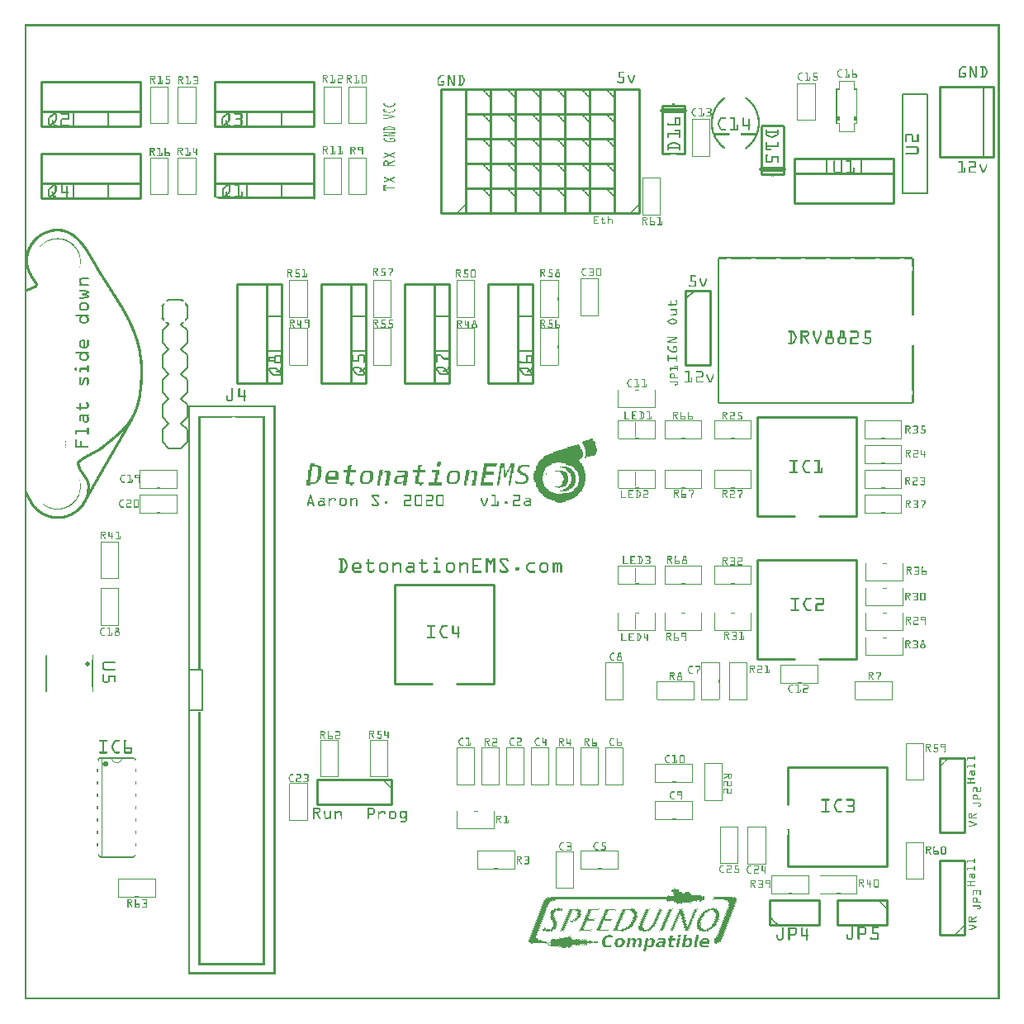
<source format=gto>
G04 MADE WITH FRITZING*
G04 WWW.FRITZING.ORG*
G04 DOUBLE SIDED*
G04 HOLES PLATED*
G04 CONTOUR ON CENTER OF CONTOUR VECTOR*
%ASAXBY*%
%FSLAX23Y23*%
%MOIN*%
%OFA0B0*%
%SFA1.0B1.0*%
%ADD10C,0.019307X0.00330709*%
%ADD11R,0.063000X0.173200X0.047000X0.157200*%
%ADD12C,0.008000*%
%ADD13C,0.006000*%
%ADD14C,0.002000*%
%ADD15C,0.010000*%
%ADD16C,0.005000*%
%ADD17C,0.020000*%
%ADD18R,0.001000X0.001000*%
%LNSILK1*%
G90*
G70*
G54D10*
X253Y1355D03*
G54D12*
X664Y1333D02*
X719Y1333D01*
X719Y1168D01*
X664Y1168D01*
X664Y1333D01*
D02*
G54D13*
X311Y576D02*
X435Y576D01*
D02*
X435Y976D02*
X311Y976D01*
G54D14*
D02*
X310Y976D02*
X310Y576D01*
G54D15*
D02*
X1894Y1276D02*
X1894Y1676D01*
D02*
X1894Y1676D02*
X1494Y1676D01*
D02*
X1494Y1676D02*
X1494Y1276D01*
D02*
X1894Y1276D02*
X1744Y1276D01*
D02*
X1644Y1276D02*
X1494Y1276D01*
D02*
X3357Y1376D02*
X3357Y1776D01*
D02*
X3357Y1776D02*
X2957Y1776D01*
D02*
X2957Y1776D02*
X2957Y1376D01*
D02*
X3357Y1376D02*
X3207Y1376D01*
D02*
X3107Y1376D02*
X2957Y1376D01*
D02*
X3357Y1951D02*
X3357Y2351D01*
D02*
X3357Y2351D02*
X2957Y2351D01*
D02*
X2957Y2351D02*
X2957Y1951D01*
D02*
X3357Y1951D02*
X3207Y1951D01*
D02*
X3107Y1951D02*
X2957Y1951D01*
G54D12*
D02*
X657Y2401D02*
X657Y2351D01*
D02*
X657Y2351D02*
X632Y2326D01*
D02*
X582Y2326D02*
X557Y2351D01*
D02*
X632Y2526D02*
X657Y2501D01*
D02*
X657Y2501D02*
X657Y2451D01*
D02*
X657Y2451D02*
X632Y2426D01*
D02*
X582Y2426D02*
X557Y2451D01*
D02*
X557Y2451D02*
X557Y2501D01*
D02*
X557Y2501D02*
X582Y2526D01*
D02*
X657Y2401D02*
X632Y2426D01*
D02*
X582Y2426D02*
X557Y2401D01*
D02*
X557Y2351D02*
X557Y2401D01*
D02*
X657Y2701D02*
X657Y2651D01*
D02*
X657Y2651D02*
X632Y2626D01*
D02*
X582Y2626D02*
X557Y2651D01*
D02*
X632Y2626D02*
X657Y2601D01*
D02*
X657Y2601D02*
X657Y2551D01*
D02*
X657Y2551D02*
X632Y2526D01*
D02*
X582Y2526D02*
X557Y2551D01*
D02*
X557Y2551D02*
X557Y2601D01*
D02*
X557Y2601D02*
X582Y2626D01*
D02*
X657Y2701D02*
X632Y2726D01*
D02*
X582Y2726D02*
X557Y2701D01*
D02*
X557Y2651D02*
X557Y2701D01*
D02*
X657Y2801D02*
X657Y2751D01*
D02*
X632Y2826D02*
X582Y2826D01*
D02*
X557Y2751D02*
X557Y2801D01*
D02*
X657Y2301D02*
X657Y2251D01*
D02*
X657Y2251D02*
X632Y2226D01*
D02*
X582Y2226D02*
X557Y2251D01*
D02*
X657Y2301D02*
X632Y2326D01*
D02*
X582Y2326D02*
X557Y2301D01*
D02*
X557Y2251D02*
X557Y2301D01*
D02*
X632Y2226D02*
X582Y2226D01*
G54D15*
D02*
X1782Y3176D02*
X1782Y3676D01*
D02*
X1782Y3676D02*
X1682Y3676D01*
D02*
X1682Y3676D02*
X1682Y3176D01*
D02*
X1682Y3176D02*
X1782Y3176D01*
D02*
X2482Y3176D02*
X2482Y3676D01*
D02*
X2482Y3676D02*
X2382Y3676D01*
D02*
X2382Y3676D02*
X2382Y3176D01*
D02*
X2382Y3176D02*
X2482Y3176D01*
D02*
X2282Y3676D02*
X2182Y3676D01*
D02*
X2182Y3676D02*
X2182Y3576D01*
D02*
X2182Y3576D02*
X2282Y3576D01*
D02*
X2282Y3576D02*
X2282Y3676D01*
D02*
X2282Y3576D02*
X2182Y3576D01*
D02*
X2182Y3576D02*
X2182Y3476D01*
D02*
X2182Y3476D02*
X2282Y3476D01*
D02*
X2282Y3476D02*
X2282Y3576D01*
D02*
X2282Y3476D02*
X2182Y3476D01*
D02*
X2182Y3476D02*
X2182Y3376D01*
D02*
X2182Y3376D02*
X2282Y3376D01*
D02*
X2282Y3376D02*
X2282Y3476D01*
D02*
X2082Y3476D02*
X1982Y3476D01*
D02*
X1982Y3476D02*
X1982Y3376D01*
D02*
X1982Y3376D02*
X2082Y3376D01*
D02*
X2082Y3376D02*
X2082Y3476D01*
D02*
X2082Y3676D02*
X1982Y3676D01*
D02*
X1982Y3676D02*
X1982Y3576D01*
D02*
X1982Y3576D02*
X2082Y3576D01*
D02*
X2082Y3576D02*
X2082Y3676D01*
D02*
X2082Y3576D02*
X1982Y3576D01*
D02*
X1982Y3576D02*
X1982Y3476D01*
D02*
X1982Y3476D02*
X2082Y3476D01*
D02*
X2082Y3476D02*
X2082Y3576D01*
D02*
X2082Y3276D02*
X1982Y3276D01*
D02*
X1982Y3276D02*
X1982Y3176D01*
D02*
X1982Y3176D02*
X2082Y3176D01*
D02*
X2082Y3176D02*
X2082Y3276D01*
D02*
X2082Y3376D02*
X1982Y3376D01*
D02*
X1982Y3376D02*
X1982Y3276D01*
D02*
X1982Y3276D02*
X2082Y3276D01*
D02*
X2082Y3276D02*
X2082Y3376D01*
D02*
X1882Y3576D02*
X1782Y3576D01*
D02*
X1782Y3576D02*
X1782Y3476D01*
D02*
X1782Y3476D02*
X1882Y3476D01*
D02*
X1882Y3476D02*
X1882Y3576D01*
D02*
X1882Y3676D02*
X1782Y3676D01*
D02*
X1782Y3676D02*
X1782Y3576D01*
D02*
X1782Y3576D02*
X1882Y3576D01*
D02*
X1882Y3576D02*
X1882Y3676D01*
D02*
X2382Y3276D02*
X2282Y3276D01*
D02*
X2282Y3276D02*
X2282Y3176D01*
D02*
X2282Y3176D02*
X2382Y3176D01*
D02*
X2382Y3176D02*
X2382Y3276D01*
D02*
X1982Y3676D02*
X1882Y3676D01*
D02*
X1882Y3676D02*
X1882Y3576D01*
D02*
X1882Y3576D02*
X1982Y3576D01*
D02*
X1982Y3576D02*
X1982Y3676D01*
D02*
X1982Y3476D02*
X1882Y3476D01*
D02*
X1882Y3476D02*
X1882Y3376D01*
D02*
X1882Y3376D02*
X1982Y3376D01*
D02*
X1982Y3376D02*
X1982Y3476D01*
D02*
X1982Y3276D02*
X1882Y3276D01*
D02*
X1882Y3276D02*
X1882Y3176D01*
D02*
X1882Y3176D02*
X1982Y3176D01*
D02*
X1982Y3176D02*
X1982Y3276D01*
D02*
X1982Y3376D02*
X1882Y3376D01*
D02*
X1882Y3376D02*
X1882Y3276D01*
D02*
X1882Y3276D02*
X1982Y3276D01*
D02*
X1982Y3276D02*
X1982Y3376D01*
D02*
X2382Y3676D02*
X2282Y3676D01*
D02*
X2282Y3676D02*
X2282Y3576D01*
D02*
X2282Y3576D02*
X2382Y3576D01*
D02*
X2382Y3576D02*
X2382Y3676D01*
D02*
X2382Y3576D02*
X2282Y3576D01*
D02*
X2282Y3576D02*
X2282Y3476D01*
D02*
X2282Y3476D02*
X2382Y3476D01*
D02*
X2382Y3476D02*
X2382Y3576D01*
D02*
X2382Y3476D02*
X2282Y3476D01*
D02*
X2282Y3476D02*
X2282Y3376D01*
D02*
X2282Y3376D02*
X2382Y3376D01*
D02*
X2382Y3376D02*
X2382Y3476D01*
D02*
X1882Y3276D02*
X1782Y3276D01*
D02*
X1782Y3276D02*
X1782Y3176D01*
D02*
X1782Y3176D02*
X1882Y3176D01*
D02*
X1882Y3176D02*
X1882Y3276D01*
D02*
X1882Y3376D02*
X1782Y3376D01*
D02*
X1782Y3376D02*
X1782Y3276D01*
D02*
X1782Y3276D02*
X1882Y3276D01*
D02*
X1882Y3276D02*
X1882Y3376D01*
D02*
X2182Y3476D02*
X2082Y3476D01*
D02*
X2082Y3476D02*
X2082Y3376D01*
D02*
X2082Y3376D02*
X2182Y3376D01*
D02*
X2182Y3376D02*
X2182Y3476D01*
D02*
X1982Y3576D02*
X1882Y3576D01*
D02*
X1882Y3576D02*
X1882Y3476D01*
D02*
X1882Y3476D02*
X1982Y3476D01*
D02*
X1982Y3476D02*
X1982Y3576D01*
D02*
X2182Y3276D02*
X2082Y3276D01*
D02*
X2082Y3276D02*
X2082Y3176D01*
D02*
X2082Y3176D02*
X2182Y3176D01*
D02*
X2182Y3176D02*
X2182Y3276D01*
D02*
X2182Y3376D02*
X2082Y3376D01*
D02*
X2082Y3376D02*
X2082Y3276D01*
D02*
X2082Y3276D02*
X2182Y3276D01*
D02*
X2182Y3276D02*
X2182Y3376D01*
D02*
X1482Y888D02*
X1182Y888D01*
D02*
X1182Y888D02*
X1182Y788D01*
D02*
X1182Y788D02*
X1482Y788D01*
D02*
X1482Y788D02*
X1482Y888D01*
D02*
X2182Y3676D02*
X2082Y3676D01*
D02*
X2082Y3676D02*
X2082Y3576D01*
D02*
X2082Y3576D02*
X2182Y3576D01*
D02*
X2182Y3576D02*
X2182Y3676D01*
D02*
X2182Y3576D02*
X2082Y3576D01*
D02*
X2082Y3576D02*
X2082Y3476D01*
D02*
X2082Y3476D02*
X2182Y3476D01*
D02*
X2182Y3476D02*
X2182Y3576D01*
D02*
X2382Y3376D02*
X2282Y3376D01*
D02*
X2282Y3376D02*
X2282Y3276D01*
D02*
X2282Y3276D02*
X2382Y3276D01*
D02*
X2382Y3276D02*
X2382Y3376D01*
D02*
X1882Y3476D02*
X1782Y3476D01*
D02*
X1782Y3476D02*
X1782Y3376D01*
D02*
X1782Y3376D02*
X1882Y3376D01*
D02*
X1882Y3376D02*
X1882Y3476D01*
D02*
X2282Y3276D02*
X2182Y3276D01*
D02*
X2182Y3276D02*
X2182Y3176D01*
D02*
X2182Y3176D02*
X2282Y3176D01*
D02*
X2282Y3176D02*
X2282Y3276D01*
D02*
X2282Y3376D02*
X2182Y3376D01*
D02*
X2182Y3376D02*
X2182Y3276D01*
D02*
X2182Y3276D02*
X2282Y3276D01*
D02*
X2282Y3276D02*
X2282Y3376D01*
D02*
X3082Y538D02*
X3482Y538D01*
D02*
X3482Y538D02*
X3482Y938D01*
D02*
X3482Y938D02*
X3082Y938D01*
D02*
X3082Y788D02*
X3082Y938D01*
D02*
X1377Y2888D02*
X1377Y2488D01*
D02*
X1377Y2488D02*
X1197Y2488D01*
D02*
X1197Y2488D02*
X1197Y2888D01*
D02*
X1197Y2888D02*
X1377Y2888D01*
D02*
X1377Y2888D02*
X1377Y2488D01*
D02*
X1377Y2488D02*
X1317Y2488D01*
D02*
X1317Y2488D02*
X1317Y2888D01*
D02*
X1317Y2888D02*
X1377Y2888D01*
G54D16*
D02*
X1377Y2758D02*
X1317Y2758D01*
D02*
X1377Y2618D02*
X1317Y2618D01*
G54D15*
D02*
X2052Y2888D02*
X2052Y2488D01*
D02*
X2052Y2488D02*
X1872Y2488D01*
D02*
X1872Y2488D02*
X1872Y2888D01*
D02*
X1872Y2888D02*
X2052Y2888D01*
D02*
X2052Y2888D02*
X2052Y2488D01*
D02*
X2052Y2488D02*
X1992Y2488D01*
D02*
X1992Y2488D02*
X1992Y2888D01*
D02*
X1992Y2888D02*
X2052Y2888D01*
G54D16*
D02*
X2052Y2758D02*
X1992Y2758D01*
D02*
X2052Y2618D02*
X1992Y2618D01*
G54D15*
D02*
X1714Y2888D02*
X1714Y2488D01*
D02*
X1714Y2488D02*
X1534Y2488D01*
D02*
X1534Y2488D02*
X1534Y2888D01*
D02*
X1534Y2888D02*
X1714Y2888D01*
D02*
X1714Y2888D02*
X1714Y2488D01*
D02*
X1714Y2488D02*
X1654Y2488D01*
D02*
X1654Y2488D02*
X1654Y2888D01*
D02*
X1654Y2888D02*
X1714Y2888D01*
G54D16*
D02*
X1714Y2758D02*
X1654Y2758D01*
D02*
X1714Y2618D02*
X1654Y2618D01*
G54D15*
D02*
X1039Y2888D02*
X1039Y2488D01*
D02*
X1039Y2488D02*
X859Y2488D01*
D02*
X859Y2488D02*
X859Y2888D01*
D02*
X859Y2888D02*
X1039Y2888D01*
D02*
X1039Y2888D02*
X1039Y2488D01*
D02*
X1039Y2488D02*
X979Y2488D01*
D02*
X979Y2488D02*
X979Y2888D01*
D02*
X979Y2888D02*
X1039Y2888D01*
G54D16*
D02*
X1039Y2758D02*
X979Y2758D01*
D02*
X1039Y2618D02*
X979Y2618D01*
G54D15*
D02*
X3794Y263D02*
X3794Y563D01*
D02*
X3794Y563D02*
X3694Y563D01*
D02*
X3694Y563D02*
X3694Y263D01*
D02*
X3694Y263D02*
X3794Y263D01*
D02*
X3694Y976D02*
X3694Y676D01*
D02*
X3694Y676D02*
X3794Y676D01*
D02*
X3794Y676D02*
X3794Y976D01*
D02*
X3794Y976D02*
X3694Y976D01*
D02*
X2669Y2863D02*
X2669Y2563D01*
D02*
X2669Y2563D02*
X2769Y2563D01*
D02*
X2769Y2563D02*
X2769Y2863D01*
D02*
X2769Y2863D02*
X2669Y2863D01*
G54D16*
D02*
X2669Y2828D02*
X2704Y2863D01*
G54D15*
D02*
X3007Y301D02*
X3207Y301D01*
D02*
X3207Y301D02*
X3207Y401D01*
D02*
X3207Y401D02*
X3007Y401D01*
D02*
X3007Y401D02*
X3007Y301D01*
D02*
X3482Y401D02*
X3282Y401D01*
D02*
X3282Y401D02*
X3282Y301D01*
D02*
X3282Y301D02*
X3482Y301D01*
D02*
X3482Y301D02*
X3482Y401D01*
D02*
X3107Y3396D02*
X3507Y3396D01*
D02*
X3507Y3396D02*
X3507Y3216D01*
D02*
X3507Y3216D02*
X3107Y3216D01*
D02*
X3107Y3216D02*
X3107Y3396D01*
D02*
X3107Y3396D02*
X3507Y3396D01*
D02*
X3507Y3396D02*
X3507Y3336D01*
D02*
X3507Y3336D02*
X3107Y3336D01*
D02*
X3107Y3336D02*
X3107Y3396D01*
G54D16*
D02*
X3237Y3396D02*
X3237Y3336D01*
D02*
X3377Y3396D02*
X3377Y3336D01*
G54D15*
D02*
X2664Y3609D02*
X2664Y3414D01*
D02*
X2574Y3414D02*
X2574Y3609D01*
D02*
X2574Y3609D02*
X2664Y3609D01*
G54D17*
D02*
X2574Y3589D02*
X2664Y3589D01*
G54D15*
D02*
X2974Y3332D02*
X2974Y3527D01*
D02*
X3064Y3527D02*
X3064Y3332D01*
D02*
X3064Y3332D02*
X2974Y3332D01*
G54D17*
D02*
X3064Y3352D02*
X2974Y3352D01*
G54D16*
D02*
X3544Y3255D02*
X3644Y3255D01*
D02*
X3644Y3255D02*
X3644Y3655D01*
D02*
X3644Y3655D02*
X3544Y3655D01*
D02*
X3544Y3655D02*
X3544Y3255D01*
G54D15*
D02*
X469Y3237D02*
X69Y3237D01*
D02*
X69Y3237D02*
X69Y3417D01*
D02*
X69Y3417D02*
X469Y3417D01*
D02*
X469Y3417D02*
X469Y3237D01*
D02*
X469Y3237D02*
X69Y3237D01*
D02*
X69Y3237D02*
X69Y3297D01*
D02*
X69Y3297D02*
X469Y3297D01*
D02*
X469Y3297D02*
X469Y3237D01*
G54D16*
D02*
X339Y3237D02*
X339Y3297D01*
D02*
X199Y3237D02*
X199Y3297D01*
G54D15*
D02*
X1169Y3525D02*
X769Y3525D01*
D02*
X769Y3525D02*
X769Y3705D01*
D02*
X769Y3705D02*
X1169Y3705D01*
D02*
X1169Y3705D02*
X1169Y3525D01*
D02*
X1169Y3525D02*
X769Y3525D01*
D02*
X769Y3525D02*
X769Y3585D01*
D02*
X769Y3585D02*
X1169Y3585D01*
D02*
X1169Y3585D02*
X1169Y3525D01*
G54D16*
D02*
X1039Y3525D02*
X1039Y3585D01*
D02*
X899Y3525D02*
X899Y3585D01*
G54D15*
D02*
X469Y3525D02*
X69Y3525D01*
D02*
X69Y3525D02*
X69Y3705D01*
D02*
X69Y3705D02*
X469Y3705D01*
D02*
X469Y3705D02*
X469Y3525D01*
D02*
X469Y3525D02*
X69Y3525D01*
D02*
X69Y3525D02*
X69Y3585D01*
D02*
X69Y3585D02*
X469Y3585D01*
D02*
X469Y3585D02*
X469Y3525D01*
G54D16*
D02*
X339Y3525D02*
X339Y3585D01*
D02*
X199Y3525D02*
X199Y3585D01*
G54D15*
D02*
X769Y3417D02*
X1169Y3417D01*
D02*
X1169Y3417D02*
X1169Y3237D01*
D02*
X769Y3297D02*
X1169Y3297D01*
D02*
X1169Y3297D02*
X1169Y3237D01*
G54D16*
D02*
X1039Y3237D02*
X1039Y3297D01*
D02*
X899Y3237D02*
X899Y3297D01*
G54D15*
D02*
X3694Y3687D02*
X3694Y3402D01*
D02*
X3694Y3402D02*
X3910Y3402D01*
D02*
X3910Y3402D02*
X3910Y3687D01*
D02*
X3910Y3687D02*
X3694Y3687D01*
G54D16*
D02*
X3870Y3402D02*
X3870Y3687D01*
G36*
X2285Y2266D02*
X2285Y2263D01*
X2277Y2263D01*
X2277Y2259D01*
X2265Y2259D01*
X2265Y2255D01*
X2254Y2255D01*
X2254Y2251D01*
X2250Y2251D01*
X2250Y2247D01*
X2254Y2247D01*
X2254Y2239D01*
X2257Y2239D01*
X2257Y2231D01*
X2261Y2231D01*
X2261Y2223D01*
X2265Y2223D01*
X2265Y2191D01*
X2261Y2191D01*
X2261Y2187D01*
X2269Y2187D01*
X2269Y2191D01*
X2285Y2191D01*
X2285Y2195D01*
X2300Y2195D01*
X2300Y2199D01*
X2304Y2199D01*
X2304Y2203D01*
X2308Y2203D01*
X2308Y2211D01*
X2312Y2211D01*
X2312Y2227D01*
X2308Y2227D01*
X2308Y2235D01*
X2304Y2235D01*
X2304Y2251D01*
X2300Y2251D01*
X2300Y2255D01*
X2296Y2255D01*
X2296Y2263D01*
X2293Y2263D01*
X2293Y2266D01*
X2285Y2266D01*
G37*
D02*
G36*
X2230Y2243D02*
X2230Y2239D01*
X2218Y2239D01*
X2218Y2235D01*
X2203Y2235D01*
X2203Y2231D01*
X2191Y2231D01*
X2191Y2227D01*
X2179Y2227D01*
X2179Y2223D01*
X2168Y2223D01*
X2168Y2219D01*
X2156Y2219D01*
X2156Y2215D01*
X2144Y2215D01*
X2144Y2211D01*
X2133Y2211D01*
X2133Y2207D01*
X2121Y2207D01*
X2121Y2203D01*
X2113Y2203D01*
X2113Y2199D01*
X2105Y2199D01*
X2105Y2195D01*
X2098Y2195D01*
X2098Y2191D01*
X2094Y2191D01*
X2094Y2187D01*
X2090Y2187D01*
X2090Y2183D01*
X2086Y2183D01*
X2086Y2180D01*
X2082Y2180D01*
X2082Y2176D01*
X2078Y2176D01*
X2078Y2172D01*
X2074Y2172D01*
X2074Y2168D01*
X2168Y2168D01*
X2168Y2164D01*
X2183Y2164D01*
X2183Y2160D01*
X2195Y2160D01*
X2195Y2156D01*
X2207Y2156D01*
X2207Y2152D01*
X2215Y2152D01*
X2215Y2148D01*
X2218Y2148D01*
X2218Y2144D01*
X2222Y2144D01*
X2222Y2140D01*
X2226Y2140D01*
X2226Y2136D01*
X2230Y2136D01*
X2230Y2128D01*
X2234Y2128D01*
X2234Y2116D01*
X2238Y2116D01*
X2238Y2089D01*
X2234Y2089D01*
X2234Y2077D01*
X2230Y2077D01*
X2230Y2069D01*
X2226Y2069D01*
X2226Y2065D01*
X2222Y2065D01*
X2222Y2061D01*
X2218Y2061D01*
X2218Y2057D01*
X2215Y2057D01*
X2215Y2053D01*
X2207Y2053D01*
X2207Y2049D01*
X2199Y2049D01*
X2199Y2045D01*
X2172Y2045D01*
X2172Y2041D01*
X2238Y2041D01*
X2238Y2045D01*
X2242Y2045D01*
X2242Y2049D01*
X2246Y2049D01*
X2246Y2053D01*
X2250Y2053D01*
X2250Y2061D01*
X2254Y2061D01*
X2254Y2069D01*
X2257Y2069D01*
X2257Y2077D01*
X2261Y2077D01*
X2261Y2093D01*
X2265Y2093D01*
X2265Y2124D01*
X2261Y2124D01*
X2261Y2140D01*
X2257Y2140D01*
X2257Y2152D01*
X2254Y2152D01*
X2254Y2156D01*
X2250Y2156D01*
X2250Y2164D01*
X2246Y2164D01*
X2246Y2168D01*
X2242Y2168D01*
X2242Y2176D01*
X2238Y2176D01*
X2238Y2180D01*
X2242Y2180D01*
X2242Y2183D01*
X2246Y2183D01*
X2246Y2187D01*
X2250Y2187D01*
X2250Y2191D01*
X2254Y2191D01*
X2254Y2211D01*
X2250Y2211D01*
X2250Y2223D01*
X2246Y2223D01*
X2246Y2231D01*
X2242Y2231D01*
X2242Y2239D01*
X2238Y2239D01*
X2238Y2243D01*
X2230Y2243D01*
G37*
D02*
G36*
X2074Y2168D02*
X2074Y2164D01*
X2070Y2164D01*
X2070Y2156D01*
X2066Y2156D01*
X2066Y2148D01*
X2063Y2148D01*
X2063Y2136D01*
X2059Y2136D01*
X2059Y2124D01*
X2055Y2124D01*
X2055Y2100D01*
X2059Y2100D01*
X2059Y2089D01*
X2063Y2089D01*
X2063Y2077D01*
X2066Y2077D01*
X2066Y2069D01*
X2070Y2069D01*
X2070Y2061D01*
X2074Y2061D01*
X2074Y2053D01*
X2078Y2053D01*
X2078Y2049D01*
X2082Y2049D01*
X2082Y2045D01*
X2086Y2045D01*
X2086Y2041D01*
X2144Y2041D01*
X2144Y2045D01*
X2133Y2045D01*
X2133Y2049D01*
X2125Y2049D01*
X2125Y2053D01*
X2117Y2053D01*
X2117Y2057D01*
X2113Y2057D01*
X2113Y2061D01*
X2109Y2061D01*
X2109Y2065D01*
X2105Y2065D01*
X2105Y2069D01*
X2102Y2069D01*
X2102Y2073D01*
X2098Y2073D01*
X2098Y2081D01*
X2094Y2081D01*
X2094Y2093D01*
X2090Y2093D01*
X2090Y2116D01*
X2094Y2116D01*
X2094Y2128D01*
X2098Y2128D01*
X2098Y2136D01*
X2102Y2136D01*
X2102Y2144D01*
X2105Y2144D01*
X2105Y2148D01*
X2109Y2148D01*
X2109Y2152D01*
X2113Y2152D01*
X2113Y2156D01*
X2121Y2156D01*
X2121Y2160D01*
X2129Y2160D01*
X2129Y2164D01*
X2144Y2164D01*
X2144Y2168D01*
X2074Y2168D01*
G37*
D02*
G36*
X2090Y2041D02*
X2090Y2037D01*
X2234Y2037D01*
X2234Y2041D01*
X2090Y2041D01*
G37*
D02*
G36*
X2090Y2041D02*
X2090Y2037D01*
X2234Y2037D01*
X2234Y2041D01*
X2090Y2041D01*
G37*
D02*
G36*
X2094Y2037D02*
X2094Y2033D01*
X2098Y2033D01*
X2098Y2029D01*
X2105Y2029D01*
X2105Y2025D01*
X2109Y2025D01*
X2109Y2021D01*
X2117Y2021D01*
X2117Y2018D01*
X2129Y2018D01*
X2129Y2014D01*
X2140Y2014D01*
X2140Y2010D01*
X2152Y2010D01*
X2152Y2006D01*
X2172Y2006D01*
X2172Y2010D01*
X2183Y2010D01*
X2183Y2014D01*
X2199Y2014D01*
X2199Y2018D01*
X2207Y2018D01*
X2207Y2021D01*
X2215Y2021D01*
X2215Y2025D01*
X2222Y2025D01*
X2222Y2029D01*
X2226Y2029D01*
X2226Y2033D01*
X2230Y2033D01*
X2230Y2037D01*
X2094Y2037D01*
G37*
D02*
G36*
X1669Y2172D02*
X1669Y2164D01*
X1665Y2164D01*
X1665Y2152D01*
X1677Y2152D01*
X1677Y2160D01*
X1681Y2160D01*
X1681Y2172D01*
X1669Y2172D01*
G37*
D02*
G36*
X1154Y2164D02*
X1154Y2160D01*
X1150Y2160D01*
X1150Y2152D01*
X1182Y2152D01*
X1182Y2148D01*
X1185Y2148D01*
X1185Y2112D01*
X1182Y2112D01*
X1182Y2100D01*
X1178Y2100D01*
X1178Y2093D01*
X1174Y2093D01*
X1174Y2089D01*
X1185Y2089D01*
X1185Y2093D01*
X1189Y2093D01*
X1189Y2100D01*
X1193Y2100D01*
X1193Y2108D01*
X1197Y2108D01*
X1197Y2132D01*
X1201Y2132D01*
X1201Y2136D01*
X1197Y2136D01*
X1197Y2152D01*
X1193Y2152D01*
X1193Y2156D01*
X1185Y2156D01*
X1185Y2160D01*
X1170Y2160D01*
X1170Y2164D01*
X1154Y2164D01*
G37*
D02*
G36*
X1150Y2152D02*
X1150Y2140D01*
X1146Y2140D01*
X1146Y2120D01*
X1143Y2120D01*
X1143Y2100D01*
X1139Y2100D01*
X1139Y2089D01*
X1150Y2089D01*
X1150Y2093D01*
X1154Y2093D01*
X1154Y2112D01*
X1158Y2112D01*
X1158Y2136D01*
X1162Y2136D01*
X1162Y2152D01*
X1150Y2152D01*
G37*
D02*
G36*
X1139Y2089D02*
X1139Y2085D01*
X1182Y2085D01*
X1182Y2089D01*
X1139Y2089D01*
G37*
D02*
G36*
X1139Y2089D02*
X1139Y2085D01*
X1182Y2085D01*
X1182Y2089D01*
X1139Y2089D01*
G37*
D02*
G36*
X1139Y2085D02*
X1139Y2077D01*
X1154Y2077D01*
X1154Y2081D01*
X1174Y2081D01*
X1174Y2085D01*
X1139Y2085D01*
G37*
D02*
G36*
X1856Y2164D02*
X1856Y2148D01*
X1852Y2148D01*
X1852Y2128D01*
X1848Y2128D01*
X1848Y2108D01*
X1844Y2108D01*
X1844Y2089D01*
X1840Y2089D01*
X1840Y2077D01*
X1891Y2077D01*
X1891Y2089D01*
X1856Y2089D01*
X1856Y2104D01*
X1860Y2104D01*
X1860Y2120D01*
X1895Y2120D01*
X1895Y2132D01*
X1864Y2132D01*
X1864Y2148D01*
X1868Y2148D01*
X1868Y2152D01*
X1903Y2152D01*
X1903Y2160D01*
X1907Y2160D01*
X1907Y2164D01*
X1856Y2164D01*
G37*
D02*
G36*
X1922Y2164D02*
X1922Y2156D01*
X1918Y2156D01*
X1918Y2148D01*
X1934Y2148D01*
X1934Y2124D01*
X1942Y2124D01*
X1942Y2140D01*
X1938Y2140D01*
X1938Y2164D01*
X1922Y2164D01*
G37*
D02*
G36*
X1961Y2164D02*
X1961Y2156D01*
X1957Y2156D01*
X1957Y2148D01*
X1965Y2148D01*
X1965Y2136D01*
X1961Y2136D01*
X1961Y2116D01*
X1957Y2116D01*
X1957Y2097D01*
X1953Y2097D01*
X1953Y2077D01*
X1961Y2077D01*
X1961Y2085D01*
X1965Y2085D01*
X1965Y2104D01*
X1969Y2104D01*
X1969Y2124D01*
X1973Y2124D01*
X1973Y2148D01*
X1977Y2148D01*
X1977Y2164D01*
X1961Y2164D01*
G37*
D02*
G36*
X1918Y2148D02*
X1918Y2132D01*
X1914Y2132D01*
X1914Y2112D01*
X1910Y2112D01*
X1910Y2093D01*
X1907Y2093D01*
X1907Y2077D01*
X1914Y2077D01*
X1914Y2081D01*
X1918Y2081D01*
X1918Y2100D01*
X1922Y2100D01*
X1922Y2124D01*
X1926Y2124D01*
X1926Y2144D01*
X1930Y2144D01*
X1930Y2148D01*
X1918Y2148D01*
G37*
D02*
G36*
X1953Y2148D02*
X1953Y2140D01*
X1949Y2140D01*
X1949Y2132D01*
X1946Y2132D01*
X1946Y2124D01*
X1949Y2124D01*
X1949Y2128D01*
X1953Y2128D01*
X1953Y2136D01*
X1957Y2136D01*
X1957Y2144D01*
X1961Y2144D01*
X1961Y2148D01*
X1953Y2148D01*
G37*
D02*
G36*
X1934Y2124D02*
X1934Y2120D01*
X1949Y2120D01*
X1949Y2124D01*
X1934Y2124D01*
G37*
D02*
G36*
X1934Y2124D02*
X1934Y2120D01*
X1949Y2120D01*
X1949Y2124D01*
X1934Y2124D01*
G37*
D02*
G36*
X1934Y2120D02*
X1934Y2108D01*
X1946Y2108D01*
X1946Y2116D01*
X1949Y2116D01*
X1949Y2120D01*
X1934Y2120D01*
G37*
D02*
G36*
X1310Y2160D02*
X1310Y2156D01*
X1306Y2156D01*
X1306Y2140D01*
X1287Y2140D01*
X1287Y2128D01*
X1302Y2128D01*
X1302Y2116D01*
X1299Y2116D01*
X1299Y2093D01*
X1295Y2093D01*
X1295Y2089D01*
X1299Y2089D01*
X1299Y2081D01*
X1314Y2081D01*
X1314Y2077D01*
X1326Y2077D01*
X1326Y2081D01*
X1330Y2081D01*
X1330Y2089D01*
X1310Y2089D01*
X1310Y2112D01*
X1314Y2112D01*
X1314Y2128D01*
X1337Y2128D01*
X1337Y2140D01*
X1318Y2140D01*
X1318Y2152D01*
X1322Y2152D01*
X1322Y2160D01*
X1310Y2160D01*
G37*
D02*
G36*
X1591Y2160D02*
X1591Y2156D01*
X1587Y2156D01*
X1587Y2140D01*
X1567Y2140D01*
X1567Y2128D01*
X1583Y2128D01*
X1583Y2116D01*
X1579Y2116D01*
X1579Y2093D01*
X1575Y2093D01*
X1575Y2089D01*
X1579Y2089D01*
X1579Y2081D01*
X1595Y2081D01*
X1595Y2077D01*
X1606Y2077D01*
X1606Y2081D01*
X1610Y2081D01*
X1610Y2089D01*
X1591Y2089D01*
X1591Y2112D01*
X1595Y2112D01*
X1595Y2128D01*
X1618Y2128D01*
X1618Y2140D01*
X1599Y2140D01*
X1599Y2152D01*
X1603Y2152D01*
X1603Y2160D01*
X1591Y2160D01*
G37*
D02*
G36*
X2160Y2152D02*
X2160Y2148D01*
X2172Y2148D01*
X2172Y2144D01*
X2183Y2144D01*
X2183Y2140D01*
X2187Y2140D01*
X2187Y2136D01*
X2191Y2136D01*
X2191Y2132D01*
X2195Y2132D01*
X2195Y2128D01*
X2199Y2128D01*
X2199Y2124D01*
X2203Y2124D01*
X2203Y2112D01*
X2207Y2112D01*
X2207Y2093D01*
X2203Y2093D01*
X2203Y2081D01*
X2199Y2081D01*
X2199Y2077D01*
X2195Y2077D01*
X2195Y2069D01*
X2187Y2069D01*
X2187Y2065D01*
X2183Y2065D01*
X2183Y2061D01*
X2176Y2061D01*
X2176Y2057D01*
X2160Y2057D01*
X2160Y2053D01*
X2187Y2053D01*
X2187Y2057D01*
X2199Y2057D01*
X2199Y2061D01*
X2207Y2061D01*
X2207Y2065D01*
X2211Y2065D01*
X2211Y2069D01*
X2215Y2069D01*
X2215Y2073D01*
X2218Y2073D01*
X2218Y2077D01*
X2222Y2077D01*
X2222Y2085D01*
X2226Y2085D01*
X2226Y2120D01*
X2222Y2120D01*
X2222Y2128D01*
X2218Y2128D01*
X2218Y2132D01*
X2215Y2132D01*
X2215Y2136D01*
X2211Y2136D01*
X2211Y2140D01*
X2207Y2140D01*
X2207Y2144D01*
X2199Y2144D01*
X2199Y2148D01*
X2191Y2148D01*
X2191Y2152D01*
X2160Y2152D01*
G37*
D02*
G36*
X1435Y2140D02*
X1435Y2136D01*
X1431Y2136D01*
X1431Y2116D01*
X1427Y2116D01*
X1427Y2097D01*
X1423Y2097D01*
X1423Y2077D01*
X1435Y2077D01*
X1435Y2097D01*
X1439Y2097D01*
X1439Y2116D01*
X1443Y2116D01*
X1443Y2124D01*
X1447Y2124D01*
X1447Y2128D01*
X1443Y2128D01*
X1443Y2136D01*
X1447Y2136D01*
X1447Y2140D01*
X1435Y2140D01*
G37*
D02*
G36*
X1645Y2140D02*
X1645Y2128D01*
X1661Y2128D01*
X1661Y2124D01*
X1657Y2124D01*
X1657Y2104D01*
X1653Y2104D01*
X1653Y2089D01*
X1630Y2089D01*
X1630Y2077D01*
X1684Y2077D01*
X1684Y2089D01*
X1665Y2089D01*
X1665Y2100D01*
X1669Y2100D01*
X1669Y2120D01*
X1673Y2120D01*
X1673Y2140D01*
X1645Y2140D01*
G37*
D02*
G36*
X1786Y2140D02*
X1786Y2136D01*
X1782Y2136D01*
X1782Y2116D01*
X1778Y2116D01*
X1778Y2097D01*
X1774Y2097D01*
X1774Y2077D01*
X1786Y2077D01*
X1786Y2097D01*
X1790Y2097D01*
X1790Y2116D01*
X1794Y2116D01*
X1794Y2124D01*
X1797Y2124D01*
X1797Y2128D01*
X1794Y2128D01*
X1794Y2136D01*
X1797Y2136D01*
X1797Y2140D01*
X1786Y2140D01*
G37*
D02*
G36*
X1228Y2136D02*
X1228Y2132D01*
X1224Y2132D01*
X1224Y2128D01*
X1256Y2128D01*
X1256Y2112D01*
X1267Y2112D01*
X1267Y2128D01*
X1263Y2128D01*
X1263Y2132D01*
X1260Y2132D01*
X1260Y2136D01*
X1228Y2136D01*
G37*
D02*
G36*
X1221Y2128D02*
X1221Y2124D01*
X1217Y2124D01*
X1217Y2116D01*
X1213Y2116D01*
X1213Y2112D01*
X1228Y2112D01*
X1228Y2124D01*
X1232Y2124D01*
X1232Y2128D01*
X1221Y2128D01*
G37*
D02*
G36*
X1213Y2112D02*
X1213Y2108D01*
X1267Y2108D01*
X1267Y2112D01*
X1213Y2112D01*
G37*
D02*
G36*
X1213Y2112D02*
X1213Y2108D01*
X1267Y2108D01*
X1267Y2112D01*
X1213Y2112D01*
G37*
D02*
G36*
X1213Y2108D02*
X1213Y2089D01*
X1217Y2089D01*
X1217Y2085D01*
X1221Y2085D01*
X1221Y2081D01*
X1260Y2081D01*
X1260Y2089D01*
X1224Y2089D01*
X1224Y2100D01*
X1267Y2100D01*
X1267Y2108D01*
X1213Y2108D01*
G37*
D02*
G36*
X1369Y2136D02*
X1369Y2132D01*
X1365Y2132D01*
X1365Y2128D01*
X1392Y2128D01*
X1392Y2124D01*
X1396Y2124D01*
X1396Y2100D01*
X1392Y2100D01*
X1392Y2093D01*
X1388Y2093D01*
X1388Y2089D01*
X1400Y2089D01*
X1400Y2093D01*
X1404Y2093D01*
X1404Y2100D01*
X1408Y2100D01*
X1408Y2128D01*
X1404Y2128D01*
X1404Y2132D01*
X1400Y2132D01*
X1400Y2136D01*
X1369Y2136D01*
G37*
D02*
G36*
X1361Y2128D02*
X1361Y2124D01*
X1357Y2124D01*
X1357Y2116D01*
X1353Y2116D01*
X1353Y2089D01*
X1369Y2089D01*
X1369Y2093D01*
X1365Y2093D01*
X1365Y2112D01*
X1369Y2112D01*
X1369Y2124D01*
X1373Y2124D01*
X1373Y2128D01*
X1361Y2128D01*
G37*
D02*
G36*
X1357Y2089D02*
X1357Y2085D01*
X1396Y2085D01*
X1396Y2089D01*
X1357Y2089D01*
G37*
D02*
G36*
X1357Y2089D02*
X1357Y2085D01*
X1396Y2085D01*
X1396Y2089D01*
X1357Y2089D01*
G37*
D02*
G36*
X1361Y2085D02*
X1361Y2081D01*
X1392Y2081D01*
X1392Y2085D01*
X1361Y2085D01*
G37*
D02*
G36*
X1454Y2136D02*
X1454Y2132D01*
X1451Y2132D01*
X1451Y2128D01*
X1462Y2128D01*
X1462Y2100D01*
X1458Y2100D01*
X1458Y2081D01*
X1454Y2081D01*
X1454Y2077D01*
X1470Y2077D01*
X1470Y2097D01*
X1474Y2097D01*
X1474Y2116D01*
X1478Y2116D01*
X1478Y2132D01*
X1474Y2132D01*
X1474Y2136D01*
X1454Y2136D01*
G37*
D02*
G36*
X1505Y2136D02*
X1505Y2128D01*
X1536Y2128D01*
X1536Y2120D01*
X1525Y2120D01*
X1525Y2116D01*
X1501Y2116D01*
X1501Y2112D01*
X1497Y2112D01*
X1497Y2108D01*
X1532Y2108D01*
X1532Y2097D01*
X1528Y2097D01*
X1528Y2093D01*
X1525Y2093D01*
X1525Y2089D01*
X1528Y2089D01*
X1528Y2077D01*
X1540Y2077D01*
X1540Y2089D01*
X1544Y2089D01*
X1544Y2108D01*
X1548Y2108D01*
X1548Y2132D01*
X1544Y2132D01*
X1544Y2136D01*
X1505Y2136D01*
G37*
D02*
G36*
X1493Y2108D02*
X1493Y2100D01*
X1490Y2100D01*
X1490Y2089D01*
X1505Y2089D01*
X1505Y2104D01*
X1509Y2104D01*
X1509Y2108D01*
X1493Y2108D01*
G37*
D02*
G36*
X1493Y2089D02*
X1493Y2085D01*
X1497Y2085D01*
X1497Y2081D01*
X1521Y2081D01*
X1521Y2085D01*
X1525Y2085D01*
X1525Y2089D01*
X1493Y2089D01*
G37*
D02*
G36*
X1719Y2136D02*
X1719Y2132D01*
X1716Y2132D01*
X1716Y2128D01*
X1743Y2128D01*
X1743Y2124D01*
X1747Y2124D01*
X1747Y2100D01*
X1743Y2100D01*
X1743Y2093D01*
X1739Y2093D01*
X1739Y2089D01*
X1751Y2089D01*
X1751Y2093D01*
X1755Y2093D01*
X1755Y2100D01*
X1758Y2100D01*
X1758Y2128D01*
X1755Y2128D01*
X1755Y2132D01*
X1751Y2132D01*
X1751Y2136D01*
X1719Y2136D01*
G37*
D02*
G36*
X1712Y2128D02*
X1712Y2124D01*
X1708Y2124D01*
X1708Y2116D01*
X1704Y2116D01*
X1704Y2089D01*
X1719Y2089D01*
X1719Y2093D01*
X1716Y2093D01*
X1716Y2112D01*
X1719Y2112D01*
X1719Y2124D01*
X1723Y2124D01*
X1723Y2128D01*
X1712Y2128D01*
G37*
D02*
G36*
X1708Y2089D02*
X1708Y2085D01*
X1747Y2085D01*
X1747Y2089D01*
X1708Y2089D01*
G37*
D02*
G36*
X1708Y2089D02*
X1708Y2085D01*
X1747Y2085D01*
X1747Y2089D01*
X1708Y2089D01*
G37*
D02*
G36*
X1712Y2085D02*
X1712Y2081D01*
X1743Y2081D01*
X1743Y2085D01*
X1712Y2085D01*
G37*
D02*
G36*
X1805Y2136D02*
X1805Y2132D01*
X1801Y2132D01*
X1801Y2128D01*
X1813Y2128D01*
X1813Y2100D01*
X1809Y2100D01*
X1809Y2081D01*
X1805Y2081D01*
X1805Y2077D01*
X1821Y2077D01*
X1821Y2097D01*
X1825Y2097D01*
X1825Y2116D01*
X1829Y2116D01*
X1829Y2132D01*
X1825Y2132D01*
X1825Y2136D01*
X1805Y2136D01*
G37*
D02*
G36*
X2140Y2136D02*
X2140Y2132D01*
X2160Y2132D01*
X2160Y2128D01*
X2164Y2128D01*
X2164Y2124D01*
X2168Y2124D01*
X2168Y2120D01*
X2172Y2120D01*
X2172Y2116D01*
X2176Y2116D01*
X2176Y2104D01*
X2179Y2104D01*
X2179Y2100D01*
X2176Y2100D01*
X2176Y2093D01*
X2168Y2093D01*
X2168Y2089D01*
X2172Y2089D01*
X2172Y2081D01*
X2168Y2081D01*
X2168Y2077D01*
X2160Y2077D01*
X2160Y2073D01*
X2140Y2073D01*
X2140Y2069D01*
X2156Y2069D01*
X2156Y2065D01*
X2160Y2065D01*
X2160Y2069D01*
X2176Y2069D01*
X2176Y2073D01*
X2183Y2073D01*
X2183Y2077D01*
X2187Y2077D01*
X2187Y2081D01*
X2191Y2081D01*
X2191Y2089D01*
X2195Y2089D01*
X2195Y2116D01*
X2191Y2116D01*
X2191Y2124D01*
X2187Y2124D01*
X2187Y2128D01*
X2183Y2128D01*
X2183Y2132D01*
X2176Y2132D01*
X2176Y2136D01*
X2140Y2136D01*
G37*
D02*
G36*
X2105Y2124D02*
X2105Y2120D01*
X2109Y2120D01*
X2109Y2124D01*
X2105Y2124D01*
G37*
D02*
G36*
X2004Y2160D02*
X2004Y2156D01*
X1996Y2156D01*
X1996Y2152D01*
X2035Y2152D01*
X2035Y2148D01*
X2039Y2148D01*
X2039Y2160D01*
X2004Y2160D01*
G37*
D02*
G36*
X1996Y2152D02*
X1996Y2148D01*
X1992Y2148D01*
X1992Y2140D01*
X1988Y2140D01*
X1988Y2132D01*
X1992Y2132D01*
X1992Y2128D01*
X1996Y2128D01*
X1996Y2124D01*
X2000Y2124D01*
X2000Y2120D01*
X2012Y2120D01*
X2012Y2116D01*
X2020Y2116D01*
X2020Y2108D01*
X2024Y2108D01*
X2024Y2097D01*
X2020Y2097D01*
X2020Y2093D01*
X2016Y2093D01*
X2016Y2089D01*
X2031Y2089D01*
X2031Y2097D01*
X2035Y2097D01*
X2035Y2112D01*
X2031Y2112D01*
X2031Y2120D01*
X2024Y2120D01*
X2024Y2124D01*
X2016Y2124D01*
X2016Y2128D01*
X2008Y2128D01*
X2008Y2132D01*
X2004Y2132D01*
X2004Y2136D01*
X2000Y2136D01*
X2000Y2144D01*
X2004Y2144D01*
X2004Y2148D01*
X2008Y2148D01*
X2008Y2152D01*
X1996Y2152D01*
G37*
D02*
G36*
X1981Y2097D02*
X1981Y2089D01*
X1992Y2089D01*
X1992Y2093D01*
X1985Y2093D01*
X1985Y2097D01*
X1981Y2097D01*
G37*
D02*
G36*
X1981Y2089D02*
X1981Y2085D01*
X2027Y2085D01*
X2027Y2089D01*
X1981Y2089D01*
G37*
D02*
G36*
X1981Y2089D02*
X1981Y2085D01*
X2027Y2085D01*
X2027Y2089D01*
X1981Y2089D01*
G37*
D02*
G36*
X1985Y2085D02*
X1985Y2081D01*
X2020Y2081D01*
X2020Y2085D01*
X1985Y2085D01*
G37*
D02*
G36*
X2624Y453D02*
X2624Y452D01*
X2627Y452D01*
X2627Y453D01*
X2624Y453D01*
G37*
D02*
G36*
X2623Y452D02*
X2623Y451D01*
X2624Y451D01*
X2624Y452D01*
X2623Y452D01*
G37*
D02*
G36*
X2627Y452D02*
X2627Y451D01*
X2628Y451D01*
X2628Y452D01*
X2627Y452D01*
G37*
D02*
G36*
X2622Y451D02*
X2622Y450D01*
X2623Y450D01*
X2623Y451D01*
X2622Y451D01*
G37*
D02*
G36*
X2628Y451D02*
X2628Y450D01*
X2629Y450D01*
X2629Y451D01*
X2628Y451D01*
G37*
D02*
G36*
X2621Y450D02*
X2621Y449D01*
X2622Y449D01*
X2622Y450D01*
X2621Y450D01*
G37*
D02*
G36*
X2629Y450D02*
X2629Y449D01*
X2633Y449D01*
X2633Y447D01*
X2634Y447D01*
X2634Y450D01*
X2629Y450D01*
G37*
D02*
G36*
X2620Y449D02*
X2620Y447D01*
X2621Y447D01*
X2621Y449D01*
X2620Y449D01*
G37*
D02*
G36*
X2619Y447D02*
X2619Y446D01*
X2620Y446D01*
X2620Y447D01*
X2619Y447D01*
G37*
D02*
G36*
X2634Y447D02*
X2634Y446D01*
X2635Y446D01*
X2635Y445D01*
X2637Y445D01*
X2637Y444D01*
X2638Y444D01*
X2638Y443D01*
X2639Y443D01*
X2639Y435D01*
X2640Y435D01*
X2640Y444D01*
X2639Y444D01*
X2639Y445D01*
X2638Y445D01*
X2638Y446D01*
X2637Y446D01*
X2637Y447D01*
X2634Y447D01*
G37*
D02*
G36*
X2618Y446D02*
X2618Y445D01*
X2619Y445D01*
X2619Y446D01*
X2618Y446D01*
G37*
D02*
G36*
X2617Y445D02*
X2617Y444D01*
X2618Y444D01*
X2618Y445D01*
X2617Y445D01*
G37*
D02*
G36*
X2616Y444D02*
X2616Y443D01*
X2617Y443D01*
X2617Y444D01*
X2616Y444D01*
G37*
D02*
G36*
X2614Y443D02*
X2614Y442D01*
X2616Y442D01*
X2616Y443D01*
X2614Y443D01*
G37*
D02*
G36*
X2612Y442D02*
X2612Y441D01*
X2611Y441D01*
X2611Y440D01*
X2610Y440D01*
X2610Y436D01*
X2611Y436D01*
X2611Y439D01*
X2612Y439D01*
X2612Y440D01*
X2613Y440D01*
X2613Y441D01*
X2614Y441D01*
X2614Y442D01*
X2612Y442D01*
G37*
D02*
G36*
X2611Y436D02*
X2611Y435D01*
X2612Y435D01*
X2612Y436D01*
X2611Y436D01*
G37*
D02*
G36*
X2612Y435D02*
X2612Y434D01*
X2613Y434D01*
X2613Y435D01*
X2612Y435D01*
G37*
D02*
G36*
X2640Y435D02*
X2640Y434D01*
X2641Y434D01*
X2641Y435D01*
X2640Y435D01*
G37*
D02*
G36*
X2613Y434D02*
X2613Y433D01*
X2614Y433D01*
X2614Y434D01*
X2613Y434D01*
G37*
D02*
G36*
X2641Y434D02*
X2641Y433D01*
X2653Y433D01*
X2653Y434D01*
X2641Y434D01*
G37*
D02*
G36*
X2667Y434D02*
X2667Y433D01*
X2684Y433D01*
X2684Y434D01*
X2667Y434D01*
G37*
D02*
G36*
X2614Y433D02*
X2614Y432D01*
X2616Y432D01*
X2616Y433D01*
X2614Y433D01*
G37*
D02*
G36*
X2653Y433D02*
X2653Y432D01*
X2654Y432D01*
X2654Y433D01*
X2653Y433D01*
G37*
D02*
G36*
X2665Y433D02*
X2665Y432D01*
X2667Y432D01*
X2667Y433D01*
X2665Y433D01*
G37*
D02*
G36*
X2684Y433D02*
X2684Y432D01*
X2685Y432D01*
X2685Y433D01*
X2684Y433D01*
G37*
D02*
G36*
X2616Y432D02*
X2616Y431D01*
X2617Y431D01*
X2617Y432D01*
X2616Y432D01*
G37*
D02*
G36*
X2654Y432D02*
X2654Y431D01*
X2665Y431D01*
X2665Y432D01*
X2654Y432D01*
G37*
D02*
G36*
X2685Y432D02*
X2685Y431D01*
X2687Y431D01*
X2687Y432D01*
X2685Y432D01*
G37*
D02*
G36*
X2617Y431D02*
X2617Y430D01*
X2618Y430D01*
X2618Y431D01*
X2617Y431D01*
G37*
D02*
G36*
X2687Y431D02*
X2687Y430D01*
X2688Y430D01*
X2688Y431D01*
X2687Y431D01*
G37*
D02*
G36*
X2618Y430D02*
X2618Y429D01*
X2619Y429D01*
X2619Y430D01*
X2618Y430D01*
G37*
D02*
G36*
X2688Y430D02*
X2688Y429D01*
X2689Y429D01*
X2689Y430D01*
X2688Y430D01*
G37*
D02*
G36*
X2619Y429D02*
X2619Y427D01*
X2620Y427D01*
X2620Y429D01*
X2619Y429D01*
G37*
D02*
G36*
X2689Y429D02*
X2689Y427D01*
X2690Y427D01*
X2690Y429D01*
X2689Y429D01*
G37*
D02*
G36*
X2620Y427D02*
X2620Y423D01*
X2619Y423D01*
X2619Y422D01*
X2621Y422D01*
X2621Y424D01*
X2622Y424D01*
X2622Y426D01*
X2621Y426D01*
X2621Y427D01*
X2620Y427D01*
G37*
D02*
G36*
X2690Y427D02*
X2690Y426D01*
X2691Y426D01*
X2691Y427D01*
X2690Y427D01*
G37*
D02*
G36*
X2691Y426D02*
X2691Y425D01*
X2692Y425D01*
X2692Y424D01*
X2711Y424D01*
X2711Y425D01*
X2712Y425D01*
X2712Y426D01*
X2691Y426D01*
G37*
D02*
G36*
X2726Y426D02*
X2726Y425D01*
X2725Y425D01*
X2725Y424D01*
X2728Y424D01*
X2728Y425D01*
X2729Y425D01*
X2729Y426D01*
X2726Y426D01*
G37*
D02*
G36*
X2712Y425D02*
X2712Y424D01*
X2713Y424D01*
X2713Y423D01*
X2715Y423D01*
X2715Y424D01*
X2714Y424D01*
X2714Y425D01*
X2712Y425D01*
G37*
D02*
G36*
X2729Y425D02*
X2729Y424D01*
X2730Y424D01*
X2730Y425D01*
X2729Y425D01*
G37*
D02*
G36*
X2724Y424D02*
X2724Y423D01*
X2725Y423D01*
X2725Y424D01*
X2724Y424D01*
G37*
D02*
G36*
X2730Y424D02*
X2730Y423D01*
X2731Y423D01*
X2731Y424D01*
X2730Y424D01*
G37*
D02*
G36*
X2596Y423D02*
X2596Y422D01*
X2601Y422D01*
X2601Y423D01*
X2596Y423D01*
G37*
D02*
G36*
X2715Y423D02*
X2715Y422D01*
X2724Y422D01*
X2724Y423D01*
X2715Y423D01*
G37*
D02*
G36*
X2731Y423D02*
X2731Y422D01*
X2732Y422D01*
X2732Y423D01*
X2731Y423D01*
G37*
D02*
G36*
X2594Y422D02*
X2594Y421D01*
X2596Y421D01*
X2596Y422D01*
X2594Y422D01*
G37*
D02*
G36*
X2601Y422D02*
X2601Y421D01*
X2619Y421D01*
X2619Y422D01*
X2601Y422D01*
G37*
D02*
G36*
X2732Y422D02*
X2732Y421D01*
X2733Y421D01*
X2733Y422D01*
X2732Y422D01*
G37*
D02*
G36*
X2593Y421D02*
X2593Y420D01*
X2594Y420D01*
X2594Y421D01*
X2593Y421D01*
G37*
D02*
G36*
X2624Y450D02*
X2624Y449D01*
X2623Y449D01*
X2623Y447D01*
X2622Y447D01*
X2622Y446D01*
X2620Y446D01*
X2620Y445D01*
X2619Y445D01*
X2619Y444D01*
X2618Y444D01*
X2618Y443D01*
X2617Y443D01*
X2617Y442D01*
X2616Y442D01*
X2616Y441D01*
X2614Y441D01*
X2614Y440D01*
X2613Y440D01*
X2613Y439D01*
X2612Y439D01*
X2612Y437D01*
X2613Y437D01*
X2613Y436D01*
X2614Y436D01*
X2614Y435D01*
X2616Y435D01*
X2616Y434D01*
X2617Y434D01*
X2617Y433D01*
X2618Y433D01*
X2618Y432D01*
X2619Y432D01*
X2619Y431D01*
X2620Y431D01*
X2620Y430D01*
X2654Y430D01*
X2654Y431D01*
X2652Y431D01*
X2652Y432D01*
X2641Y432D01*
X2641Y433D01*
X2640Y433D01*
X2640Y434D01*
X2639Y434D01*
X2639Y435D01*
X2638Y435D01*
X2638Y443D01*
X2637Y443D01*
X2637Y444D01*
X2635Y444D01*
X2635Y445D01*
X2634Y445D01*
X2634Y446D01*
X2633Y446D01*
X2633Y447D01*
X2629Y447D01*
X2629Y449D01*
X2627Y449D01*
X2627Y450D01*
X2624Y450D01*
G37*
D02*
G36*
X2668Y432D02*
X2668Y431D01*
X2665Y431D01*
X2665Y430D01*
X2685Y430D01*
X2685Y431D01*
X2684Y431D01*
X2684Y432D01*
X2668Y432D01*
G37*
D02*
G36*
X2621Y430D02*
X2621Y429D01*
X2685Y429D01*
X2685Y430D01*
X2621Y430D01*
G37*
D02*
G36*
X2621Y430D02*
X2621Y429D01*
X2685Y429D01*
X2685Y430D01*
X2621Y430D01*
G37*
D02*
G36*
X2621Y429D02*
X2621Y427D01*
X2622Y427D01*
X2622Y426D01*
X2623Y426D01*
X2623Y424D01*
X2622Y424D01*
X2622Y422D01*
X2621Y422D01*
X2621Y421D01*
X2715Y421D01*
X2715Y422D01*
X2713Y422D01*
X2713Y423D01*
X2691Y423D01*
X2691Y424D01*
X2690Y424D01*
X2690Y425D01*
X2689Y425D01*
X2689Y426D01*
X2688Y426D01*
X2688Y427D01*
X2687Y427D01*
X2687Y429D01*
X2621Y429D01*
G37*
D02*
G36*
X2725Y423D02*
X2725Y422D01*
X2724Y422D01*
X2724Y421D01*
X2731Y421D01*
X2731Y422D01*
X2730Y422D01*
X2730Y423D01*
X2725Y423D01*
G37*
D02*
G36*
X2597Y421D02*
X2597Y420D01*
X2601Y420D01*
X2601Y421D01*
X2597Y421D01*
G37*
D02*
G36*
X2620Y421D02*
X2620Y420D01*
X2732Y420D01*
X2732Y421D01*
X2620Y421D01*
G37*
D02*
G36*
X2620Y421D02*
X2620Y420D01*
X2732Y420D01*
X2732Y421D01*
X2620Y421D01*
G37*
D02*
G36*
X2596Y420D02*
X2596Y419D01*
X2733Y419D01*
X2733Y420D01*
X2596Y420D01*
G37*
D02*
G36*
X2596Y420D02*
X2596Y419D01*
X2733Y419D01*
X2733Y420D01*
X2596Y420D01*
G37*
D02*
G36*
X2594Y419D02*
X2594Y417D01*
X2735Y417D01*
X2735Y419D01*
X2594Y419D01*
G37*
D02*
G36*
X2738Y419D02*
X2738Y417D01*
X2742Y417D01*
X2742Y416D01*
X2743Y416D01*
X2743Y415D01*
X2742Y415D01*
X2742Y412D01*
X2744Y412D01*
X2744Y419D01*
X2738Y419D01*
G37*
D02*
G36*
X2593Y417D02*
X2593Y416D01*
X2592Y416D01*
X2592Y415D01*
X2591Y415D01*
X2591Y414D01*
X2124Y414D01*
X2124Y413D01*
X2118Y413D01*
X2118Y412D01*
X2741Y412D01*
X2741Y415D01*
X2740Y415D01*
X2740Y416D01*
X2738Y416D01*
X2738Y417D01*
X2593Y417D01*
G37*
D02*
G36*
X2113Y412D02*
X2113Y411D01*
X2744Y411D01*
X2744Y412D01*
X2113Y412D01*
G37*
D02*
G36*
X2113Y412D02*
X2113Y411D01*
X2744Y411D01*
X2744Y412D01*
X2113Y412D01*
G37*
D02*
G36*
X2110Y411D02*
X2110Y410D01*
X2108Y410D01*
X2108Y409D01*
X2742Y409D01*
X2742Y405D01*
X2743Y405D01*
X2743Y404D01*
X2744Y404D01*
X2744Y411D01*
X2110Y411D01*
G37*
D02*
G36*
X2105Y409D02*
X2105Y408D01*
X2104Y408D01*
X2104Y406D01*
X2102Y406D01*
X2102Y405D01*
X2101Y405D01*
X2101Y404D01*
X2591Y404D01*
X2591Y403D01*
X2592Y403D01*
X2592Y402D01*
X2593Y402D01*
X2593Y401D01*
X2724Y401D01*
X2724Y400D01*
X2726Y400D01*
X2726Y399D01*
X2728Y399D01*
X2728Y398D01*
X2729Y398D01*
X2729Y399D01*
X2730Y399D01*
X2730Y400D01*
X2731Y400D01*
X2731Y401D01*
X2732Y401D01*
X2732Y402D01*
X2733Y402D01*
X2733Y403D01*
X2735Y403D01*
X2735Y404D01*
X2736Y404D01*
X2736Y405D01*
X2741Y405D01*
X2741Y409D01*
X2105Y409D01*
G37*
D02*
G36*
X2101Y404D02*
X2101Y403D01*
X2100Y403D01*
X2100Y402D01*
X2099Y402D01*
X2099Y400D01*
X2098Y400D01*
X2098Y396D01*
X2096Y396D01*
X2096Y394D01*
X2095Y394D01*
X2095Y392D01*
X2094Y392D01*
X2094Y389D01*
X2093Y389D01*
X2093Y385D01*
X2092Y385D01*
X2092Y383D01*
X2091Y383D01*
X2091Y381D01*
X2090Y381D01*
X2090Y378D01*
X2089Y378D01*
X2089Y374D01*
X2088Y374D01*
X2088Y371D01*
X2087Y371D01*
X2087Y369D01*
X2085Y369D01*
X2085Y365D01*
X2084Y365D01*
X2084Y362D01*
X2083Y362D01*
X2083Y360D01*
X2082Y360D01*
X2082Y356D01*
X2081Y356D01*
X2081Y354D01*
X2080Y354D01*
X2080Y351D01*
X2079Y351D01*
X2079Y348D01*
X2078Y348D01*
X2078Y345D01*
X2077Y345D01*
X2077Y342D01*
X2075Y342D01*
X2075Y339D01*
X2074Y339D01*
X2074Y337D01*
X2073Y337D01*
X2073Y333D01*
X2072Y333D01*
X2072Y331D01*
X2071Y331D01*
X2071Y328D01*
X2070Y328D01*
X2070Y324D01*
X2069Y324D01*
X2069Y322D01*
X2068Y322D01*
X2068Y319D01*
X2067Y319D01*
X2067Y315D01*
X2065Y315D01*
X2065Y313D01*
X2064Y313D01*
X2064Y310D01*
X2063Y310D01*
X2063Y308D01*
X2062Y308D01*
X2062Y304D01*
X2061Y304D01*
X2061Y301D01*
X2060Y301D01*
X2060Y299D01*
X2059Y299D01*
X2059Y295D01*
X2058Y295D01*
X2058Y292D01*
X2057Y292D01*
X2057Y290D01*
X2055Y290D01*
X2055Y287D01*
X2054Y287D01*
X2054Y283D01*
X2053Y283D01*
X2053Y281D01*
X2052Y281D01*
X2052Y278D01*
X2051Y278D01*
X2051Y276D01*
X2050Y276D01*
X2050Y272D01*
X2049Y272D01*
X2049Y269D01*
X2048Y269D01*
X2048Y266D01*
X2047Y266D01*
X2047Y263D01*
X2045Y263D01*
X2045Y260D01*
X2044Y260D01*
X2044Y257D01*
X2043Y257D01*
X2043Y254D01*
X2042Y254D01*
X2042Y251D01*
X2041Y251D01*
X2041Y249D01*
X2040Y249D01*
X2040Y244D01*
X2039Y244D01*
X2039Y241D01*
X2038Y241D01*
X2038Y233D01*
X2039Y233D01*
X2039Y232D01*
X2040Y232D01*
X2040Y231D01*
X2041Y231D01*
X2041Y230D01*
X2044Y230D01*
X2044Y229D01*
X2052Y229D01*
X2052Y228D01*
X2104Y228D01*
X2104Y233D01*
X2105Y233D01*
X2105Y234D01*
X2106Y234D01*
X2106Y237D01*
X2090Y237D01*
X2090Y238D01*
X2082Y238D01*
X2082Y239D01*
X2078Y239D01*
X2078Y240D01*
X2074Y240D01*
X2074Y241D01*
X2073Y241D01*
X2073Y242D01*
X2071Y242D01*
X2071Y243D01*
X2070Y243D01*
X2070Y244D01*
X2069Y244D01*
X2069Y246D01*
X2068Y246D01*
X2068Y248D01*
X2067Y248D01*
X2067Y249D01*
X2065Y249D01*
X2065Y259D01*
X2067Y259D01*
X2067Y262D01*
X2068Y262D01*
X2068Y266D01*
X2069Y266D01*
X2069Y269D01*
X2070Y269D01*
X2070Y272D01*
X2071Y272D01*
X2071Y274D01*
X2072Y274D01*
X2072Y277D01*
X2073Y277D01*
X2073Y281D01*
X2074Y281D01*
X2074Y283D01*
X2075Y283D01*
X2075Y287D01*
X2077Y287D01*
X2077Y289D01*
X2078Y289D01*
X2078Y292D01*
X2079Y292D01*
X2079Y295D01*
X2080Y295D01*
X2080Y298D01*
X2081Y298D01*
X2081Y301D01*
X2082Y301D01*
X2082Y304D01*
X2083Y304D01*
X2083Y307D01*
X2084Y307D01*
X2084Y310D01*
X2085Y310D01*
X2085Y312D01*
X2087Y312D01*
X2087Y315D01*
X2088Y315D01*
X2088Y319D01*
X2089Y319D01*
X2089Y321D01*
X2090Y321D01*
X2090Y324D01*
X2091Y324D01*
X2091Y328D01*
X2092Y328D01*
X2092Y330D01*
X2093Y330D01*
X2093Y333D01*
X2094Y333D01*
X2094Y335D01*
X2095Y335D01*
X2095Y339D01*
X2096Y339D01*
X2096Y342D01*
X2098Y342D01*
X2098Y344D01*
X2099Y344D01*
X2099Y348D01*
X2100Y348D01*
X2100Y351D01*
X2101Y351D01*
X2101Y353D01*
X2102Y353D01*
X2102Y356D01*
X2103Y356D01*
X2103Y359D01*
X2104Y359D01*
X2104Y362D01*
X2105Y362D01*
X2105Y365D01*
X2106Y365D01*
X2106Y368D01*
X2108Y368D01*
X2108Y371D01*
X2109Y371D01*
X2109Y374D01*
X2110Y374D01*
X2110Y376D01*
X2111Y376D01*
X2111Y380D01*
X2112Y380D01*
X2112Y382D01*
X2113Y382D01*
X2113Y384D01*
X2114Y384D01*
X2114Y386D01*
X2115Y386D01*
X2115Y388D01*
X2116Y388D01*
X2116Y389D01*
X2118Y389D01*
X2118Y391D01*
X2119Y391D01*
X2119Y392D01*
X2120Y392D01*
X2120Y393D01*
X2121Y393D01*
X2121Y394D01*
X2122Y394D01*
X2122Y395D01*
X2124Y395D01*
X2124Y396D01*
X2125Y396D01*
X2125Y398D01*
X2128Y398D01*
X2128Y399D01*
X2129Y399D01*
X2129Y400D01*
X2131Y400D01*
X2131Y401D01*
X2134Y401D01*
X2134Y402D01*
X2138Y402D01*
X2138Y403D01*
X2145Y403D01*
X2145Y404D01*
X2101Y404D01*
G37*
D02*
G36*
X2736Y404D02*
X2736Y403D01*
X2744Y403D01*
X2744Y404D01*
X2736Y404D01*
G37*
D02*
G36*
X2735Y403D02*
X2735Y401D01*
X2736Y401D01*
X2736Y402D01*
X2738Y402D01*
X2738Y403D01*
X2735Y403D01*
G37*
D02*
G36*
X2594Y401D02*
X2594Y400D01*
X2617Y400D01*
X2617Y399D01*
X2619Y399D01*
X2619Y398D01*
X2712Y398D01*
X2712Y396D01*
X2713Y396D01*
X2713Y398D01*
X2714Y398D01*
X2714Y399D01*
X2715Y399D01*
X2715Y400D01*
X2716Y400D01*
X2716Y401D01*
X2594Y401D01*
G37*
D02*
G36*
X2596Y400D02*
X2596Y399D01*
X2598Y399D01*
X2598Y398D01*
X2599Y398D01*
X2599Y399D01*
X2602Y399D01*
X2602Y400D01*
X2596Y400D01*
G37*
D02*
G36*
X2621Y398D02*
X2621Y396D01*
X2626Y396D01*
X2626Y395D01*
X2691Y395D01*
X2691Y396D01*
X2693Y396D01*
X2693Y398D01*
X2621Y398D01*
G37*
D02*
G36*
X2694Y398D02*
X2694Y396D01*
X2695Y396D01*
X2695Y398D01*
X2694Y398D01*
G37*
D02*
G36*
X2696Y398D02*
X2696Y396D01*
X2698Y396D01*
X2698Y398D01*
X2696Y398D01*
G37*
D02*
G36*
X2708Y398D02*
X2708Y396D01*
X2709Y396D01*
X2709Y398D01*
X2708Y398D01*
G37*
D02*
G36*
X2622Y396D02*
X2622Y395D01*
X2624Y395D01*
X2624Y396D01*
X2622Y396D01*
G37*
D02*
G36*
X2624Y395D02*
X2624Y394D01*
X2627Y394D01*
X2627Y393D01*
X2629Y393D01*
X2629Y392D01*
X2630Y392D01*
X2630Y391D01*
X2631Y391D01*
X2631Y389D01*
X2650Y389D01*
X2650Y388D01*
X2651Y388D01*
X2651Y389D01*
X2653Y389D01*
X2653Y390D01*
X2654Y390D01*
X2654Y391D01*
X2687Y391D01*
X2687Y392D01*
X2688Y392D01*
X2688Y393D01*
X2689Y393D01*
X2689Y394D01*
X2690Y394D01*
X2690Y395D01*
X2624Y395D01*
G37*
D02*
G36*
X2632Y389D02*
X2632Y388D01*
X2633Y388D01*
X2633Y386D01*
X2639Y386D01*
X2639Y388D01*
X2642Y388D01*
X2642Y389D01*
X2632Y389D01*
G37*
D02*
G36*
X2733Y421D02*
X2733Y420D01*
X2736Y420D01*
X2736Y421D01*
X2733Y421D01*
G37*
D02*
G36*
X2592Y420D02*
X2592Y419D01*
X2593Y419D01*
X2593Y420D01*
X2592Y420D01*
G37*
D02*
G36*
X2736Y420D02*
X2736Y419D01*
X2738Y419D01*
X2738Y420D01*
X2736Y420D01*
G37*
D02*
G36*
X2591Y419D02*
X2591Y417D01*
X2592Y417D01*
X2592Y419D01*
X2591Y419D01*
G37*
D02*
G36*
X2590Y417D02*
X2590Y416D01*
X2591Y416D01*
X2591Y417D01*
X2590Y417D01*
G37*
D02*
G36*
X2122Y416D02*
X2122Y415D01*
X2116Y415D01*
X2116Y414D01*
X2123Y414D01*
X2123Y415D01*
X2590Y415D01*
X2590Y416D01*
X2122Y416D01*
G37*
D02*
G36*
X2783Y416D02*
X2783Y415D01*
X2860Y415D01*
X2860Y414D01*
X2866Y414D01*
X2866Y415D01*
X2861Y415D01*
X2861Y416D01*
X2783Y416D01*
G37*
D02*
G36*
X2783Y415D02*
X2783Y414D01*
X2782Y414D01*
X2782Y411D01*
X2783Y411D01*
X2783Y413D01*
X2784Y413D01*
X2784Y415D01*
X2783Y415D01*
G37*
D02*
G36*
X2112Y414D02*
X2112Y413D01*
X2116Y413D01*
X2116Y414D01*
X2112Y414D01*
G37*
D02*
G36*
X2785Y414D02*
X2785Y413D01*
X2784Y413D01*
X2784Y410D01*
X2783Y410D01*
X2783Y408D01*
X2782Y408D01*
X2782Y404D01*
X2825Y404D01*
X2825Y403D01*
X2832Y403D01*
X2832Y402D01*
X2835Y402D01*
X2835Y401D01*
X2837Y401D01*
X2837Y400D01*
X2838Y400D01*
X2838Y399D01*
X2840Y399D01*
X2840Y398D01*
X2841Y398D01*
X2841Y396D01*
X2842Y396D01*
X2842Y395D01*
X2843Y395D01*
X2843Y394D01*
X2844Y394D01*
X2844Y392D01*
X2845Y392D01*
X2845Y383D01*
X2844Y383D01*
X2844Y379D01*
X2843Y379D01*
X2843Y375D01*
X2842Y375D01*
X2842Y373D01*
X2841Y373D01*
X2841Y370D01*
X2840Y370D01*
X2840Y366D01*
X2838Y366D01*
X2838Y363D01*
X2837Y363D01*
X2837Y361D01*
X2836Y361D01*
X2836Y358D01*
X2835Y358D01*
X2835Y354D01*
X2834Y354D01*
X2834Y352D01*
X2833Y352D01*
X2833Y349D01*
X2832Y349D01*
X2832Y347D01*
X2831Y347D01*
X2831Y343D01*
X2830Y343D01*
X2830Y340D01*
X2828Y340D01*
X2828Y338D01*
X2827Y338D01*
X2827Y334D01*
X2826Y334D01*
X2826Y331D01*
X2825Y331D01*
X2825Y329D01*
X2824Y329D01*
X2824Y325D01*
X2823Y325D01*
X2823Y323D01*
X2822Y323D01*
X2822Y320D01*
X2821Y320D01*
X2821Y317D01*
X2820Y317D01*
X2820Y314D01*
X2818Y314D01*
X2818Y311D01*
X2817Y311D01*
X2817Y308D01*
X2816Y308D01*
X2816Y305D01*
X2815Y305D01*
X2815Y302D01*
X2814Y302D01*
X2814Y300D01*
X2813Y300D01*
X2813Y295D01*
X2812Y295D01*
X2812Y293D01*
X2811Y293D01*
X2811Y291D01*
X2810Y291D01*
X2810Y288D01*
X2808Y288D01*
X2808Y284D01*
X2807Y284D01*
X2807Y281D01*
X2806Y281D01*
X2806Y279D01*
X2805Y279D01*
X2805Y277D01*
X2804Y277D01*
X2804Y273D01*
X2803Y273D01*
X2803Y270D01*
X2802Y270D01*
X2802Y268D01*
X2801Y268D01*
X2801Y264D01*
X2800Y264D01*
X2800Y262D01*
X2799Y262D01*
X2799Y259D01*
X2797Y259D01*
X2797Y257D01*
X2796Y257D01*
X2796Y256D01*
X2795Y256D01*
X2795Y253D01*
X2794Y253D01*
X2794Y252D01*
X2793Y252D01*
X2793Y251D01*
X2792Y251D01*
X2792Y250D01*
X2791Y250D01*
X2791Y249D01*
X2790Y249D01*
X2790Y248D01*
X2789Y248D01*
X2789Y247D01*
X2787Y247D01*
X2787Y246D01*
X2786Y246D01*
X2786Y244D01*
X2784Y244D01*
X2784Y228D01*
X2785Y228D01*
X2785Y229D01*
X2795Y229D01*
X2795Y230D01*
X2799Y230D01*
X2799Y231D01*
X2801Y231D01*
X2801Y232D01*
X2804Y232D01*
X2804Y233D01*
X2806Y233D01*
X2806Y234D01*
X2807Y234D01*
X2807Y236D01*
X2808Y236D01*
X2808Y237D01*
X2810Y237D01*
X2810Y238D01*
X2811Y238D01*
X2811Y240D01*
X2812Y240D01*
X2812Y242D01*
X2813Y242D01*
X2813Y243D01*
X2814Y243D01*
X2814Y247D01*
X2815Y247D01*
X2815Y250D01*
X2816Y250D01*
X2816Y252D01*
X2817Y252D01*
X2817Y254D01*
X2818Y254D01*
X2818Y258D01*
X2820Y258D01*
X2820Y261D01*
X2821Y261D01*
X2821Y264D01*
X2822Y264D01*
X2822Y267D01*
X2823Y267D01*
X2823Y270D01*
X2824Y270D01*
X2824Y273D01*
X2825Y273D01*
X2825Y276D01*
X2826Y276D01*
X2826Y278D01*
X2827Y278D01*
X2827Y281D01*
X2828Y281D01*
X2828Y284D01*
X2830Y284D01*
X2830Y288D01*
X2831Y288D01*
X2831Y290D01*
X2832Y290D01*
X2832Y293D01*
X2833Y293D01*
X2833Y297D01*
X2834Y297D01*
X2834Y299D01*
X2835Y299D01*
X2835Y302D01*
X2836Y302D01*
X2836Y304D01*
X2837Y304D01*
X2837Y308D01*
X2838Y308D01*
X2838Y311D01*
X2840Y311D01*
X2840Y313D01*
X2841Y313D01*
X2841Y317D01*
X2842Y317D01*
X2842Y320D01*
X2843Y320D01*
X2843Y322D01*
X2844Y322D01*
X2844Y325D01*
X2845Y325D01*
X2845Y328D01*
X2846Y328D01*
X2846Y332D01*
X2847Y332D01*
X2847Y334D01*
X2848Y334D01*
X2848Y337D01*
X2850Y337D01*
X2850Y340D01*
X2851Y340D01*
X2851Y343D01*
X2852Y343D01*
X2852Y347D01*
X2853Y347D01*
X2853Y349D01*
X2854Y349D01*
X2854Y351D01*
X2855Y351D01*
X2855Y355D01*
X2856Y355D01*
X2856Y358D01*
X2857Y358D01*
X2857Y360D01*
X2858Y360D01*
X2858Y363D01*
X2860Y363D01*
X2860Y366D01*
X2861Y366D01*
X2861Y370D01*
X2862Y370D01*
X2862Y372D01*
X2863Y372D01*
X2863Y375D01*
X2864Y375D01*
X2864Y379D01*
X2865Y379D01*
X2865Y381D01*
X2866Y381D01*
X2866Y384D01*
X2867Y384D01*
X2867Y386D01*
X2868Y386D01*
X2868Y390D01*
X2869Y390D01*
X2869Y393D01*
X2871Y393D01*
X2871Y395D01*
X2872Y395D01*
X2872Y400D01*
X2873Y400D01*
X2873Y409D01*
X2872Y409D01*
X2872Y410D01*
X2871Y410D01*
X2871Y411D01*
X2868Y411D01*
X2868Y412D01*
X2865Y412D01*
X2865Y413D01*
X2858Y413D01*
X2858Y414D01*
X2785Y414D01*
G37*
D02*
G36*
X2866Y414D02*
X2866Y413D01*
X2869Y413D01*
X2869Y414D01*
X2866Y414D01*
G37*
D02*
G36*
X2109Y413D02*
X2109Y412D01*
X2106Y412D01*
X2106Y411D01*
X2105Y411D01*
X2105Y410D01*
X2108Y410D01*
X2108Y411D01*
X2110Y411D01*
X2110Y412D01*
X2112Y412D01*
X2112Y413D01*
X2109Y413D01*
G37*
D02*
G36*
X2869Y413D02*
X2869Y412D01*
X2872Y412D01*
X2872Y413D01*
X2869Y413D01*
G37*
D02*
G36*
X2872Y412D02*
X2872Y411D01*
X2873Y411D01*
X2873Y412D01*
X2872Y412D01*
G37*
D02*
G36*
X2781Y411D02*
X2781Y409D01*
X2780Y409D01*
X2780Y405D01*
X2781Y405D01*
X2781Y408D01*
X2782Y408D01*
X2782Y411D01*
X2781Y411D01*
G37*
D02*
G36*
X2873Y411D02*
X2873Y410D01*
X2874Y410D01*
X2874Y411D01*
X2873Y411D01*
G37*
D02*
G36*
X2103Y410D02*
X2103Y409D01*
X2105Y409D01*
X2105Y410D01*
X2103Y410D01*
G37*
D02*
G36*
X2874Y410D02*
X2874Y399D01*
X2875Y399D01*
X2875Y403D01*
X2876Y403D01*
X2876Y406D01*
X2875Y406D01*
X2875Y410D01*
X2874Y410D01*
G37*
D02*
G36*
X2102Y409D02*
X2102Y408D01*
X2103Y408D01*
X2103Y409D01*
X2102Y409D01*
G37*
D02*
G36*
X2101Y408D02*
X2101Y406D01*
X2102Y406D01*
X2102Y408D01*
X2101Y408D01*
G37*
D02*
G36*
X2100Y406D02*
X2100Y405D01*
X2101Y405D01*
X2101Y406D01*
X2100Y406D01*
G37*
D02*
G36*
X2099Y405D02*
X2099Y404D01*
X2100Y404D01*
X2100Y405D01*
X2099Y405D01*
G37*
D02*
G36*
X2779Y405D02*
X2779Y403D01*
X2777Y403D01*
X2777Y402D01*
X2824Y402D01*
X2824Y403D01*
X2780Y403D01*
X2780Y405D01*
X2779Y405D01*
G37*
D02*
G36*
X2098Y404D02*
X2098Y402D01*
X2099Y402D01*
X2099Y404D01*
X2098Y404D01*
G37*
D02*
G36*
X2146Y403D02*
X2146Y402D01*
X2139Y402D01*
X2139Y401D01*
X2134Y401D01*
X2134Y400D01*
X2132Y400D01*
X2132Y399D01*
X2135Y399D01*
X2135Y400D01*
X2140Y400D01*
X2140Y401D01*
X2148Y401D01*
X2148Y402D01*
X2590Y402D01*
X2590Y403D01*
X2146Y403D01*
G37*
D02*
G36*
X2096Y402D02*
X2096Y400D01*
X2098Y400D01*
X2098Y402D01*
X2096Y402D01*
G37*
D02*
G36*
X2590Y402D02*
X2590Y401D01*
X2592Y401D01*
X2592Y402D01*
X2590Y402D01*
G37*
D02*
G36*
X2824Y402D02*
X2824Y401D01*
X2831Y401D01*
X2831Y400D01*
X2834Y400D01*
X2834Y399D01*
X2836Y399D01*
X2836Y398D01*
X2838Y398D01*
X2838Y399D01*
X2837Y399D01*
X2837Y400D01*
X2835Y400D01*
X2835Y401D01*
X2832Y401D01*
X2832Y402D01*
X2824Y402D01*
G37*
D02*
G36*
X2592Y401D02*
X2592Y400D01*
X2593Y400D01*
X2593Y401D01*
X2592Y401D01*
G37*
D02*
G36*
X2732Y401D02*
X2732Y400D01*
X2735Y400D01*
X2735Y401D01*
X2732Y401D01*
G37*
D02*
G36*
X2095Y400D02*
X2095Y398D01*
X2096Y398D01*
X2096Y400D01*
X2095Y400D01*
G37*
D02*
G36*
X2593Y400D02*
X2593Y398D01*
X2596Y398D01*
X2596Y399D01*
X2594Y399D01*
X2594Y400D01*
X2593Y400D01*
G37*
D02*
G36*
X2718Y400D02*
X2718Y399D01*
X2724Y399D01*
X2724Y400D01*
X2718Y400D01*
G37*
D02*
G36*
X2731Y400D02*
X2731Y399D01*
X2732Y399D01*
X2732Y400D01*
X2731Y400D01*
G37*
D02*
G36*
X2130Y399D02*
X2130Y398D01*
X2132Y398D01*
X2132Y399D01*
X2130Y399D01*
G37*
D02*
G36*
X2602Y399D02*
X2602Y398D01*
X2600Y398D01*
X2600Y396D01*
X2597Y396D01*
X2597Y395D01*
X2601Y395D01*
X2601Y396D01*
X2603Y396D01*
X2603Y398D01*
X2617Y398D01*
X2617Y399D01*
X2602Y399D01*
G37*
D02*
G36*
X2715Y399D02*
X2715Y398D01*
X2714Y398D01*
X2714Y396D01*
X2713Y396D01*
X2713Y395D01*
X2691Y395D01*
X2691Y394D01*
X2714Y394D01*
X2714Y395D01*
X2715Y395D01*
X2715Y396D01*
X2716Y396D01*
X2716Y398D01*
X2718Y398D01*
X2718Y399D01*
X2715Y399D01*
G37*
D02*
G36*
X2724Y399D02*
X2724Y398D01*
X2725Y398D01*
X2725Y399D01*
X2724Y399D01*
G37*
D02*
G36*
X2730Y399D02*
X2730Y398D01*
X2731Y398D01*
X2731Y399D01*
X2730Y399D01*
G37*
D02*
G36*
X2873Y399D02*
X2873Y395D01*
X2874Y395D01*
X2874Y399D01*
X2873Y399D01*
G37*
D02*
G36*
X2094Y398D02*
X2094Y395D01*
X2095Y395D01*
X2095Y398D01*
X2094Y398D01*
G37*
D02*
G36*
X2128Y398D02*
X2128Y396D01*
X2130Y396D01*
X2130Y398D01*
X2128Y398D01*
G37*
D02*
G36*
X2596Y398D02*
X2596Y396D01*
X2597Y396D01*
X2597Y398D01*
X2596Y398D01*
G37*
D02*
G36*
X2617Y398D02*
X2617Y396D01*
X2618Y396D01*
X2618Y395D01*
X2620Y395D01*
X2620Y396D01*
X2619Y396D01*
X2619Y398D01*
X2617Y398D01*
G37*
D02*
G36*
X2725Y398D02*
X2725Y396D01*
X2728Y396D01*
X2728Y398D01*
X2725Y398D01*
G37*
D02*
G36*
X2729Y398D02*
X2729Y396D01*
X2730Y396D01*
X2730Y398D01*
X2729Y398D01*
G37*
D02*
G36*
X2838Y398D02*
X2838Y396D01*
X2840Y396D01*
X2840Y398D01*
X2838Y398D01*
G37*
D02*
G36*
X2125Y396D02*
X2125Y395D01*
X2124Y395D01*
X2124Y394D01*
X2126Y394D01*
X2126Y395D01*
X2128Y395D01*
X2128Y396D01*
X2125Y396D01*
G37*
D02*
G36*
X2728Y396D02*
X2728Y395D01*
X2729Y395D01*
X2729Y396D01*
X2728Y396D01*
G37*
D02*
G36*
X2840Y396D02*
X2840Y395D01*
X2841Y395D01*
X2841Y396D01*
X2840Y396D01*
G37*
D02*
G36*
X2093Y395D02*
X2093Y393D01*
X2092Y393D01*
X2092Y390D01*
X2093Y390D01*
X2093Y392D01*
X2094Y392D01*
X2094Y395D01*
X2093Y395D01*
G37*
D02*
G36*
X2620Y395D02*
X2620Y394D01*
X2622Y394D01*
X2622Y395D01*
X2620Y395D01*
G37*
D02*
G36*
X2841Y395D02*
X2841Y394D01*
X2842Y394D01*
X2842Y395D01*
X2841Y395D01*
G37*
D02*
G36*
X2872Y395D02*
X2872Y392D01*
X2873Y392D01*
X2873Y395D01*
X2872Y395D01*
G37*
D02*
G36*
X2123Y394D02*
X2123Y393D01*
X2124Y393D01*
X2124Y394D01*
X2123Y394D01*
G37*
D02*
G36*
X2622Y394D02*
X2622Y393D01*
X2623Y393D01*
X2623Y392D01*
X2626Y392D01*
X2626Y391D01*
X2628Y391D01*
X2628Y392D01*
X2627Y392D01*
X2627Y393D01*
X2624Y393D01*
X2624Y394D01*
X2622Y394D01*
G37*
D02*
G36*
X2690Y394D02*
X2690Y393D01*
X2691Y393D01*
X2691Y394D01*
X2690Y394D01*
G37*
D02*
G36*
X2842Y394D02*
X2842Y392D01*
X2843Y392D01*
X2843Y394D01*
X2842Y394D01*
G37*
D02*
G36*
X2122Y393D02*
X2122Y392D01*
X2123Y392D01*
X2123Y393D01*
X2122Y393D01*
G37*
D02*
G36*
X2689Y393D02*
X2689Y392D01*
X2688Y392D01*
X2688Y391D01*
X2689Y391D01*
X2689Y390D01*
X2654Y390D01*
X2654Y389D01*
X2690Y389D01*
X2690Y393D01*
X2689Y393D01*
G37*
D02*
G36*
X2120Y392D02*
X2120Y390D01*
X2121Y390D01*
X2121Y391D01*
X2122Y391D01*
X2122Y392D01*
X2120Y392D01*
G37*
D02*
G36*
X2843Y392D02*
X2843Y384D01*
X2842Y384D01*
X2842Y380D01*
X2843Y380D01*
X2843Y383D01*
X2844Y383D01*
X2844Y392D01*
X2843Y392D01*
G37*
D02*
G36*
X2871Y392D02*
X2871Y389D01*
X2872Y389D01*
X2872Y392D01*
X2871Y392D01*
G37*
D02*
G36*
X2628Y391D02*
X2628Y390D01*
X2629Y390D01*
X2629Y391D01*
X2628Y391D01*
G37*
D02*
G36*
X2091Y390D02*
X2091Y388D01*
X2090Y388D01*
X2090Y384D01*
X2091Y384D01*
X2091Y386D01*
X2092Y386D01*
X2092Y390D01*
X2091Y390D01*
G37*
D02*
G36*
X2119Y390D02*
X2119Y389D01*
X2120Y389D01*
X2120Y390D01*
X2119Y390D01*
G37*
D02*
G36*
X2629Y390D02*
X2629Y389D01*
X2630Y389D01*
X2630Y390D01*
X2629Y390D01*
G37*
D02*
G36*
X2118Y389D02*
X2118Y388D01*
X2119Y388D01*
X2119Y389D01*
X2118Y389D01*
G37*
D02*
G36*
X2630Y389D02*
X2630Y388D01*
X2631Y388D01*
X2631Y389D01*
X2630Y389D01*
G37*
D02*
G36*
X2653Y389D02*
X2653Y388D01*
X2654Y388D01*
X2654Y389D01*
X2653Y389D01*
G37*
D02*
G36*
X2869Y389D02*
X2869Y386D01*
X2868Y386D01*
X2868Y383D01*
X2869Y383D01*
X2869Y385D01*
X2871Y385D01*
X2871Y389D01*
X2869Y389D01*
G37*
D02*
G36*
X2116Y388D02*
X2116Y385D01*
X2118Y385D01*
X2118Y388D01*
X2116Y388D01*
G37*
D02*
G36*
X2631Y388D02*
X2631Y385D01*
X2632Y385D01*
X2632Y388D01*
X2631Y388D01*
G37*
D02*
G36*
X2652Y388D02*
X2652Y386D01*
X2653Y386D01*
X2653Y388D01*
X2652Y388D01*
G37*
D02*
G36*
X2640Y386D02*
X2640Y385D01*
X2652Y385D01*
X2652Y386D01*
X2640Y386D01*
G37*
D02*
G36*
X2115Y385D02*
X2115Y383D01*
X2116Y383D01*
X2116Y385D01*
X2115Y385D01*
G37*
D02*
G36*
X2632Y385D02*
X2632Y384D01*
X2640Y384D01*
X2640Y385D01*
X2632Y385D01*
G37*
D02*
G36*
X2089Y384D02*
X2089Y381D01*
X2090Y381D01*
X2090Y384D01*
X2089Y384D01*
G37*
D02*
G36*
X2114Y383D02*
X2114Y381D01*
X2115Y381D01*
X2115Y383D01*
X2114Y383D01*
G37*
D02*
G36*
X2867Y383D02*
X2867Y381D01*
X2866Y381D01*
X2866Y378D01*
X2865Y378D01*
X2865Y374D01*
X2866Y374D01*
X2866Y376D01*
X2867Y376D01*
X2867Y380D01*
X2868Y380D01*
X2868Y383D01*
X2867Y383D01*
G37*
D02*
G36*
X2088Y381D02*
X2088Y379D01*
X2087Y379D01*
X2087Y375D01*
X2088Y375D01*
X2088Y378D01*
X2089Y378D01*
X2089Y381D01*
X2088Y381D01*
G37*
D02*
G36*
X2113Y381D02*
X2113Y379D01*
X2114Y379D01*
X2114Y381D01*
X2113Y381D01*
G37*
D02*
G36*
X2841Y380D02*
X2841Y376D01*
X2842Y376D01*
X2842Y380D01*
X2841Y380D01*
G37*
D02*
G36*
X2112Y379D02*
X2112Y376D01*
X2113Y376D01*
X2113Y379D01*
X2112Y379D01*
G37*
D02*
G36*
X2111Y376D02*
X2111Y373D01*
X2112Y373D01*
X2112Y376D01*
X2111Y376D01*
G37*
D02*
G36*
X2840Y376D02*
X2840Y373D01*
X2841Y373D01*
X2841Y376D01*
X2840Y376D01*
G37*
D02*
G36*
X2085Y375D02*
X2085Y372D01*
X2087Y372D01*
X2087Y375D01*
X2085Y375D01*
G37*
D02*
G36*
X2864Y374D02*
X2864Y372D01*
X2863Y372D01*
X2863Y369D01*
X2864Y369D01*
X2864Y371D01*
X2865Y371D01*
X2865Y374D01*
X2864Y374D01*
G37*
D02*
G36*
X2110Y373D02*
X2110Y370D01*
X2111Y370D01*
X2111Y373D01*
X2110Y373D01*
G37*
D02*
G36*
X2838Y373D02*
X2838Y371D01*
X2840Y371D01*
X2840Y373D01*
X2838Y373D01*
G37*
D02*
G36*
X2084Y372D02*
X2084Y370D01*
X2085Y370D01*
X2085Y372D01*
X2084Y372D01*
G37*
D02*
G36*
X2154Y371D02*
X2154Y370D01*
X2146Y370D01*
X2146Y369D01*
X2164Y369D01*
X2164Y370D01*
X2157Y370D01*
X2157Y371D01*
X2154Y371D01*
G37*
D02*
G36*
X2777Y371D02*
X2777Y370D01*
X2769Y370D01*
X2769Y369D01*
X2787Y369D01*
X2787Y368D01*
X2792Y368D01*
X2792Y369D01*
X2789Y369D01*
X2789Y370D01*
X2781Y370D01*
X2781Y371D01*
X2777Y371D01*
G37*
D02*
G36*
X2837Y371D02*
X2837Y368D01*
X2838Y368D01*
X2838Y371D01*
X2837Y371D01*
G37*
D02*
G36*
X2083Y370D02*
X2083Y366D01*
X2084Y366D01*
X2084Y370D01*
X2083Y370D01*
G37*
D02*
G36*
X2109Y370D02*
X2109Y368D01*
X2110Y368D01*
X2110Y370D01*
X2109Y370D01*
G37*
D02*
G36*
X2142Y369D02*
X2142Y368D01*
X2139Y368D01*
X2139Y366D01*
X2136Y366D01*
X2136Y365D01*
X2135Y365D01*
X2135Y364D01*
X2138Y364D01*
X2138Y365D01*
X2140Y365D01*
X2140Y366D01*
X2143Y366D01*
X2143Y368D01*
X2146Y368D01*
X2146Y369D01*
X2142Y369D01*
G37*
D02*
G36*
X2164Y369D02*
X2164Y368D01*
X2167Y368D01*
X2167Y369D01*
X2164Y369D01*
G37*
D02*
G36*
X2201Y369D02*
X2201Y368D01*
X2230Y368D01*
X2230Y366D01*
X2236Y366D01*
X2236Y368D01*
X2231Y368D01*
X2231Y369D01*
X2201Y369D01*
G37*
D02*
G36*
X2201Y368D02*
X2201Y366D01*
X2202Y366D01*
X2202Y368D01*
X2201Y368D01*
G37*
D02*
G36*
X2277Y369D02*
X2277Y368D01*
X2319Y368D01*
X2319Y364D01*
X2321Y364D01*
X2321Y368D01*
X2322Y368D01*
X2322Y369D01*
X2277Y369D01*
G37*
D02*
G36*
X2277Y368D02*
X2277Y366D01*
X2276Y366D01*
X2276Y363D01*
X2277Y363D01*
X2277Y365D01*
X2278Y365D01*
X2278Y368D01*
X2277Y368D01*
G37*
D02*
G36*
X2346Y369D02*
X2346Y368D01*
X2388Y368D01*
X2388Y365D01*
X2389Y365D01*
X2389Y368D01*
X2390Y368D01*
X2390Y369D01*
X2346Y369D01*
G37*
D02*
G36*
X2415Y369D02*
X2415Y368D01*
X2448Y368D01*
X2448Y366D01*
X2457Y366D01*
X2457Y368D01*
X2450Y368D01*
X2450Y369D01*
X2415Y369D01*
G37*
D02*
G36*
X2509Y369D02*
X2509Y368D01*
X2522Y368D01*
X2522Y365D01*
X2523Y365D01*
X2523Y368D01*
X2525Y368D01*
X2525Y369D01*
X2509Y369D01*
G37*
D02*
G36*
X2562Y369D02*
X2562Y368D01*
X2574Y368D01*
X2574Y365D01*
X2576Y365D01*
X2576Y368D01*
X2577Y368D01*
X2577Y369D01*
X2562Y369D01*
G37*
D02*
G36*
X2562Y368D02*
X2562Y366D01*
X2561Y366D01*
X2561Y363D01*
X2562Y363D01*
X2562Y365D01*
X2563Y365D01*
X2563Y368D01*
X2562Y368D01*
G37*
D02*
G36*
X2601Y369D02*
X2601Y368D01*
X2616Y368D01*
X2616Y366D01*
X2614Y366D01*
X2614Y363D01*
X2616Y363D01*
X2616Y365D01*
X2617Y365D01*
X2617Y368D01*
X2618Y368D01*
X2618Y369D01*
X2601Y369D01*
G37*
D02*
G36*
X2601Y368D02*
X2601Y365D01*
X2602Y365D01*
X2602Y368D01*
X2601Y368D01*
G37*
D02*
G36*
X2644Y369D02*
X2644Y368D01*
X2655Y368D01*
X2655Y364D01*
X2657Y364D01*
X2657Y369D01*
X2644Y369D01*
G37*
D02*
G36*
X2644Y368D02*
X2644Y366D01*
X2645Y366D01*
X2645Y368D01*
X2644Y368D01*
G37*
D02*
G36*
X2705Y369D02*
X2705Y368D01*
X2716Y368D01*
X2716Y365D01*
X2718Y365D01*
X2718Y368D01*
X2719Y368D01*
X2719Y369D01*
X2705Y369D01*
G37*
D02*
G36*
X2705Y368D02*
X2705Y366D01*
X2706Y366D01*
X2706Y368D01*
X2705Y368D01*
G37*
D02*
G36*
X2764Y369D02*
X2764Y368D01*
X2769Y368D01*
X2769Y369D01*
X2764Y369D01*
G37*
D02*
G36*
X2862Y369D02*
X2862Y365D01*
X2863Y365D01*
X2863Y369D01*
X2862Y369D01*
G37*
D02*
G36*
X2108Y368D02*
X2108Y364D01*
X2109Y364D01*
X2109Y368D01*
X2108Y368D01*
G37*
D02*
G36*
X2167Y368D02*
X2167Y366D01*
X2170Y366D01*
X2170Y368D01*
X2167Y368D01*
G37*
D02*
G36*
X2414Y368D02*
X2414Y365D01*
X2415Y365D01*
X2415Y368D01*
X2414Y368D01*
G37*
D02*
G36*
X2508Y368D02*
X2508Y365D01*
X2507Y365D01*
X2507Y362D01*
X2508Y362D01*
X2508Y364D01*
X2509Y364D01*
X2509Y368D01*
X2508Y368D01*
G37*
D02*
G36*
X2761Y368D02*
X2761Y366D01*
X2764Y366D01*
X2764Y368D01*
X2761Y368D01*
G37*
D02*
G36*
X2771Y368D02*
X2771Y366D01*
X2765Y366D01*
X2765Y365D01*
X2761Y365D01*
X2761Y364D01*
X2759Y364D01*
X2759Y363D01*
X2756Y363D01*
X2756Y362D01*
X2754Y362D01*
X2754Y361D01*
X2780Y361D01*
X2780Y360D01*
X2782Y360D01*
X2782Y359D01*
X2784Y359D01*
X2784Y358D01*
X2785Y358D01*
X2785Y356D01*
X2786Y356D01*
X2786Y355D01*
X2787Y355D01*
X2787Y354D01*
X2789Y354D01*
X2789Y353D01*
X2790Y353D01*
X2790Y352D01*
X2791Y352D01*
X2791Y349D01*
X2792Y349D01*
X2792Y343D01*
X2793Y343D01*
X2793Y342D01*
X2792Y342D01*
X2792Y333D01*
X2791Y333D01*
X2791Y328D01*
X2790Y328D01*
X2790Y324D01*
X2789Y324D01*
X2789Y321D01*
X2787Y321D01*
X2787Y319D01*
X2786Y319D01*
X2786Y317D01*
X2785Y317D01*
X2785Y313D01*
X2784Y313D01*
X2784Y311D01*
X2783Y311D01*
X2783Y310D01*
X2782Y310D01*
X2782Y308D01*
X2781Y308D01*
X2781Y305D01*
X2780Y305D01*
X2780Y304D01*
X2779Y304D01*
X2779Y303D01*
X2777Y303D01*
X2777Y301D01*
X2776Y301D01*
X2776Y300D01*
X2775Y300D01*
X2775Y299D01*
X2774Y299D01*
X2774Y298D01*
X2773Y298D01*
X2773Y297D01*
X2772Y297D01*
X2772Y295D01*
X2771Y295D01*
X2771Y294D01*
X2770Y294D01*
X2770Y293D01*
X2769Y293D01*
X2769Y292D01*
X2767Y292D01*
X2767Y291D01*
X2766Y291D01*
X2766Y290D01*
X2765Y290D01*
X2765Y289D01*
X2763Y289D01*
X2763Y288D01*
X2762Y288D01*
X2762Y287D01*
X2760Y287D01*
X2760Y286D01*
X2757Y286D01*
X2757Y284D01*
X2753Y284D01*
X2753Y283D01*
X2769Y283D01*
X2769Y284D01*
X2770Y284D01*
X2770Y286D01*
X2772Y286D01*
X2772Y287D01*
X2773Y287D01*
X2773Y288D01*
X2775Y288D01*
X2775Y289D01*
X2776Y289D01*
X2776Y290D01*
X2777Y290D01*
X2777Y291D01*
X2779Y291D01*
X2779Y292D01*
X2780Y292D01*
X2780Y293D01*
X2781Y293D01*
X2781Y294D01*
X2782Y294D01*
X2782Y295D01*
X2783Y295D01*
X2783Y297D01*
X2784Y297D01*
X2784Y298D01*
X2785Y298D01*
X2785Y299D01*
X2786Y299D01*
X2786Y300D01*
X2787Y300D01*
X2787Y301D01*
X2789Y301D01*
X2789Y303D01*
X2790Y303D01*
X2790Y304D01*
X2791Y304D01*
X2791Y305D01*
X2792Y305D01*
X2792Y308D01*
X2793Y308D01*
X2793Y310D01*
X2794Y310D01*
X2794Y311D01*
X2795Y311D01*
X2795Y313D01*
X2796Y313D01*
X2796Y315D01*
X2797Y315D01*
X2797Y319D01*
X2799Y319D01*
X2799Y321D01*
X2800Y321D01*
X2800Y323D01*
X2801Y323D01*
X2801Y328D01*
X2802Y328D01*
X2802Y332D01*
X2803Y332D01*
X2803Y338D01*
X2804Y338D01*
X2804Y349D01*
X2803Y349D01*
X2803Y353D01*
X2802Y353D01*
X2802Y356D01*
X2801Y356D01*
X2801Y359D01*
X2800Y359D01*
X2800Y360D01*
X2799Y360D01*
X2799Y362D01*
X2797Y362D01*
X2797Y363D01*
X2795Y363D01*
X2795Y364D01*
X2794Y364D01*
X2794Y365D01*
X2791Y365D01*
X2791Y366D01*
X2787Y366D01*
X2787Y368D01*
X2771Y368D01*
G37*
D02*
G36*
X2752Y361D02*
X2752Y360D01*
X2750Y360D01*
X2750Y359D01*
X2748Y359D01*
X2748Y358D01*
X2746Y358D01*
X2746Y356D01*
X2745Y356D01*
X2745Y355D01*
X2743Y355D01*
X2743Y354D01*
X2742Y354D01*
X2742Y353D01*
X2741Y353D01*
X2741Y352D01*
X2740Y352D01*
X2740Y351D01*
X2739Y351D01*
X2739Y350D01*
X2738Y350D01*
X2738Y349D01*
X2736Y349D01*
X2736Y348D01*
X2735Y348D01*
X2735Y347D01*
X2734Y347D01*
X2734Y345D01*
X2733Y345D01*
X2733Y344D01*
X2732Y344D01*
X2732Y343D01*
X2731Y343D01*
X2731Y341D01*
X2730Y341D01*
X2730Y340D01*
X2729Y340D01*
X2729Y339D01*
X2728Y339D01*
X2728Y337D01*
X2726Y337D01*
X2726Y334D01*
X2725Y334D01*
X2725Y333D01*
X2724Y333D01*
X2724Y331D01*
X2723Y331D01*
X2723Y329D01*
X2722Y329D01*
X2722Y327D01*
X2721Y327D01*
X2721Y324D01*
X2720Y324D01*
X2720Y322D01*
X2719Y322D01*
X2719Y318D01*
X2718Y318D01*
X2718Y314D01*
X2716Y314D01*
X2716Y310D01*
X2715Y310D01*
X2715Y294D01*
X2716Y294D01*
X2716Y291D01*
X2718Y291D01*
X2718Y289D01*
X2719Y289D01*
X2719Y286D01*
X2720Y286D01*
X2720Y284D01*
X2721Y284D01*
X2721Y283D01*
X2741Y283D01*
X2741Y284D01*
X2738Y284D01*
X2738Y286D01*
X2736Y286D01*
X2736Y287D01*
X2734Y287D01*
X2734Y288D01*
X2733Y288D01*
X2733Y289D01*
X2732Y289D01*
X2732Y291D01*
X2731Y291D01*
X2731Y292D01*
X2730Y292D01*
X2730Y294D01*
X2729Y294D01*
X2729Y297D01*
X2728Y297D01*
X2728Y301D01*
X2726Y301D01*
X2726Y308D01*
X2728Y308D01*
X2728Y314D01*
X2729Y314D01*
X2729Y318D01*
X2730Y318D01*
X2730Y322D01*
X2731Y322D01*
X2731Y325D01*
X2732Y325D01*
X2732Y328D01*
X2733Y328D01*
X2733Y330D01*
X2734Y330D01*
X2734Y332D01*
X2735Y332D01*
X2735Y334D01*
X2736Y334D01*
X2736Y337D01*
X2738Y337D01*
X2738Y338D01*
X2739Y338D01*
X2739Y339D01*
X2740Y339D01*
X2740Y341D01*
X2741Y341D01*
X2741Y342D01*
X2742Y342D01*
X2742Y343D01*
X2743Y343D01*
X2743Y344D01*
X2744Y344D01*
X2744Y347D01*
X2745Y347D01*
X2745Y348D01*
X2746Y348D01*
X2746Y349D01*
X2748Y349D01*
X2748Y350D01*
X2749Y350D01*
X2749Y351D01*
X2751Y351D01*
X2751Y352D01*
X2752Y352D01*
X2752Y353D01*
X2753Y353D01*
X2753Y354D01*
X2755Y354D01*
X2755Y355D01*
X2756Y355D01*
X2756Y356D01*
X2759Y356D01*
X2759Y358D01*
X2761Y358D01*
X2761Y359D01*
X2763Y359D01*
X2763Y360D01*
X2766Y360D01*
X2766Y361D01*
X2752Y361D01*
G37*
D02*
G36*
X2722Y283D02*
X2722Y282D01*
X2766Y282D01*
X2766Y283D01*
X2722Y283D01*
G37*
D02*
G36*
X2722Y283D02*
X2722Y282D01*
X2766Y282D01*
X2766Y283D01*
X2722Y283D01*
G37*
D02*
G36*
X2723Y282D02*
X2723Y281D01*
X2724Y281D01*
X2724Y280D01*
X2726Y280D01*
X2726Y279D01*
X2729Y279D01*
X2729Y278D01*
X2734Y278D01*
X2734Y277D01*
X2750Y277D01*
X2750Y278D01*
X2755Y278D01*
X2755Y279D01*
X2759Y279D01*
X2759Y280D01*
X2761Y280D01*
X2761Y281D01*
X2764Y281D01*
X2764Y282D01*
X2723Y282D01*
G37*
D02*
G36*
X2792Y368D02*
X2792Y366D01*
X2794Y366D01*
X2794Y368D01*
X2792Y368D01*
G37*
D02*
G36*
X2836Y368D02*
X2836Y364D01*
X2837Y364D01*
X2837Y368D01*
X2836Y368D01*
G37*
D02*
G36*
X2082Y366D02*
X2082Y363D01*
X2083Y363D01*
X2083Y366D01*
X2082Y366D01*
G37*
D02*
G36*
X2170Y366D02*
X2170Y365D01*
X2172Y365D01*
X2172Y366D01*
X2170Y366D01*
G37*
D02*
G36*
X2200Y366D02*
X2200Y364D01*
X2199Y364D01*
X2199Y361D01*
X2200Y361D01*
X2200Y363D01*
X2201Y363D01*
X2201Y366D01*
X2200Y366D01*
G37*
D02*
G36*
X2203Y366D02*
X2203Y365D01*
X2202Y365D01*
X2202Y363D01*
X2201Y363D01*
X2201Y361D01*
X2225Y361D01*
X2225Y360D01*
X2227Y360D01*
X2227Y359D01*
X2228Y359D01*
X2228Y358D01*
X2230Y358D01*
X2230Y356D01*
X2231Y356D01*
X2231Y355D01*
X2232Y355D01*
X2232Y354D01*
X2233Y354D01*
X2233Y353D01*
X2234Y353D01*
X2234Y342D01*
X2233Y342D01*
X2233Y339D01*
X2232Y339D01*
X2232Y337D01*
X2231Y337D01*
X2231Y334D01*
X2230Y334D01*
X2230Y333D01*
X2228Y333D01*
X2228Y331D01*
X2227Y331D01*
X2227Y330D01*
X2226Y330D01*
X2226Y329D01*
X2225Y329D01*
X2225Y328D01*
X2224Y328D01*
X2224Y327D01*
X2223Y327D01*
X2223Y325D01*
X2222Y325D01*
X2222Y324D01*
X2220Y324D01*
X2220Y323D01*
X2218Y323D01*
X2218Y322D01*
X2216Y322D01*
X2216Y321D01*
X2213Y321D01*
X2213Y320D01*
X2207Y320D01*
X2207Y319D01*
X2205Y319D01*
X2205Y318D01*
X2204Y318D01*
X2204Y314D01*
X2206Y314D01*
X2206Y315D01*
X2213Y315D01*
X2213Y317D01*
X2216Y317D01*
X2216Y318D01*
X2221Y318D01*
X2221Y319D01*
X2223Y319D01*
X2223Y320D01*
X2225Y320D01*
X2225Y321D01*
X2227Y321D01*
X2227Y322D01*
X2230Y322D01*
X2230Y323D01*
X2231Y323D01*
X2231Y324D01*
X2233Y324D01*
X2233Y325D01*
X2234Y325D01*
X2234Y327D01*
X2235Y327D01*
X2235Y328D01*
X2236Y328D01*
X2236Y329D01*
X2237Y329D01*
X2237Y330D01*
X2238Y330D01*
X2238Y331D01*
X2240Y331D01*
X2240Y333D01*
X2241Y333D01*
X2241Y334D01*
X2242Y334D01*
X2242Y337D01*
X2243Y337D01*
X2243Y340D01*
X2244Y340D01*
X2244Y343D01*
X2245Y343D01*
X2245Y348D01*
X2246Y348D01*
X2246Y354D01*
X2245Y354D01*
X2245Y358D01*
X2244Y358D01*
X2244Y360D01*
X2243Y360D01*
X2243Y362D01*
X2241Y362D01*
X2241Y363D01*
X2238Y363D01*
X2238Y364D01*
X2235Y364D01*
X2235Y365D01*
X2226Y365D01*
X2226Y366D01*
X2203Y366D01*
G37*
D02*
G36*
X2200Y361D02*
X2200Y358D01*
X2199Y358D01*
X2199Y355D01*
X2197Y355D01*
X2197Y353D01*
X2196Y353D01*
X2196Y351D01*
X2195Y351D01*
X2195Y348D01*
X2194Y348D01*
X2194Y345D01*
X2193Y345D01*
X2193Y343D01*
X2192Y343D01*
X2192Y340D01*
X2191Y340D01*
X2191Y338D01*
X2190Y338D01*
X2190Y334D01*
X2189Y334D01*
X2189Y332D01*
X2187Y332D01*
X2187Y330D01*
X2186Y330D01*
X2186Y327D01*
X2185Y327D01*
X2185Y324D01*
X2184Y324D01*
X2184Y322D01*
X2183Y322D01*
X2183Y320D01*
X2182Y320D01*
X2182Y317D01*
X2181Y317D01*
X2181Y314D01*
X2180Y314D01*
X2180Y312D01*
X2179Y312D01*
X2179Y310D01*
X2177Y310D01*
X2177Y307D01*
X2176Y307D01*
X2176Y304D01*
X2175Y304D01*
X2175Y301D01*
X2174Y301D01*
X2174Y299D01*
X2173Y299D01*
X2173Y295D01*
X2172Y295D01*
X2172Y293D01*
X2171Y293D01*
X2171Y291D01*
X2170Y291D01*
X2170Y289D01*
X2169Y289D01*
X2169Y286D01*
X2167Y286D01*
X2167Y283D01*
X2166Y283D01*
X2166Y281D01*
X2165Y281D01*
X2165Y279D01*
X2164Y279D01*
X2164Y278D01*
X2175Y278D01*
X2175Y281D01*
X2176Y281D01*
X2176Y283D01*
X2177Y283D01*
X2177Y286D01*
X2179Y286D01*
X2179Y288D01*
X2180Y288D01*
X2180Y291D01*
X2181Y291D01*
X2181Y293D01*
X2182Y293D01*
X2182Y295D01*
X2183Y295D01*
X2183Y298D01*
X2184Y298D01*
X2184Y301D01*
X2185Y301D01*
X2185Y303D01*
X2186Y303D01*
X2186Y305D01*
X2187Y305D01*
X2187Y309D01*
X2189Y309D01*
X2189Y311D01*
X2190Y311D01*
X2190Y314D01*
X2191Y314D01*
X2191Y317D01*
X2192Y317D01*
X2192Y319D01*
X2193Y319D01*
X2193Y322D01*
X2194Y322D01*
X2194Y324D01*
X2195Y324D01*
X2195Y327D01*
X2196Y327D01*
X2196Y329D01*
X2197Y329D01*
X2197Y332D01*
X2199Y332D01*
X2199Y334D01*
X2200Y334D01*
X2200Y337D01*
X2201Y337D01*
X2201Y339D01*
X2202Y339D01*
X2202Y342D01*
X2203Y342D01*
X2203Y345D01*
X2204Y345D01*
X2204Y348D01*
X2205Y348D01*
X2205Y350D01*
X2206Y350D01*
X2206Y352D01*
X2207Y352D01*
X2207Y355D01*
X2209Y355D01*
X2209Y358D01*
X2210Y358D01*
X2210Y359D01*
X2211Y359D01*
X2211Y360D01*
X2212Y360D01*
X2212Y361D01*
X2200Y361D01*
G37*
D02*
G36*
X2236Y366D02*
X2236Y365D01*
X2240Y365D01*
X2240Y366D01*
X2236Y366D01*
G37*
D02*
G36*
X2279Y366D02*
X2279Y365D01*
X2278Y365D01*
X2278Y363D01*
X2277Y363D01*
X2277Y362D01*
X2315Y362D01*
X2315Y361D01*
X2316Y361D01*
X2316Y362D01*
X2317Y362D01*
X2317Y365D01*
X2318Y365D01*
X2318Y366D01*
X2279Y366D01*
G37*
D02*
G36*
X2277Y362D02*
X2277Y361D01*
X2276Y361D01*
X2276Y358D01*
X2275Y358D01*
X2275Y354D01*
X2274Y354D01*
X2274Y352D01*
X2273Y352D01*
X2273Y350D01*
X2272Y350D01*
X2272Y348D01*
X2271Y348D01*
X2271Y344D01*
X2270Y344D01*
X2270Y342D01*
X2268Y342D01*
X2268Y340D01*
X2267Y340D01*
X2267Y338D01*
X2266Y338D01*
X2266Y334D01*
X2265Y334D01*
X2265Y332D01*
X2264Y332D01*
X2264Y330D01*
X2274Y330D01*
X2274Y332D01*
X2275Y332D01*
X2275Y334D01*
X2276Y334D01*
X2276Y337D01*
X2277Y337D01*
X2277Y339D01*
X2278Y339D01*
X2278Y342D01*
X2279Y342D01*
X2279Y344D01*
X2281Y344D01*
X2281Y347D01*
X2282Y347D01*
X2282Y350D01*
X2283Y350D01*
X2283Y352D01*
X2284Y352D01*
X2284Y354D01*
X2285Y354D01*
X2285Y358D01*
X2286Y358D01*
X2286Y359D01*
X2287Y359D01*
X2287Y360D01*
X2288Y360D01*
X2288Y361D01*
X2289Y361D01*
X2289Y362D01*
X2277Y362D01*
G37*
D02*
G36*
X2276Y333D02*
X2276Y331D01*
X2275Y331D01*
X2275Y330D01*
X2277Y330D01*
X2277Y329D01*
X2304Y329D01*
X2304Y330D01*
X2277Y330D01*
X2277Y333D01*
X2276Y333D01*
G37*
D02*
G36*
X2263Y330D02*
X2263Y329D01*
X2276Y329D01*
X2276Y330D01*
X2263Y330D01*
G37*
D02*
G36*
X2263Y330D02*
X2263Y329D01*
X2276Y329D01*
X2276Y330D01*
X2263Y330D01*
G37*
D02*
G36*
X2263Y329D02*
X2263Y328D01*
X2304Y328D01*
X2304Y329D01*
X2263Y329D01*
G37*
D02*
G36*
X2263Y329D02*
X2263Y328D01*
X2304Y328D01*
X2304Y329D01*
X2263Y329D01*
G37*
D02*
G36*
X2262Y328D02*
X2262Y324D01*
X2261Y324D01*
X2261Y322D01*
X2260Y322D01*
X2260Y320D01*
X2271Y320D01*
X2271Y321D01*
X2272Y321D01*
X2272Y322D01*
X2298Y322D01*
X2298Y323D01*
X2299Y323D01*
X2299Y325D01*
X2301Y325D01*
X2301Y327D01*
X2277Y327D01*
X2277Y328D01*
X2262Y328D01*
G37*
D02*
G36*
X2302Y328D02*
X2302Y325D01*
X2303Y325D01*
X2303Y328D01*
X2302Y328D01*
G37*
D02*
G36*
X2301Y325D02*
X2301Y323D01*
X2302Y323D01*
X2302Y325D01*
X2301Y325D01*
G37*
D02*
G36*
X2299Y323D02*
X2299Y321D01*
X2301Y321D01*
X2301Y322D01*
X2302Y322D01*
X2302Y323D01*
X2299Y323D01*
G37*
D02*
G36*
X2272Y321D02*
X2272Y320D01*
X2298Y320D01*
X2298Y319D01*
X2299Y319D01*
X2299Y320D01*
X2301Y320D01*
X2301Y321D01*
X2272Y321D01*
G37*
D02*
G36*
X2258Y320D02*
X2258Y319D01*
X2273Y319D01*
X2273Y320D01*
X2258Y320D01*
G37*
D02*
G36*
X2258Y320D02*
X2258Y319D01*
X2273Y319D01*
X2273Y320D01*
X2258Y320D01*
G37*
D02*
G36*
X2258Y319D02*
X2258Y317D01*
X2257Y317D01*
X2257Y314D01*
X2256Y314D01*
X2256Y311D01*
X2255Y311D01*
X2255Y309D01*
X2254Y309D01*
X2254Y307D01*
X2253Y307D01*
X2253Y303D01*
X2252Y303D01*
X2252Y301D01*
X2251Y301D01*
X2251Y299D01*
X2250Y299D01*
X2250Y297D01*
X2248Y297D01*
X2248Y293D01*
X2247Y293D01*
X2247Y291D01*
X2246Y291D01*
X2246Y289D01*
X2245Y289D01*
X2245Y286D01*
X2244Y286D01*
X2244Y284D01*
X2256Y284D01*
X2256Y286D01*
X2255Y286D01*
X2255Y288D01*
X2256Y288D01*
X2256Y291D01*
X2257Y291D01*
X2257Y293D01*
X2258Y293D01*
X2258Y295D01*
X2260Y295D01*
X2260Y298D01*
X2261Y298D01*
X2261Y301D01*
X2262Y301D01*
X2262Y303D01*
X2263Y303D01*
X2263Y305D01*
X2264Y305D01*
X2264Y309D01*
X2265Y309D01*
X2265Y311D01*
X2266Y311D01*
X2266Y313D01*
X2267Y313D01*
X2267Y315D01*
X2268Y315D01*
X2268Y319D01*
X2258Y319D01*
G37*
D02*
G36*
X2271Y319D02*
X2271Y318D01*
X2272Y318D01*
X2272Y319D01*
X2271Y319D01*
G37*
D02*
G36*
X2257Y286D02*
X2257Y284D01*
X2289Y284D01*
X2289Y283D01*
X2291Y283D01*
X2291Y286D01*
X2257Y286D01*
G37*
D02*
G36*
X2244Y284D02*
X2244Y283D01*
X2258Y283D01*
X2258Y284D01*
X2244Y284D01*
G37*
D02*
G36*
X2244Y284D02*
X2244Y283D01*
X2258Y283D01*
X2258Y284D01*
X2244Y284D01*
G37*
D02*
G36*
X2243Y283D02*
X2243Y281D01*
X2242Y281D01*
X2242Y279D01*
X2241Y279D01*
X2241Y278D01*
X2285Y278D01*
X2285Y279D01*
X2286Y279D01*
X2286Y282D01*
X2287Y282D01*
X2287Y283D01*
X2243Y283D01*
G37*
D02*
G36*
X2345Y366D02*
X2345Y364D01*
X2346Y364D01*
X2346Y366D01*
X2345Y366D01*
G37*
D02*
G36*
X2347Y366D02*
X2347Y364D01*
X2346Y364D01*
X2346Y361D01*
X2345Y361D01*
X2345Y359D01*
X2344Y359D01*
X2344Y356D01*
X2343Y356D01*
X2343Y353D01*
X2342Y353D01*
X2342Y351D01*
X2340Y351D01*
X2340Y348D01*
X2339Y348D01*
X2339Y345D01*
X2338Y345D01*
X2338Y343D01*
X2337Y343D01*
X2337Y340D01*
X2336Y340D01*
X2336Y338D01*
X2335Y338D01*
X2335Y335D01*
X2334Y335D01*
X2334Y334D01*
X2345Y334D01*
X2345Y332D01*
X2346Y332D01*
X2346Y334D01*
X2345Y334D01*
X2345Y338D01*
X2346Y338D01*
X2346Y340D01*
X2347Y340D01*
X2347Y342D01*
X2348Y342D01*
X2348Y345D01*
X2349Y345D01*
X2349Y348D01*
X2350Y348D01*
X2350Y350D01*
X2352Y350D01*
X2352Y352D01*
X2353Y352D01*
X2353Y355D01*
X2354Y355D01*
X2354Y359D01*
X2356Y359D01*
X2356Y360D01*
X2357Y360D01*
X2357Y361D01*
X2358Y361D01*
X2358Y362D01*
X2385Y362D01*
X2385Y363D01*
X2386Y363D01*
X2386Y366D01*
X2347Y366D01*
G37*
D02*
G36*
X2334Y334D02*
X2334Y333D01*
X2333Y333D01*
X2333Y330D01*
X2343Y330D01*
X2343Y332D01*
X2344Y332D01*
X2344Y334D01*
X2334Y334D01*
G37*
D02*
G36*
X2344Y332D02*
X2344Y330D01*
X2345Y330D01*
X2345Y331D01*
X2346Y331D01*
X2346Y332D01*
X2344Y332D01*
G37*
D02*
G36*
X2332Y330D02*
X2332Y329D01*
X2345Y329D01*
X2345Y330D01*
X2332Y330D01*
G37*
D02*
G36*
X2332Y330D02*
X2332Y329D01*
X2345Y329D01*
X2345Y330D01*
X2332Y330D01*
G37*
D02*
G36*
X2346Y330D02*
X2346Y329D01*
X2370Y329D01*
X2370Y327D01*
X2369Y327D01*
X2369Y323D01*
X2370Y323D01*
X2370Y325D01*
X2372Y325D01*
X2372Y329D01*
X2373Y329D01*
X2373Y330D01*
X2346Y330D01*
G37*
D02*
G36*
X2332Y329D02*
X2332Y328D01*
X2369Y328D01*
X2369Y329D01*
X2332Y329D01*
G37*
D02*
G36*
X2332Y329D02*
X2332Y328D01*
X2369Y328D01*
X2369Y329D01*
X2332Y329D01*
G37*
D02*
G36*
X2330Y328D02*
X2330Y325D01*
X2329Y325D01*
X2329Y322D01*
X2328Y322D01*
X2328Y320D01*
X2327Y320D01*
X2327Y318D01*
X2326Y318D01*
X2326Y315D01*
X2325Y315D01*
X2325Y312D01*
X2324Y312D01*
X2324Y310D01*
X2323Y310D01*
X2323Y307D01*
X2322Y307D01*
X2322Y304D01*
X2321Y304D01*
X2321Y302D01*
X2319Y302D01*
X2319Y299D01*
X2318Y299D01*
X2318Y297D01*
X2317Y297D01*
X2317Y294D01*
X2316Y294D01*
X2316Y292D01*
X2315Y292D01*
X2315Y289D01*
X2314Y289D01*
X2314Y287D01*
X2313Y287D01*
X2313Y284D01*
X2312Y284D01*
X2312Y281D01*
X2311Y281D01*
X2311Y279D01*
X2309Y279D01*
X2309Y278D01*
X2354Y278D01*
X2354Y280D01*
X2355Y280D01*
X2355Y282D01*
X2356Y282D01*
X2356Y283D01*
X2326Y283D01*
X2326Y284D01*
X2325Y284D01*
X2325Y286D01*
X2324Y286D01*
X2324Y289D01*
X2325Y289D01*
X2325Y291D01*
X2326Y291D01*
X2326Y293D01*
X2327Y293D01*
X2327Y297D01*
X2328Y297D01*
X2328Y299D01*
X2329Y299D01*
X2329Y301D01*
X2330Y301D01*
X2330Y304D01*
X2332Y304D01*
X2332Y307D01*
X2333Y307D01*
X2333Y309D01*
X2334Y309D01*
X2334Y311D01*
X2335Y311D01*
X2335Y314D01*
X2336Y314D01*
X2336Y317D01*
X2337Y317D01*
X2337Y319D01*
X2338Y319D01*
X2338Y320D01*
X2339Y320D01*
X2339Y321D01*
X2340Y321D01*
X2340Y322D01*
X2367Y322D01*
X2367Y324D01*
X2368Y324D01*
X2368Y327D01*
X2345Y327D01*
X2345Y328D01*
X2330Y328D01*
G37*
D02*
G36*
X2416Y366D02*
X2416Y364D01*
X2415Y364D01*
X2415Y362D01*
X2436Y362D01*
X2436Y361D01*
X2444Y361D01*
X2444Y360D01*
X2447Y360D01*
X2447Y359D01*
X2449Y359D01*
X2449Y358D01*
X2451Y358D01*
X2451Y356D01*
X2452Y356D01*
X2452Y355D01*
X2454Y355D01*
X2454Y354D01*
X2455Y354D01*
X2455Y353D01*
X2456Y353D01*
X2456Y352D01*
X2457Y352D01*
X2457Y351D01*
X2458Y351D01*
X2458Y348D01*
X2459Y348D01*
X2459Y344D01*
X2460Y344D01*
X2460Y334D01*
X2459Y334D01*
X2459Y330D01*
X2458Y330D01*
X2458Y325D01*
X2457Y325D01*
X2457Y322D01*
X2456Y322D01*
X2456Y320D01*
X2455Y320D01*
X2455Y318D01*
X2454Y318D01*
X2454Y315D01*
X2452Y315D01*
X2452Y313D01*
X2451Y313D01*
X2451Y312D01*
X2450Y312D01*
X2450Y311D01*
X2449Y311D01*
X2449Y309D01*
X2448Y309D01*
X2448Y308D01*
X2447Y308D01*
X2447Y307D01*
X2446Y307D01*
X2446Y305D01*
X2445Y305D01*
X2445Y304D01*
X2444Y304D01*
X2444Y302D01*
X2443Y302D01*
X2443Y301D01*
X2441Y301D01*
X2441Y300D01*
X2439Y300D01*
X2439Y299D01*
X2438Y299D01*
X2438Y298D01*
X2437Y298D01*
X2437Y297D01*
X2436Y297D01*
X2436Y295D01*
X2435Y295D01*
X2435Y294D01*
X2433Y294D01*
X2433Y293D01*
X2431Y293D01*
X2431Y292D01*
X2429Y292D01*
X2429Y291D01*
X2428Y291D01*
X2428Y290D01*
X2426Y290D01*
X2426Y289D01*
X2424Y289D01*
X2424Y288D01*
X2421Y288D01*
X2421Y287D01*
X2418Y287D01*
X2418Y286D01*
X2416Y286D01*
X2416Y284D01*
X2411Y284D01*
X2411Y283D01*
X2430Y283D01*
X2430Y284D01*
X2433Y284D01*
X2433Y286D01*
X2435Y286D01*
X2435Y287D01*
X2437Y287D01*
X2437Y288D01*
X2439Y288D01*
X2439Y289D01*
X2440Y289D01*
X2440Y290D01*
X2443Y290D01*
X2443Y291D01*
X2444Y291D01*
X2444Y292D01*
X2446Y292D01*
X2446Y293D01*
X2447Y293D01*
X2447Y294D01*
X2448Y294D01*
X2448Y295D01*
X2449Y295D01*
X2449Y297D01*
X2450Y297D01*
X2450Y298D01*
X2451Y298D01*
X2451Y299D01*
X2452Y299D01*
X2452Y300D01*
X2454Y300D01*
X2454Y301D01*
X2455Y301D01*
X2455Y302D01*
X2456Y302D01*
X2456Y303D01*
X2457Y303D01*
X2457Y304D01*
X2458Y304D01*
X2458Y305D01*
X2459Y305D01*
X2459Y308D01*
X2460Y308D01*
X2460Y309D01*
X2461Y309D01*
X2461Y311D01*
X2462Y311D01*
X2462Y312D01*
X2464Y312D01*
X2464Y314D01*
X2465Y314D01*
X2465Y317D01*
X2466Y317D01*
X2466Y319D01*
X2467Y319D01*
X2467Y322D01*
X2468Y322D01*
X2468Y324D01*
X2469Y324D01*
X2469Y329D01*
X2470Y329D01*
X2470Y333D01*
X2471Y333D01*
X2471Y340D01*
X2472Y340D01*
X2472Y347D01*
X2471Y347D01*
X2471Y352D01*
X2470Y352D01*
X2470Y354D01*
X2469Y354D01*
X2469Y356D01*
X2468Y356D01*
X2468Y359D01*
X2467Y359D01*
X2467Y360D01*
X2466Y360D01*
X2466Y361D01*
X2465Y361D01*
X2465Y362D01*
X2462Y362D01*
X2462Y363D01*
X2460Y363D01*
X2460Y364D01*
X2456Y364D01*
X2456Y365D01*
X2444Y365D01*
X2444Y366D01*
X2416Y366D01*
G37*
D02*
G36*
X2414Y362D02*
X2414Y360D01*
X2413Y360D01*
X2413Y359D01*
X2424Y359D01*
X2424Y355D01*
X2425Y355D01*
X2425Y359D01*
X2443Y359D01*
X2443Y360D01*
X2425Y360D01*
X2425Y361D01*
X2427Y361D01*
X2427Y362D01*
X2414Y362D01*
G37*
D02*
G36*
X2413Y359D02*
X2413Y356D01*
X2411Y356D01*
X2411Y354D01*
X2410Y354D01*
X2410Y352D01*
X2409Y352D01*
X2409Y349D01*
X2408Y349D01*
X2408Y347D01*
X2407Y347D01*
X2407Y344D01*
X2406Y344D01*
X2406Y341D01*
X2405Y341D01*
X2405Y339D01*
X2404Y339D01*
X2404Y335D01*
X2403Y335D01*
X2403Y333D01*
X2401Y333D01*
X2401Y331D01*
X2400Y331D01*
X2400Y329D01*
X2399Y329D01*
X2399Y325D01*
X2398Y325D01*
X2398Y323D01*
X2397Y323D01*
X2397Y321D01*
X2396Y321D01*
X2396Y319D01*
X2395Y319D01*
X2395Y315D01*
X2394Y315D01*
X2394Y313D01*
X2393Y313D01*
X2393Y311D01*
X2391Y311D01*
X2391Y308D01*
X2390Y308D01*
X2390Y304D01*
X2389Y304D01*
X2389Y303D01*
X2388Y303D01*
X2388Y300D01*
X2387Y300D01*
X2387Y298D01*
X2386Y298D01*
X2386Y294D01*
X2385Y294D01*
X2385Y292D01*
X2384Y292D01*
X2384Y290D01*
X2383Y290D01*
X2383Y288D01*
X2382Y288D01*
X2382Y284D01*
X2380Y284D01*
X2380Y283D01*
X2395Y283D01*
X2395Y284D01*
X2394Y284D01*
X2394Y286D01*
X2393Y286D01*
X2393Y289D01*
X2394Y289D01*
X2394Y292D01*
X2395Y292D01*
X2395Y294D01*
X2396Y294D01*
X2396Y297D01*
X2397Y297D01*
X2397Y299D01*
X2398Y299D01*
X2398Y302D01*
X2399Y302D01*
X2399Y304D01*
X2400Y304D01*
X2400Y307D01*
X2401Y307D01*
X2401Y310D01*
X2403Y310D01*
X2403Y313D01*
X2404Y313D01*
X2404Y315D01*
X2405Y315D01*
X2405Y318D01*
X2406Y318D01*
X2406Y320D01*
X2407Y320D01*
X2407Y323D01*
X2408Y323D01*
X2408Y325D01*
X2409Y325D01*
X2409Y328D01*
X2410Y328D01*
X2410Y331D01*
X2411Y331D01*
X2411Y333D01*
X2413Y333D01*
X2413Y335D01*
X2414Y335D01*
X2414Y338D01*
X2415Y338D01*
X2415Y341D01*
X2416Y341D01*
X2416Y343D01*
X2417Y343D01*
X2417Y347D01*
X2418Y347D01*
X2418Y349D01*
X2419Y349D01*
X2419Y351D01*
X2420Y351D01*
X2420Y354D01*
X2421Y354D01*
X2421Y356D01*
X2423Y356D01*
X2423Y359D01*
X2413Y359D01*
G37*
D02*
G36*
X2380Y283D02*
X2380Y282D01*
X2427Y282D01*
X2427Y283D01*
X2380Y283D01*
G37*
D02*
G36*
X2380Y283D02*
X2380Y282D01*
X2427Y282D01*
X2427Y283D01*
X2380Y283D01*
G37*
D02*
G36*
X2379Y282D02*
X2379Y280D01*
X2378Y280D01*
X2378Y278D01*
X2404Y278D01*
X2404Y279D01*
X2416Y279D01*
X2416Y280D01*
X2420Y280D01*
X2420Y281D01*
X2424Y281D01*
X2424Y282D01*
X2379Y282D01*
G37*
D02*
G36*
X2457Y366D02*
X2457Y365D01*
X2460Y365D01*
X2460Y366D01*
X2457Y366D01*
G37*
D02*
G36*
X2510Y366D02*
X2510Y364D01*
X2509Y364D01*
X2509Y362D01*
X2508Y362D01*
X2508Y360D01*
X2507Y360D01*
X2507Y356D01*
X2506Y356D01*
X2506Y353D01*
X2505Y353D01*
X2505Y351D01*
X2504Y351D01*
X2504Y349D01*
X2502Y349D01*
X2502Y347D01*
X2501Y347D01*
X2501Y343D01*
X2500Y343D01*
X2500Y341D01*
X2499Y341D01*
X2499Y339D01*
X2498Y339D01*
X2498Y335D01*
X2497Y335D01*
X2497Y333D01*
X2496Y333D01*
X2496Y331D01*
X2495Y331D01*
X2495Y329D01*
X2494Y329D01*
X2494Y325D01*
X2492Y325D01*
X2492Y322D01*
X2491Y322D01*
X2491Y320D01*
X2490Y320D01*
X2490Y318D01*
X2489Y318D01*
X2489Y315D01*
X2488Y315D01*
X2488Y312D01*
X2487Y312D01*
X2487Y310D01*
X2486Y310D01*
X2486Y307D01*
X2485Y307D01*
X2485Y303D01*
X2484Y303D01*
X2484Y300D01*
X2482Y300D01*
X2482Y295D01*
X2481Y295D01*
X2481Y287D01*
X2482Y287D01*
X2482Y283D01*
X2502Y283D01*
X2502Y284D01*
X2500Y284D01*
X2500Y286D01*
X2499Y286D01*
X2499Y287D01*
X2498Y287D01*
X2498Y288D01*
X2497Y288D01*
X2497Y289D01*
X2496Y289D01*
X2496Y290D01*
X2495Y290D01*
X2495Y292D01*
X2494Y292D01*
X2494Y303D01*
X2495Y303D01*
X2495Y307D01*
X2496Y307D01*
X2496Y310D01*
X2497Y310D01*
X2497Y312D01*
X2498Y312D01*
X2498Y314D01*
X2499Y314D01*
X2499Y318D01*
X2500Y318D01*
X2500Y320D01*
X2501Y320D01*
X2501Y322D01*
X2502Y322D01*
X2502Y325D01*
X2504Y325D01*
X2504Y328D01*
X2505Y328D01*
X2505Y331D01*
X2506Y331D01*
X2506Y333D01*
X2507Y333D01*
X2507Y335D01*
X2508Y335D01*
X2508Y338D01*
X2509Y338D01*
X2509Y341D01*
X2510Y341D01*
X2510Y343D01*
X2511Y343D01*
X2511Y345D01*
X2512Y345D01*
X2512Y349D01*
X2513Y349D01*
X2513Y351D01*
X2515Y351D01*
X2515Y353D01*
X2516Y353D01*
X2516Y355D01*
X2517Y355D01*
X2517Y359D01*
X2518Y359D01*
X2518Y361D01*
X2519Y361D01*
X2519Y364D01*
X2520Y364D01*
X2520Y366D01*
X2510Y366D01*
G37*
D02*
G36*
X2565Y366D02*
X2565Y365D01*
X2563Y365D01*
X2563Y362D01*
X2562Y362D01*
X2562Y360D01*
X2561Y360D01*
X2561Y358D01*
X2560Y358D01*
X2560Y354D01*
X2559Y354D01*
X2559Y352D01*
X2558Y352D01*
X2558Y350D01*
X2557Y350D01*
X2557Y348D01*
X2556Y348D01*
X2556Y344D01*
X2555Y344D01*
X2555Y341D01*
X2553Y341D01*
X2553Y340D01*
X2552Y340D01*
X2552Y337D01*
X2551Y337D01*
X2551Y334D01*
X2550Y334D01*
X2550Y331D01*
X2549Y331D01*
X2549Y329D01*
X2548Y329D01*
X2548Y327D01*
X2547Y327D01*
X2547Y324D01*
X2546Y324D01*
X2546Y321D01*
X2545Y321D01*
X2545Y319D01*
X2543Y319D01*
X2543Y317D01*
X2542Y317D01*
X2542Y314D01*
X2541Y314D01*
X2541Y311D01*
X2540Y311D01*
X2540Y309D01*
X2539Y309D01*
X2539Y308D01*
X2538Y308D01*
X2538Y305D01*
X2537Y305D01*
X2537Y303D01*
X2536Y303D01*
X2536Y301D01*
X2535Y301D01*
X2535Y300D01*
X2533Y300D01*
X2533Y298D01*
X2532Y298D01*
X2532Y297D01*
X2531Y297D01*
X2531Y295D01*
X2530Y295D01*
X2530Y294D01*
X2529Y294D01*
X2529Y293D01*
X2528Y293D01*
X2528Y292D01*
X2527Y292D01*
X2527Y291D01*
X2526Y291D01*
X2526Y290D01*
X2525Y290D01*
X2525Y289D01*
X2523Y289D01*
X2523Y288D01*
X2521Y288D01*
X2521Y287D01*
X2520Y287D01*
X2520Y286D01*
X2518Y286D01*
X2518Y284D01*
X2515Y284D01*
X2515Y283D01*
X2528Y283D01*
X2528Y284D01*
X2529Y284D01*
X2529Y286D01*
X2531Y286D01*
X2531Y287D01*
X2532Y287D01*
X2532Y288D01*
X2533Y288D01*
X2533Y289D01*
X2535Y289D01*
X2535Y290D01*
X2536Y290D01*
X2536Y291D01*
X2537Y291D01*
X2537Y292D01*
X2538Y292D01*
X2538Y293D01*
X2539Y293D01*
X2539Y294D01*
X2540Y294D01*
X2540Y297D01*
X2541Y297D01*
X2541Y298D01*
X2542Y298D01*
X2542Y299D01*
X2543Y299D01*
X2543Y301D01*
X2545Y301D01*
X2545Y303D01*
X2546Y303D01*
X2546Y305D01*
X2547Y305D01*
X2547Y308D01*
X2548Y308D01*
X2548Y310D01*
X2549Y310D01*
X2549Y313D01*
X2550Y313D01*
X2550Y315D01*
X2551Y315D01*
X2551Y318D01*
X2552Y318D01*
X2552Y320D01*
X2553Y320D01*
X2553Y323D01*
X2555Y323D01*
X2555Y325D01*
X2556Y325D01*
X2556Y328D01*
X2557Y328D01*
X2557Y330D01*
X2558Y330D01*
X2558Y333D01*
X2559Y333D01*
X2559Y335D01*
X2560Y335D01*
X2560Y338D01*
X2561Y338D01*
X2561Y341D01*
X2562Y341D01*
X2562Y343D01*
X2563Y343D01*
X2563Y345D01*
X2565Y345D01*
X2565Y349D01*
X2566Y349D01*
X2566Y351D01*
X2567Y351D01*
X2567Y354D01*
X2568Y354D01*
X2568Y356D01*
X2569Y356D01*
X2569Y359D01*
X2570Y359D01*
X2570Y361D01*
X2571Y361D01*
X2571Y364D01*
X2572Y364D01*
X2572Y366D01*
X2565Y366D01*
G37*
D02*
G36*
X2484Y283D02*
X2484Y282D01*
X2526Y282D01*
X2526Y283D01*
X2484Y283D01*
G37*
D02*
G36*
X2484Y283D02*
X2484Y282D01*
X2526Y282D01*
X2526Y283D01*
X2484Y283D01*
G37*
D02*
G36*
X2485Y282D02*
X2485Y281D01*
X2486Y281D01*
X2486Y280D01*
X2487Y280D01*
X2487Y279D01*
X2490Y279D01*
X2490Y278D01*
X2495Y278D01*
X2495Y277D01*
X2510Y277D01*
X2510Y278D01*
X2516Y278D01*
X2516Y279D01*
X2519Y279D01*
X2519Y280D01*
X2521Y280D01*
X2521Y281D01*
X2523Y281D01*
X2523Y282D01*
X2485Y282D01*
G37*
D02*
G36*
X2603Y366D02*
X2603Y364D01*
X2602Y364D01*
X2602Y362D01*
X2601Y362D01*
X2601Y360D01*
X2600Y360D01*
X2600Y356D01*
X2599Y356D01*
X2599Y354D01*
X2598Y354D01*
X2598Y352D01*
X2597Y352D01*
X2597Y350D01*
X2596Y350D01*
X2596Y347D01*
X2594Y347D01*
X2594Y343D01*
X2593Y343D01*
X2593Y341D01*
X2592Y341D01*
X2592Y339D01*
X2591Y339D01*
X2591Y337D01*
X2590Y337D01*
X2590Y333D01*
X2589Y333D01*
X2589Y331D01*
X2588Y331D01*
X2588Y329D01*
X2587Y329D01*
X2587Y327D01*
X2586Y327D01*
X2586Y323D01*
X2584Y323D01*
X2584Y321D01*
X2583Y321D01*
X2583Y319D01*
X2582Y319D01*
X2582Y315D01*
X2581Y315D01*
X2581Y313D01*
X2580Y313D01*
X2580Y311D01*
X2579Y311D01*
X2579Y309D01*
X2578Y309D01*
X2578Y305D01*
X2577Y305D01*
X2577Y303D01*
X2576Y303D01*
X2576Y300D01*
X2574Y300D01*
X2574Y298D01*
X2573Y298D01*
X2573Y295D01*
X2572Y295D01*
X2572Y292D01*
X2571Y292D01*
X2571Y290D01*
X2570Y290D01*
X2570Y288D01*
X2569Y288D01*
X2569Y286D01*
X2568Y286D01*
X2568Y282D01*
X2567Y282D01*
X2567Y280D01*
X2566Y280D01*
X2566Y278D01*
X2576Y278D01*
X2576Y280D01*
X2577Y280D01*
X2577Y282D01*
X2578Y282D01*
X2578Y284D01*
X2579Y284D01*
X2579Y287D01*
X2580Y287D01*
X2580Y290D01*
X2581Y290D01*
X2581Y292D01*
X2582Y292D01*
X2582Y294D01*
X2583Y294D01*
X2583Y298D01*
X2584Y298D01*
X2584Y300D01*
X2586Y300D01*
X2586Y302D01*
X2587Y302D01*
X2587Y304D01*
X2588Y304D01*
X2588Y308D01*
X2589Y308D01*
X2589Y311D01*
X2590Y311D01*
X2590Y313D01*
X2591Y313D01*
X2591Y315D01*
X2592Y315D01*
X2592Y318D01*
X2593Y318D01*
X2593Y321D01*
X2594Y321D01*
X2594Y323D01*
X2596Y323D01*
X2596Y325D01*
X2597Y325D01*
X2597Y328D01*
X2598Y328D01*
X2598Y331D01*
X2599Y331D01*
X2599Y333D01*
X2600Y333D01*
X2600Y335D01*
X2601Y335D01*
X2601Y338D01*
X2602Y338D01*
X2602Y341D01*
X2603Y341D01*
X2603Y343D01*
X2604Y343D01*
X2604Y345D01*
X2606Y345D01*
X2606Y349D01*
X2607Y349D01*
X2607Y352D01*
X2608Y352D01*
X2608Y354D01*
X2609Y354D01*
X2609Y356D01*
X2610Y356D01*
X2610Y359D01*
X2611Y359D01*
X2611Y362D01*
X2612Y362D01*
X2612Y364D01*
X2613Y364D01*
X2613Y366D01*
X2603Y366D01*
G37*
D02*
G36*
X2643Y366D02*
X2643Y364D01*
X2644Y364D01*
X2644Y366D01*
X2643Y366D01*
G37*
D02*
G36*
X2645Y366D02*
X2645Y364D01*
X2644Y364D01*
X2644Y361D01*
X2643Y361D01*
X2643Y358D01*
X2642Y358D01*
X2642Y355D01*
X2641Y355D01*
X2641Y353D01*
X2640Y353D01*
X2640Y351D01*
X2639Y351D01*
X2639Y348D01*
X2649Y348D01*
X2649Y347D01*
X2660Y347D01*
X2660Y348D01*
X2659Y348D01*
X2659Y352D01*
X2658Y352D01*
X2658Y355D01*
X2657Y355D01*
X2657Y359D01*
X2655Y359D01*
X2655Y363D01*
X2654Y363D01*
X2654Y366D01*
X2645Y366D01*
G37*
D02*
G36*
X2706Y366D02*
X2706Y363D01*
X2705Y363D01*
X2705Y361D01*
X2704Y361D01*
X2704Y359D01*
X2703Y359D01*
X2703Y355D01*
X2702Y355D01*
X2702Y353D01*
X2701Y353D01*
X2701Y350D01*
X2700Y350D01*
X2700Y348D01*
X2699Y348D01*
X2699Y345D01*
X2698Y345D01*
X2698Y343D01*
X2696Y343D01*
X2696Y340D01*
X2695Y340D01*
X2695Y338D01*
X2694Y338D01*
X2694Y335D01*
X2693Y335D01*
X2693Y332D01*
X2692Y332D01*
X2692Y330D01*
X2691Y330D01*
X2691Y328D01*
X2690Y328D01*
X2690Y324D01*
X2689Y324D01*
X2689Y322D01*
X2688Y322D01*
X2688Y319D01*
X2687Y319D01*
X2687Y317D01*
X2685Y317D01*
X2685Y314D01*
X2684Y314D01*
X2684Y311D01*
X2683Y311D01*
X2683Y309D01*
X2682Y309D01*
X2682Y307D01*
X2681Y307D01*
X2681Y304D01*
X2680Y304D01*
X2680Y301D01*
X2687Y301D01*
X2687Y302D01*
X2688Y302D01*
X2688Y304D01*
X2689Y304D01*
X2689Y307D01*
X2690Y307D01*
X2690Y310D01*
X2691Y310D01*
X2691Y312D01*
X2692Y312D01*
X2692Y315D01*
X2693Y315D01*
X2693Y318D01*
X2694Y318D01*
X2694Y320D01*
X2695Y320D01*
X2695Y323D01*
X2696Y323D01*
X2696Y325D01*
X2698Y325D01*
X2698Y328D01*
X2699Y328D01*
X2699Y330D01*
X2700Y330D01*
X2700Y333D01*
X2701Y333D01*
X2701Y335D01*
X2702Y335D01*
X2702Y338D01*
X2703Y338D01*
X2703Y340D01*
X2704Y340D01*
X2704Y343D01*
X2705Y343D01*
X2705Y345D01*
X2706Y345D01*
X2706Y348D01*
X2708Y348D01*
X2708Y351D01*
X2709Y351D01*
X2709Y353D01*
X2710Y353D01*
X2710Y356D01*
X2711Y356D01*
X2711Y359D01*
X2712Y359D01*
X2712Y361D01*
X2713Y361D01*
X2713Y364D01*
X2714Y364D01*
X2714Y366D01*
X2706Y366D01*
G37*
D02*
G36*
X2638Y348D02*
X2638Y347D01*
X2647Y347D01*
X2647Y348D01*
X2638Y348D01*
G37*
D02*
G36*
X2638Y347D02*
X2638Y345D01*
X2660Y345D01*
X2660Y347D01*
X2638Y347D01*
G37*
D02*
G36*
X2638Y347D02*
X2638Y345D01*
X2660Y345D01*
X2660Y347D01*
X2638Y347D01*
G37*
D02*
G36*
X2637Y345D02*
X2637Y344D01*
X2644Y344D01*
X2644Y341D01*
X2645Y341D01*
X2645Y345D01*
X2637Y345D01*
G37*
D02*
G36*
X2649Y345D02*
X2649Y344D01*
X2651Y344D01*
X2651Y342D01*
X2652Y342D01*
X2652Y337D01*
X2653Y337D01*
X2653Y331D01*
X2654Y331D01*
X2654Y327D01*
X2655Y327D01*
X2655Y323D01*
X2657Y323D01*
X2657Y319D01*
X2658Y319D01*
X2658Y314D01*
X2659Y314D01*
X2659Y310D01*
X2660Y310D01*
X2660Y307D01*
X2661Y307D01*
X2661Y302D01*
X2662Y302D01*
X2662Y299D01*
X2673Y299D01*
X2673Y300D01*
X2672Y300D01*
X2672Y301D01*
X2671Y301D01*
X2671Y305D01*
X2670Y305D01*
X2670Y310D01*
X2669Y310D01*
X2669Y315D01*
X2668Y315D01*
X2668Y320D01*
X2667Y320D01*
X2667Y323D01*
X2665Y323D01*
X2665Y327D01*
X2664Y327D01*
X2664Y332D01*
X2663Y332D01*
X2663Y335D01*
X2662Y335D01*
X2662Y340D01*
X2661Y340D01*
X2661Y343D01*
X2660Y343D01*
X2660Y345D01*
X2649Y345D01*
G37*
D02*
G36*
X2637Y344D02*
X2637Y343D01*
X2635Y343D01*
X2635Y340D01*
X2634Y340D01*
X2634Y338D01*
X2633Y338D01*
X2633Y335D01*
X2632Y335D01*
X2632Y333D01*
X2631Y333D01*
X2631Y330D01*
X2630Y330D01*
X2630Y328D01*
X2629Y328D01*
X2629Y325D01*
X2628Y325D01*
X2628Y323D01*
X2627Y323D01*
X2627Y320D01*
X2626Y320D01*
X2626Y318D01*
X2624Y318D01*
X2624Y314D01*
X2623Y314D01*
X2623Y312D01*
X2622Y312D01*
X2622Y310D01*
X2621Y310D01*
X2621Y307D01*
X2620Y307D01*
X2620Y304D01*
X2619Y304D01*
X2619Y302D01*
X2618Y302D01*
X2618Y300D01*
X2617Y300D01*
X2617Y297D01*
X2616Y297D01*
X2616Y294D01*
X2614Y294D01*
X2614Y292D01*
X2613Y292D01*
X2613Y290D01*
X2612Y290D01*
X2612Y287D01*
X2611Y287D01*
X2611Y284D01*
X2610Y284D01*
X2610Y282D01*
X2609Y282D01*
X2609Y279D01*
X2608Y279D01*
X2608Y278D01*
X2616Y278D01*
X2616Y280D01*
X2617Y280D01*
X2617Y282D01*
X2618Y282D01*
X2618Y284D01*
X2619Y284D01*
X2619Y287D01*
X2620Y287D01*
X2620Y290D01*
X2621Y290D01*
X2621Y292D01*
X2622Y292D01*
X2622Y294D01*
X2623Y294D01*
X2623Y298D01*
X2624Y298D01*
X2624Y300D01*
X2626Y300D01*
X2626Y302D01*
X2627Y302D01*
X2627Y305D01*
X2628Y305D01*
X2628Y308D01*
X2629Y308D01*
X2629Y311D01*
X2630Y311D01*
X2630Y313D01*
X2631Y313D01*
X2631Y315D01*
X2632Y315D01*
X2632Y318D01*
X2633Y318D01*
X2633Y321D01*
X2634Y321D01*
X2634Y323D01*
X2635Y323D01*
X2635Y325D01*
X2637Y325D01*
X2637Y329D01*
X2638Y329D01*
X2638Y332D01*
X2639Y332D01*
X2639Y334D01*
X2640Y334D01*
X2640Y337D01*
X2641Y337D01*
X2641Y339D01*
X2642Y339D01*
X2642Y342D01*
X2643Y342D01*
X2643Y344D01*
X2637Y344D01*
G37*
D02*
G36*
X2649Y344D02*
X2649Y340D01*
X2650Y340D01*
X2650Y335D01*
X2651Y335D01*
X2651Y341D01*
X2650Y341D01*
X2650Y344D01*
X2649Y344D01*
G37*
D02*
G36*
X2678Y304D02*
X2678Y302D01*
X2677Y302D01*
X2677Y300D01*
X2678Y300D01*
X2678Y301D01*
X2679Y301D01*
X2679Y304D01*
X2678Y304D01*
G37*
D02*
G36*
X2679Y301D02*
X2679Y300D01*
X2687Y300D01*
X2687Y301D01*
X2679Y301D01*
G37*
D02*
G36*
X2677Y300D02*
X2677Y299D01*
X2687Y299D01*
X2687Y300D01*
X2677Y300D01*
G37*
D02*
G36*
X2677Y300D02*
X2677Y299D01*
X2687Y299D01*
X2687Y300D01*
X2677Y300D01*
G37*
D02*
G36*
X2663Y299D02*
X2663Y298D01*
X2685Y298D01*
X2685Y299D01*
X2663Y299D01*
G37*
D02*
G36*
X2663Y299D02*
X2663Y298D01*
X2685Y298D01*
X2685Y299D01*
X2663Y299D01*
G37*
D02*
G36*
X2663Y298D02*
X2663Y297D01*
X2674Y297D01*
X2674Y298D01*
X2663Y298D01*
G37*
D02*
G36*
X2677Y298D02*
X2677Y297D01*
X2685Y297D01*
X2685Y298D01*
X2677Y298D01*
G37*
D02*
G36*
X2663Y297D02*
X2663Y295D01*
X2684Y295D01*
X2684Y297D01*
X2663Y297D01*
G37*
D02*
G36*
X2663Y297D02*
X2663Y295D01*
X2684Y295D01*
X2684Y297D01*
X2663Y297D01*
G37*
D02*
G36*
X2663Y295D02*
X2663Y294D01*
X2664Y294D01*
X2664Y291D01*
X2665Y291D01*
X2665Y288D01*
X2667Y288D01*
X2667Y283D01*
X2668Y283D01*
X2668Y280D01*
X2669Y280D01*
X2669Y278D01*
X2677Y278D01*
X2677Y279D01*
X2678Y279D01*
X2678Y281D01*
X2679Y281D01*
X2679Y284D01*
X2680Y284D01*
X2680Y287D01*
X2681Y287D01*
X2681Y289D01*
X2682Y289D01*
X2682Y292D01*
X2683Y292D01*
X2683Y294D01*
X2684Y294D01*
X2684Y295D01*
X2663Y295D01*
G37*
D02*
G36*
X2704Y366D02*
X2704Y364D01*
X2705Y364D01*
X2705Y366D01*
X2704Y366D01*
G37*
D02*
G36*
X2757Y366D02*
X2757Y365D01*
X2761Y365D01*
X2761Y366D01*
X2757Y366D01*
G37*
D02*
G36*
X2794Y366D02*
X2794Y365D01*
X2796Y365D01*
X2796Y366D01*
X2794Y366D01*
G37*
D02*
G36*
X2172Y365D02*
X2172Y364D01*
X2173Y364D01*
X2173Y365D01*
X2172Y365D01*
G37*
D02*
G36*
X2240Y365D02*
X2240Y364D01*
X2242Y364D01*
X2242Y365D01*
X2240Y365D01*
G37*
D02*
G36*
X2387Y365D02*
X2387Y363D01*
X2388Y363D01*
X2388Y365D01*
X2387Y365D01*
G37*
D02*
G36*
X2413Y365D02*
X2413Y363D01*
X2411Y363D01*
X2411Y360D01*
X2413Y360D01*
X2413Y362D01*
X2414Y362D01*
X2414Y365D01*
X2413Y365D01*
G37*
D02*
G36*
X2460Y365D02*
X2460Y364D01*
X2462Y364D01*
X2462Y365D01*
X2460Y365D01*
G37*
D02*
G36*
X2521Y365D02*
X2521Y363D01*
X2522Y363D01*
X2522Y365D01*
X2521Y365D01*
G37*
D02*
G36*
X2573Y365D02*
X2573Y363D01*
X2574Y363D01*
X2574Y365D01*
X2573Y365D01*
G37*
D02*
G36*
X2600Y365D02*
X2600Y363D01*
X2599Y363D01*
X2599Y360D01*
X2600Y360D01*
X2600Y362D01*
X2601Y362D01*
X2601Y365D01*
X2600Y365D01*
G37*
D02*
G36*
X2715Y365D02*
X2715Y363D01*
X2716Y363D01*
X2716Y365D01*
X2715Y365D01*
G37*
D02*
G36*
X2755Y365D02*
X2755Y364D01*
X2757Y364D01*
X2757Y365D01*
X2755Y365D01*
G37*
D02*
G36*
X2796Y365D02*
X2796Y364D01*
X2797Y364D01*
X2797Y365D01*
X2796Y365D01*
G37*
D02*
G36*
X2861Y365D02*
X2861Y362D01*
X2862Y362D01*
X2862Y365D01*
X2861Y365D01*
G37*
D02*
G36*
X2106Y364D02*
X2106Y362D01*
X2105Y362D01*
X2105Y359D01*
X2106Y359D01*
X2106Y361D01*
X2108Y361D01*
X2108Y364D01*
X2106Y364D01*
G37*
D02*
G36*
X2133Y364D02*
X2133Y363D01*
X2135Y363D01*
X2135Y364D01*
X2133Y364D01*
G37*
D02*
G36*
X2173Y364D02*
X2173Y363D01*
X2174Y363D01*
X2174Y364D01*
X2173Y364D01*
G37*
D02*
G36*
X2242Y364D02*
X2242Y363D01*
X2243Y363D01*
X2243Y364D01*
X2242Y364D01*
G37*
D02*
G36*
X2318Y364D02*
X2318Y362D01*
X2319Y362D01*
X2319Y364D01*
X2318Y364D01*
G37*
D02*
G36*
X2344Y364D02*
X2344Y362D01*
X2345Y362D01*
X2345Y364D01*
X2344Y364D01*
G37*
D02*
G36*
X2462Y364D02*
X2462Y363D01*
X2465Y363D01*
X2465Y364D01*
X2462Y364D01*
G37*
D02*
G36*
X2642Y364D02*
X2642Y362D01*
X2643Y362D01*
X2643Y364D01*
X2642Y364D01*
G37*
D02*
G36*
X2657Y364D02*
X2657Y360D01*
X2658Y360D01*
X2658Y364D01*
X2657Y364D01*
G37*
D02*
G36*
X2703Y364D02*
X2703Y362D01*
X2702Y362D01*
X2702Y359D01*
X2703Y359D01*
X2703Y361D01*
X2704Y361D01*
X2704Y364D01*
X2703Y364D01*
G37*
D02*
G36*
X2753Y364D02*
X2753Y363D01*
X2755Y363D01*
X2755Y364D01*
X2753Y364D01*
G37*
D02*
G36*
X2797Y364D02*
X2797Y363D01*
X2799Y363D01*
X2799Y364D01*
X2797Y364D01*
G37*
D02*
G36*
X2835Y364D02*
X2835Y362D01*
X2834Y362D01*
X2834Y359D01*
X2835Y359D01*
X2835Y361D01*
X2836Y361D01*
X2836Y364D01*
X2835Y364D01*
G37*
D02*
G36*
X2081Y363D02*
X2081Y361D01*
X2080Y361D01*
X2080Y358D01*
X2081Y358D01*
X2081Y360D01*
X2082Y360D01*
X2082Y363D01*
X2081Y363D01*
G37*
D02*
G36*
X2132Y363D02*
X2132Y362D01*
X2133Y362D01*
X2133Y363D01*
X2132Y363D01*
G37*
D02*
G36*
X2171Y363D02*
X2171Y362D01*
X2170Y362D01*
X2170Y361D01*
X2169Y361D01*
X2169Y360D01*
X2167Y360D01*
X2167Y359D01*
X2166Y359D01*
X2166Y358D01*
X2169Y358D01*
X2169Y359D01*
X2170Y359D01*
X2170Y360D01*
X2171Y360D01*
X2171Y361D01*
X2172Y361D01*
X2172Y362D01*
X2173Y362D01*
X2173Y363D01*
X2171Y363D01*
G37*
D02*
G36*
X2243Y363D02*
X2243Y362D01*
X2244Y362D01*
X2244Y363D01*
X2243Y363D01*
G37*
D02*
G36*
X2275Y363D02*
X2275Y361D01*
X2276Y361D01*
X2276Y363D01*
X2275Y363D01*
G37*
D02*
G36*
X2386Y363D02*
X2386Y360D01*
X2387Y360D01*
X2387Y363D01*
X2386Y363D01*
G37*
D02*
G36*
X2465Y363D02*
X2465Y362D01*
X2466Y362D01*
X2466Y363D01*
X2465Y363D01*
G37*
D02*
G36*
X2520Y363D02*
X2520Y361D01*
X2519Y361D01*
X2519Y358D01*
X2520Y358D01*
X2520Y360D01*
X2521Y360D01*
X2521Y363D01*
X2520Y363D01*
G37*
D02*
G36*
X2560Y363D02*
X2560Y361D01*
X2561Y361D01*
X2561Y363D01*
X2560Y363D01*
G37*
D02*
G36*
X2572Y363D02*
X2572Y361D01*
X2571Y361D01*
X2571Y358D01*
X2572Y358D01*
X2572Y360D01*
X2573Y360D01*
X2573Y363D01*
X2572Y363D01*
G37*
D02*
G36*
X2613Y363D02*
X2613Y361D01*
X2614Y361D01*
X2614Y363D01*
X2613Y363D01*
G37*
D02*
G36*
X2714Y363D02*
X2714Y360D01*
X2715Y360D01*
X2715Y363D01*
X2714Y363D01*
G37*
D02*
G36*
X2751Y363D02*
X2751Y362D01*
X2753Y362D01*
X2753Y363D01*
X2751Y363D01*
G37*
D02*
G36*
X2799Y363D02*
X2799Y362D01*
X2800Y362D01*
X2800Y363D01*
X2799Y363D01*
G37*
D02*
G36*
X2130Y362D02*
X2130Y361D01*
X2129Y361D01*
X2129Y360D01*
X2128Y360D01*
X2128Y359D01*
X2126Y359D01*
X2126Y356D01*
X2128Y356D01*
X2128Y358D01*
X2129Y358D01*
X2129Y359D01*
X2130Y359D01*
X2130Y360D01*
X2131Y360D01*
X2131Y361D01*
X2132Y361D01*
X2132Y362D01*
X2130Y362D01*
G37*
D02*
G36*
X2152Y362D02*
X2152Y361D01*
X2148Y361D01*
X2148Y360D01*
X2161Y360D01*
X2161Y361D01*
X2156Y361D01*
X2156Y362D01*
X2152Y362D01*
G37*
D02*
G36*
X2244Y362D02*
X2244Y361D01*
X2245Y361D01*
X2245Y362D01*
X2244Y362D01*
G37*
D02*
G36*
X2317Y362D02*
X2317Y360D01*
X2288Y360D01*
X2288Y359D01*
X2318Y359D01*
X2318Y362D01*
X2317Y362D01*
G37*
D02*
G36*
X2343Y362D02*
X2343Y360D01*
X2342Y360D01*
X2342Y356D01*
X2343Y356D01*
X2343Y359D01*
X2344Y359D01*
X2344Y362D01*
X2343Y362D01*
G37*
D02*
G36*
X2466Y362D02*
X2466Y361D01*
X2467Y361D01*
X2467Y360D01*
X2468Y360D01*
X2468Y359D01*
X2469Y359D01*
X2469Y361D01*
X2468Y361D01*
X2468Y362D01*
X2466Y362D01*
G37*
D02*
G36*
X2506Y362D02*
X2506Y360D01*
X2507Y360D01*
X2507Y362D01*
X2506Y362D01*
G37*
D02*
G36*
X2641Y362D02*
X2641Y360D01*
X2640Y360D01*
X2640Y356D01*
X2641Y356D01*
X2641Y359D01*
X2642Y359D01*
X2642Y362D01*
X2641Y362D01*
G37*
D02*
G36*
X2749Y362D02*
X2749Y361D01*
X2748Y361D01*
X2748Y360D01*
X2750Y360D01*
X2750Y361D01*
X2751Y361D01*
X2751Y362D01*
X2749Y362D01*
G37*
D02*
G36*
X2800Y362D02*
X2800Y361D01*
X2801Y361D01*
X2801Y362D01*
X2800Y362D01*
G37*
D02*
G36*
X2860Y362D02*
X2860Y360D01*
X2861Y360D01*
X2861Y362D01*
X2860Y362D01*
G37*
D02*
G36*
X2197Y361D02*
X2197Y359D01*
X2199Y359D01*
X2199Y361D01*
X2197Y361D01*
G37*
D02*
G36*
X2245Y361D02*
X2245Y359D01*
X2246Y359D01*
X2246Y361D01*
X2245Y361D01*
G37*
D02*
G36*
X2274Y361D02*
X2274Y359D01*
X2275Y359D01*
X2275Y361D01*
X2274Y361D01*
G37*
D02*
G36*
X2559Y361D02*
X2559Y359D01*
X2558Y359D01*
X2558Y355D01*
X2559Y355D01*
X2559Y358D01*
X2560Y358D01*
X2560Y361D01*
X2559Y361D01*
G37*
D02*
G36*
X2612Y361D02*
X2612Y359D01*
X2611Y359D01*
X2611Y355D01*
X2612Y355D01*
X2612Y358D01*
X2613Y358D01*
X2613Y361D01*
X2612Y361D01*
G37*
D02*
G36*
X2801Y361D02*
X2801Y359D01*
X2802Y359D01*
X2802Y358D01*
X2803Y358D01*
X2803Y360D01*
X2802Y360D01*
X2802Y361D01*
X2801Y361D01*
G37*
D02*
G36*
X2145Y360D02*
X2145Y359D01*
X2148Y359D01*
X2148Y360D01*
X2145Y360D01*
G37*
D02*
G36*
X2161Y360D02*
X2161Y359D01*
X2163Y359D01*
X2163Y360D01*
X2161Y360D01*
G37*
D02*
G36*
X2212Y360D02*
X2212Y359D01*
X2224Y359D01*
X2224Y360D01*
X2212Y360D01*
G37*
D02*
G36*
X2357Y360D02*
X2357Y359D01*
X2386Y359D01*
X2386Y360D01*
X2357Y360D01*
G37*
D02*
G36*
X2410Y360D02*
X2410Y358D01*
X2411Y358D01*
X2411Y360D01*
X2410Y360D01*
G37*
D02*
G36*
X2505Y360D02*
X2505Y358D01*
X2506Y358D01*
X2506Y360D01*
X2505Y360D01*
G37*
D02*
G36*
X2598Y360D02*
X2598Y358D01*
X2599Y358D01*
X2599Y360D01*
X2598Y360D01*
G37*
D02*
G36*
X2658Y360D02*
X2658Y356D01*
X2659Y356D01*
X2659Y360D01*
X2658Y360D01*
G37*
D02*
G36*
X2713Y360D02*
X2713Y358D01*
X2714Y358D01*
X2714Y360D01*
X2713Y360D01*
G37*
D02*
G36*
X2745Y360D02*
X2745Y359D01*
X2744Y359D01*
X2744Y358D01*
X2746Y358D01*
X2746Y359D01*
X2748Y359D01*
X2748Y360D01*
X2745Y360D01*
G37*
D02*
G36*
X2767Y360D02*
X2767Y359D01*
X2763Y359D01*
X2763Y358D01*
X2761Y358D01*
X2761Y356D01*
X2764Y356D01*
X2764Y358D01*
X2769Y358D01*
X2769Y359D01*
X2779Y359D01*
X2779Y360D01*
X2767Y360D01*
G37*
D02*
G36*
X2858Y360D02*
X2858Y356D01*
X2860Y356D01*
X2860Y360D01*
X2858Y360D01*
G37*
D02*
G36*
X2104Y359D02*
X2104Y355D01*
X2105Y355D01*
X2105Y359D01*
X2104Y359D01*
G37*
D02*
G36*
X2144Y359D02*
X2144Y358D01*
X2145Y358D01*
X2145Y359D01*
X2144Y359D01*
G37*
D02*
G36*
X2163Y359D02*
X2163Y358D01*
X2164Y358D01*
X2164Y359D01*
X2163Y359D01*
G37*
D02*
G36*
X2196Y359D02*
X2196Y356D01*
X2195Y356D01*
X2195Y353D01*
X2196Y353D01*
X2196Y355D01*
X2197Y355D01*
X2197Y359D01*
X2196Y359D01*
G37*
D02*
G36*
X2211Y359D02*
X2211Y356D01*
X2212Y356D01*
X2212Y359D01*
X2211Y359D01*
G37*
D02*
G36*
X2224Y359D02*
X2224Y358D01*
X2226Y358D01*
X2226Y356D01*
X2228Y356D01*
X2228Y358D01*
X2227Y358D01*
X2227Y359D01*
X2224Y359D01*
G37*
D02*
G36*
X2246Y359D02*
X2246Y355D01*
X2247Y355D01*
X2247Y359D01*
X2246Y359D01*
G37*
D02*
G36*
X2273Y359D02*
X2273Y356D01*
X2272Y356D01*
X2272Y353D01*
X2273Y353D01*
X2273Y355D01*
X2274Y355D01*
X2274Y359D01*
X2273Y359D01*
G37*
D02*
G36*
X2287Y359D02*
X2287Y356D01*
X2288Y356D01*
X2288Y359D01*
X2287Y359D01*
G37*
D02*
G36*
X2356Y359D02*
X2356Y358D01*
X2357Y358D01*
X2357Y359D01*
X2356Y359D01*
G37*
D02*
G36*
X2443Y359D02*
X2443Y358D01*
X2447Y358D01*
X2447Y359D01*
X2443Y359D01*
G37*
D02*
G36*
X2469Y359D02*
X2469Y358D01*
X2470Y358D01*
X2470Y359D01*
X2469Y359D01*
G37*
D02*
G36*
X2701Y359D02*
X2701Y356D01*
X2702Y356D01*
X2702Y359D01*
X2701Y359D01*
G37*
D02*
G36*
X2779Y359D02*
X2779Y358D01*
X2782Y358D01*
X2782Y359D01*
X2779Y359D01*
G37*
D02*
G36*
X2833Y359D02*
X2833Y355D01*
X2834Y355D01*
X2834Y359D01*
X2833Y359D01*
G37*
D02*
G36*
X2079Y358D02*
X2079Y355D01*
X2078Y355D01*
X2078Y352D01*
X2079Y352D01*
X2079Y354D01*
X2080Y354D01*
X2080Y358D01*
X2079Y358D01*
G37*
D02*
G36*
X2142Y358D02*
X2142Y356D01*
X2141Y356D01*
X2141Y355D01*
X2143Y355D01*
X2143Y356D01*
X2144Y356D01*
X2144Y358D01*
X2142Y358D01*
G37*
D02*
G36*
X2164Y358D02*
X2164Y356D01*
X2166Y356D01*
X2166Y358D01*
X2164Y358D01*
G37*
D02*
G36*
X2355Y358D02*
X2355Y355D01*
X2354Y355D01*
X2354Y352D01*
X2355Y352D01*
X2355Y354D01*
X2356Y354D01*
X2356Y358D01*
X2355Y358D01*
G37*
D02*
G36*
X2409Y358D02*
X2409Y354D01*
X2410Y354D01*
X2410Y358D01*
X2409Y358D01*
G37*
D02*
G36*
X2447Y358D02*
X2447Y356D01*
X2449Y356D01*
X2449Y358D01*
X2447Y358D01*
G37*
D02*
G36*
X2470Y358D02*
X2470Y355D01*
X2471Y355D01*
X2471Y358D01*
X2470Y358D01*
G37*
D02*
G36*
X2504Y358D02*
X2504Y355D01*
X2502Y355D01*
X2502Y352D01*
X2504Y352D01*
X2504Y354D01*
X2505Y354D01*
X2505Y358D01*
X2504Y358D01*
G37*
D02*
G36*
X2518Y358D02*
X2518Y355D01*
X2519Y355D01*
X2519Y358D01*
X2518Y358D01*
G37*
D02*
G36*
X2570Y358D02*
X2570Y355D01*
X2571Y355D01*
X2571Y358D01*
X2570Y358D01*
G37*
D02*
G36*
X2597Y358D02*
X2597Y355D01*
X2596Y355D01*
X2596Y352D01*
X2597Y352D01*
X2597Y354D01*
X2598Y354D01*
X2598Y358D01*
X2597Y358D01*
G37*
D02*
G36*
X2712Y358D02*
X2712Y355D01*
X2713Y355D01*
X2713Y358D01*
X2712Y358D01*
G37*
D02*
G36*
X2743Y358D02*
X2743Y356D01*
X2744Y356D01*
X2744Y358D01*
X2743Y358D01*
G37*
D02*
G36*
X2782Y358D02*
X2782Y356D01*
X2783Y356D01*
X2783Y355D01*
X2785Y355D01*
X2785Y356D01*
X2784Y356D01*
X2784Y358D01*
X2782Y358D01*
G37*
D02*
G36*
X2803Y358D02*
X2803Y354D01*
X2804Y354D01*
X2804Y358D01*
X2803Y358D01*
G37*
D02*
G36*
X2125Y356D02*
X2125Y355D01*
X2126Y355D01*
X2126Y356D01*
X2125Y356D01*
G37*
D02*
G36*
X2210Y356D02*
X2210Y354D01*
X2211Y354D01*
X2211Y356D01*
X2210Y356D01*
G37*
D02*
G36*
X2228Y356D02*
X2228Y355D01*
X2230Y355D01*
X2230Y356D01*
X2228Y356D01*
G37*
D02*
G36*
X2286Y356D02*
X2286Y354D01*
X2287Y354D01*
X2287Y356D01*
X2286Y356D01*
G37*
D02*
G36*
X2340Y356D02*
X2340Y354D01*
X2342Y354D01*
X2342Y356D01*
X2340Y356D01*
G37*
D02*
G36*
X2449Y356D02*
X2449Y355D01*
X2450Y355D01*
X2450Y354D01*
X2452Y354D01*
X2452Y355D01*
X2451Y355D01*
X2451Y356D01*
X2449Y356D01*
G37*
D02*
G36*
X2639Y356D02*
X2639Y354D01*
X2640Y354D01*
X2640Y356D01*
X2639Y356D01*
G37*
D02*
G36*
X2659Y356D02*
X2659Y352D01*
X2660Y352D01*
X2660Y349D01*
X2661Y349D01*
X2661Y353D01*
X2660Y353D01*
X2660Y356D01*
X2659Y356D01*
G37*
D02*
G36*
X2700Y356D02*
X2700Y354D01*
X2699Y354D01*
X2699Y351D01*
X2700Y351D01*
X2700Y353D01*
X2701Y353D01*
X2701Y356D01*
X2700Y356D01*
G37*
D02*
G36*
X2742Y356D02*
X2742Y355D01*
X2743Y355D01*
X2743Y356D01*
X2742Y356D01*
G37*
D02*
G36*
X2759Y356D02*
X2759Y355D01*
X2761Y355D01*
X2761Y356D01*
X2759Y356D01*
G37*
D02*
G36*
X2857Y356D02*
X2857Y354D01*
X2856Y354D01*
X2856Y351D01*
X2857Y351D01*
X2857Y353D01*
X2858Y353D01*
X2858Y356D01*
X2857Y356D01*
G37*
D02*
G36*
X2103Y355D02*
X2103Y353D01*
X2102Y353D01*
X2102Y350D01*
X2103Y350D01*
X2103Y352D01*
X2104Y352D01*
X2104Y355D01*
X2103Y355D01*
G37*
D02*
G36*
X2124Y355D02*
X2124Y354D01*
X2123Y354D01*
X2123Y352D01*
X2122Y352D01*
X2122Y349D01*
X2121Y349D01*
X2121Y342D01*
X2120Y342D01*
X2120Y341D01*
X2121Y341D01*
X2121Y334D01*
X2122Y334D01*
X2122Y348D01*
X2123Y348D01*
X2123Y351D01*
X2124Y351D01*
X2124Y353D01*
X2125Y353D01*
X2125Y355D01*
X2124Y355D01*
G37*
D02*
G36*
X2140Y355D02*
X2140Y354D01*
X2139Y354D01*
X2139Y352D01*
X2140Y352D01*
X2140Y353D01*
X2141Y353D01*
X2141Y355D01*
X2140Y355D01*
G37*
D02*
G36*
X2230Y355D02*
X2230Y354D01*
X2231Y354D01*
X2231Y355D01*
X2230Y355D01*
G37*
D02*
G36*
X2247Y355D02*
X2247Y347D01*
X2248Y347D01*
X2248Y355D01*
X2247Y355D01*
G37*
D02*
G36*
X2423Y355D02*
X2423Y353D01*
X2424Y353D01*
X2424Y355D01*
X2423Y355D01*
G37*
D02*
G36*
X2471Y355D02*
X2471Y352D01*
X2472Y352D01*
X2472Y348D01*
X2474Y348D01*
X2474Y339D01*
X2472Y339D01*
X2472Y332D01*
X2471Y332D01*
X2471Y328D01*
X2472Y328D01*
X2472Y331D01*
X2474Y331D01*
X2474Y338D01*
X2475Y338D01*
X2475Y349D01*
X2474Y349D01*
X2474Y353D01*
X2472Y353D01*
X2472Y355D01*
X2471Y355D01*
G37*
D02*
G36*
X2517Y355D02*
X2517Y353D01*
X2518Y353D01*
X2518Y355D01*
X2517Y355D01*
G37*
D02*
G36*
X2557Y355D02*
X2557Y353D01*
X2558Y353D01*
X2558Y355D01*
X2557Y355D01*
G37*
D02*
G36*
X2569Y355D02*
X2569Y353D01*
X2568Y353D01*
X2568Y350D01*
X2569Y350D01*
X2569Y352D01*
X2570Y352D01*
X2570Y355D01*
X2569Y355D01*
G37*
D02*
G36*
X2610Y355D02*
X2610Y353D01*
X2611Y353D01*
X2611Y355D01*
X2610Y355D01*
G37*
D02*
G36*
X2711Y355D02*
X2711Y353D01*
X2710Y353D01*
X2710Y350D01*
X2711Y350D01*
X2711Y352D01*
X2712Y352D01*
X2712Y355D01*
X2711Y355D01*
G37*
D02*
G36*
X2740Y355D02*
X2740Y354D01*
X2739Y354D01*
X2739Y353D01*
X2741Y353D01*
X2741Y354D01*
X2742Y354D01*
X2742Y355D01*
X2740Y355D01*
G37*
D02*
G36*
X2756Y355D02*
X2756Y354D01*
X2755Y354D01*
X2755Y353D01*
X2757Y353D01*
X2757Y354D01*
X2759Y354D01*
X2759Y355D01*
X2756Y355D01*
G37*
D02*
G36*
X2785Y355D02*
X2785Y354D01*
X2786Y354D01*
X2786Y355D01*
X2785Y355D01*
G37*
D02*
G36*
X2832Y355D02*
X2832Y353D01*
X2831Y353D01*
X2831Y350D01*
X2832Y350D01*
X2832Y352D01*
X2833Y352D01*
X2833Y355D01*
X2832Y355D01*
G37*
D02*
G36*
X2209Y354D02*
X2209Y352D01*
X2207Y352D01*
X2207Y349D01*
X2209Y349D01*
X2209Y351D01*
X2210Y351D01*
X2210Y354D01*
X2209Y354D01*
G37*
D02*
G36*
X2231Y354D02*
X2231Y352D01*
X2232Y352D01*
X2232Y354D01*
X2231Y354D01*
G37*
D02*
G36*
X2285Y354D02*
X2285Y352D01*
X2284Y352D01*
X2284Y349D01*
X2285Y349D01*
X2285Y351D01*
X2286Y351D01*
X2286Y354D01*
X2285Y354D01*
G37*
D02*
G36*
X2339Y354D02*
X2339Y352D01*
X2338Y352D01*
X2338Y349D01*
X2339Y349D01*
X2339Y351D01*
X2340Y351D01*
X2340Y354D01*
X2339Y354D01*
G37*
D02*
G36*
X2408Y354D02*
X2408Y352D01*
X2409Y352D01*
X2409Y354D01*
X2408Y354D01*
G37*
D02*
G36*
X2452Y354D02*
X2452Y353D01*
X2454Y353D01*
X2454Y354D01*
X2452Y354D01*
G37*
D02*
G36*
X2638Y354D02*
X2638Y352D01*
X2637Y352D01*
X2637Y349D01*
X2638Y349D01*
X2638Y351D01*
X2639Y351D01*
X2639Y354D01*
X2638Y354D01*
G37*
D02*
G36*
X2786Y354D02*
X2786Y353D01*
X2787Y353D01*
X2787Y354D01*
X2786Y354D01*
G37*
D02*
G36*
X2804Y354D02*
X2804Y350D01*
X2805Y350D01*
X2805Y337D01*
X2804Y337D01*
X2804Y331D01*
X2803Y331D01*
X2803Y327D01*
X2804Y327D01*
X2804Y330D01*
X2805Y330D01*
X2805Y335D01*
X2806Y335D01*
X2806Y351D01*
X2805Y351D01*
X2805Y354D01*
X2804Y354D01*
G37*
D02*
G36*
X2194Y353D02*
X2194Y351D01*
X2195Y351D01*
X2195Y353D01*
X2194Y353D01*
G37*
D02*
G36*
X2271Y353D02*
X2271Y351D01*
X2272Y351D01*
X2272Y353D01*
X2271Y353D01*
G37*
D02*
G36*
X2421Y353D02*
X2421Y351D01*
X2420Y351D01*
X2420Y348D01*
X2421Y348D01*
X2421Y350D01*
X2423Y350D01*
X2423Y353D01*
X2421Y353D01*
G37*
D02*
G36*
X2454Y353D02*
X2454Y352D01*
X2455Y352D01*
X2455Y353D01*
X2454Y353D01*
G37*
D02*
G36*
X2516Y353D02*
X2516Y351D01*
X2515Y351D01*
X2515Y348D01*
X2516Y348D01*
X2516Y350D01*
X2517Y350D01*
X2517Y353D01*
X2516Y353D01*
G37*
D02*
G36*
X2556Y353D02*
X2556Y351D01*
X2555Y351D01*
X2555Y348D01*
X2556Y348D01*
X2556Y350D01*
X2557Y350D01*
X2557Y353D01*
X2556Y353D01*
G37*
D02*
G36*
X2609Y353D02*
X2609Y351D01*
X2610Y351D01*
X2610Y353D01*
X2609Y353D01*
G37*
D02*
G36*
X2738Y353D02*
X2738Y352D01*
X2739Y352D01*
X2739Y353D01*
X2738Y353D01*
G37*
D02*
G36*
X2753Y353D02*
X2753Y352D01*
X2752Y352D01*
X2752Y351D01*
X2754Y351D01*
X2754Y352D01*
X2755Y352D01*
X2755Y353D01*
X2753Y353D01*
G37*
D02*
G36*
X2787Y353D02*
X2787Y351D01*
X2789Y351D01*
X2789Y353D01*
X2787Y353D01*
G37*
D02*
G36*
X2077Y352D02*
X2077Y349D01*
X2078Y349D01*
X2078Y352D01*
X2077Y352D01*
G37*
D02*
G36*
X2138Y352D02*
X2138Y351D01*
X2136Y351D01*
X2136Y348D01*
X2135Y348D01*
X2135Y342D01*
X2136Y342D01*
X2136Y347D01*
X2138Y347D01*
X2138Y350D01*
X2139Y350D01*
X2139Y352D01*
X2138Y352D01*
G37*
D02*
G36*
X2232Y352D02*
X2232Y343D01*
X2233Y343D01*
X2233Y352D01*
X2232Y352D01*
G37*
D02*
G36*
X2353Y352D02*
X2353Y350D01*
X2354Y350D01*
X2354Y352D01*
X2353Y352D01*
G37*
D02*
G36*
X2407Y352D02*
X2407Y350D01*
X2408Y350D01*
X2408Y352D01*
X2407Y352D01*
G37*
D02*
G36*
X2455Y352D02*
X2455Y350D01*
X2456Y350D01*
X2456Y352D01*
X2455Y352D01*
G37*
D02*
G36*
X2501Y352D02*
X2501Y350D01*
X2502Y350D01*
X2502Y352D01*
X2501Y352D01*
G37*
D02*
G36*
X2594Y352D02*
X2594Y350D01*
X2596Y350D01*
X2596Y352D01*
X2594Y352D01*
G37*
D02*
G36*
X2736Y352D02*
X2736Y351D01*
X2738Y351D01*
X2738Y352D01*
X2736Y352D01*
G37*
D02*
G36*
X2193Y351D02*
X2193Y349D01*
X2194Y349D01*
X2194Y351D01*
X2193Y351D01*
G37*
D02*
G36*
X2270Y351D02*
X2270Y349D01*
X2268Y349D01*
X2268Y345D01*
X2270Y345D01*
X2270Y348D01*
X2271Y348D01*
X2271Y351D01*
X2270Y351D01*
G37*
D02*
G36*
X2608Y351D02*
X2608Y348D01*
X2609Y348D01*
X2609Y351D01*
X2608Y351D01*
G37*
D02*
G36*
X2698Y351D02*
X2698Y349D01*
X2699Y349D01*
X2699Y351D01*
X2698Y351D01*
G37*
D02*
G36*
X2735Y351D02*
X2735Y350D01*
X2736Y350D01*
X2736Y351D01*
X2735Y351D01*
G37*
D02*
G36*
X2751Y351D02*
X2751Y350D01*
X2752Y350D01*
X2752Y351D01*
X2751Y351D01*
G37*
D02*
G36*
X2789Y351D02*
X2789Y348D01*
X2790Y348D01*
X2790Y351D01*
X2789Y351D01*
G37*
D02*
G36*
X2855Y351D02*
X2855Y348D01*
X2856Y348D01*
X2856Y351D01*
X2855Y351D01*
G37*
D02*
G36*
X2101Y350D02*
X2101Y347D01*
X2102Y347D01*
X2102Y350D01*
X2101Y350D01*
G37*
D02*
G36*
X2352Y350D02*
X2352Y348D01*
X2350Y348D01*
X2350Y344D01*
X2352Y344D01*
X2352Y347D01*
X2353Y347D01*
X2353Y350D01*
X2352Y350D01*
G37*
D02*
G36*
X2406Y350D02*
X2406Y348D01*
X2405Y348D01*
X2405Y344D01*
X2406Y344D01*
X2406Y347D01*
X2407Y347D01*
X2407Y350D01*
X2406Y350D01*
G37*
D02*
G36*
X2456Y350D02*
X2456Y348D01*
X2457Y348D01*
X2457Y350D01*
X2456Y350D01*
G37*
D02*
G36*
X2500Y350D02*
X2500Y348D01*
X2499Y348D01*
X2499Y344D01*
X2500Y344D01*
X2500Y347D01*
X2501Y347D01*
X2501Y350D01*
X2500Y350D01*
G37*
D02*
G36*
X2567Y350D02*
X2567Y348D01*
X2568Y348D01*
X2568Y350D01*
X2567Y350D01*
G37*
D02*
G36*
X2593Y350D02*
X2593Y348D01*
X2594Y348D01*
X2594Y350D01*
X2593Y350D01*
G37*
D02*
G36*
X2709Y350D02*
X2709Y348D01*
X2710Y348D01*
X2710Y350D01*
X2709Y350D01*
G37*
D02*
G36*
X2734Y350D02*
X2734Y349D01*
X2735Y349D01*
X2735Y350D01*
X2734Y350D01*
G37*
D02*
G36*
X2750Y350D02*
X2750Y349D01*
X2751Y349D01*
X2751Y350D01*
X2750Y350D01*
G37*
D02*
G36*
X2830Y350D02*
X2830Y348D01*
X2828Y348D01*
X2828Y344D01*
X2830Y344D01*
X2830Y347D01*
X2831Y347D01*
X2831Y350D01*
X2830Y350D01*
G37*
D02*
G36*
X2075Y349D02*
X2075Y347D01*
X2074Y347D01*
X2074Y343D01*
X2075Y343D01*
X2075Y345D01*
X2077Y345D01*
X2077Y349D01*
X2075Y349D01*
G37*
D02*
G36*
X2192Y349D02*
X2192Y345D01*
X2193Y345D01*
X2193Y349D01*
X2192Y349D01*
G37*
D02*
G36*
X2206Y349D02*
X2206Y347D01*
X2207Y347D01*
X2207Y349D01*
X2206Y349D01*
G37*
D02*
G36*
X2283Y349D02*
X2283Y347D01*
X2284Y347D01*
X2284Y349D01*
X2283Y349D01*
G37*
D02*
G36*
X2337Y349D02*
X2337Y347D01*
X2338Y347D01*
X2338Y349D01*
X2337Y349D01*
G37*
D02*
G36*
X2635Y349D02*
X2635Y347D01*
X2637Y347D01*
X2637Y349D01*
X2635Y349D01*
G37*
D02*
G36*
X2661Y349D02*
X2661Y344D01*
X2662Y344D01*
X2662Y340D01*
X2663Y340D01*
X2663Y337D01*
X2664Y337D01*
X2664Y341D01*
X2663Y341D01*
X2663Y345D01*
X2662Y345D01*
X2662Y349D01*
X2661Y349D01*
G37*
D02*
G36*
X2696Y349D02*
X2696Y345D01*
X2698Y345D01*
X2698Y349D01*
X2696Y349D01*
G37*
D02*
G36*
X2733Y349D02*
X2733Y348D01*
X2734Y348D01*
X2734Y349D01*
X2733Y349D01*
G37*
D02*
G36*
X2749Y349D02*
X2749Y348D01*
X2750Y348D01*
X2750Y349D01*
X2749Y349D01*
G37*
D02*
G36*
X2419Y348D02*
X2419Y345D01*
X2420Y345D01*
X2420Y348D01*
X2419Y348D01*
G37*
D02*
G36*
X2457Y348D02*
X2457Y342D01*
X2458Y342D01*
X2458Y338D01*
X2457Y338D01*
X2457Y331D01*
X2456Y331D01*
X2456Y327D01*
X2457Y327D01*
X2457Y330D01*
X2458Y330D01*
X2458Y335D01*
X2459Y335D01*
X2459Y343D01*
X2458Y343D01*
X2458Y348D01*
X2457Y348D01*
G37*
D02*
G36*
X2513Y348D02*
X2513Y345D01*
X2515Y345D01*
X2515Y348D01*
X2513Y348D01*
G37*
D02*
G36*
X2553Y348D02*
X2553Y345D01*
X2555Y345D01*
X2555Y348D01*
X2553Y348D01*
G37*
D02*
G36*
X2566Y348D02*
X2566Y345D01*
X2567Y345D01*
X2567Y348D01*
X2566Y348D01*
G37*
D02*
G36*
X2592Y348D02*
X2592Y344D01*
X2593Y344D01*
X2593Y348D01*
X2592Y348D01*
G37*
D02*
G36*
X2607Y348D02*
X2607Y345D01*
X2608Y345D01*
X2608Y348D01*
X2607Y348D01*
G37*
D02*
G36*
X2708Y348D02*
X2708Y345D01*
X2706Y345D01*
X2706Y342D01*
X2708Y342D01*
X2708Y344D01*
X2709Y344D01*
X2709Y348D01*
X2708Y348D01*
G37*
D02*
G36*
X2732Y348D02*
X2732Y347D01*
X2731Y347D01*
X2731Y344D01*
X2732Y344D01*
X2732Y345D01*
X2733Y345D01*
X2733Y348D01*
X2732Y348D01*
G37*
D02*
G36*
X2748Y348D02*
X2748Y347D01*
X2749Y347D01*
X2749Y348D01*
X2748Y348D01*
G37*
D02*
G36*
X2790Y348D02*
X2790Y334D01*
X2791Y334D01*
X2791Y348D01*
X2790Y348D01*
G37*
D02*
G36*
X2854Y348D02*
X2854Y345D01*
X2855Y345D01*
X2855Y348D01*
X2854Y348D01*
G37*
D02*
G36*
X2100Y347D02*
X2100Y344D01*
X2101Y344D01*
X2101Y347D01*
X2100Y347D01*
G37*
D02*
G36*
X2205Y347D02*
X2205Y344D01*
X2204Y344D01*
X2204Y341D01*
X2205Y341D01*
X2205Y343D01*
X2206Y343D01*
X2206Y347D01*
X2205Y347D01*
G37*
D02*
G36*
X2246Y347D02*
X2246Y342D01*
X2247Y342D01*
X2247Y347D01*
X2246Y347D01*
G37*
D02*
G36*
X2282Y347D02*
X2282Y344D01*
X2281Y344D01*
X2281Y341D01*
X2282Y341D01*
X2282Y343D01*
X2283Y343D01*
X2283Y347D01*
X2282Y347D01*
G37*
D02*
G36*
X2336Y347D02*
X2336Y344D01*
X2337Y344D01*
X2337Y347D01*
X2336Y347D01*
G37*
D02*
G36*
X2634Y347D02*
X2634Y344D01*
X2635Y344D01*
X2635Y347D01*
X2634Y347D01*
G37*
D02*
G36*
X2746Y347D02*
X2746Y345D01*
X2748Y345D01*
X2748Y347D01*
X2746Y347D01*
G37*
D02*
G36*
X2191Y345D02*
X2191Y343D01*
X2192Y343D01*
X2192Y345D01*
X2191Y345D01*
G37*
D02*
G36*
X2267Y345D02*
X2267Y343D01*
X2268Y343D01*
X2268Y345D01*
X2267Y345D01*
G37*
D02*
G36*
X2418Y345D02*
X2418Y343D01*
X2417Y343D01*
X2417Y340D01*
X2418Y340D01*
X2418Y342D01*
X2419Y342D01*
X2419Y345D01*
X2418Y345D01*
G37*
D02*
G36*
X2512Y345D02*
X2512Y343D01*
X2511Y343D01*
X2511Y340D01*
X2512Y340D01*
X2512Y342D01*
X2513Y342D01*
X2513Y345D01*
X2512Y345D01*
G37*
D02*
G36*
X2552Y345D02*
X2552Y343D01*
X2551Y343D01*
X2551Y340D01*
X2552Y340D01*
X2552Y342D01*
X2553Y342D01*
X2553Y345D01*
X2552Y345D01*
G37*
D02*
G36*
X2565Y345D02*
X2565Y343D01*
X2563Y343D01*
X2563Y340D01*
X2565Y340D01*
X2565Y342D01*
X2566Y342D01*
X2566Y345D01*
X2565Y345D01*
G37*
D02*
G36*
X2606Y345D02*
X2606Y343D01*
X2607Y343D01*
X2607Y345D01*
X2606Y345D01*
G37*
D02*
G36*
X2695Y345D02*
X2695Y343D01*
X2696Y343D01*
X2696Y345D01*
X2695Y345D01*
G37*
D02*
G36*
X2745Y345D02*
X2745Y344D01*
X2746Y344D01*
X2746Y345D01*
X2745Y345D01*
G37*
D02*
G36*
X2853Y345D02*
X2853Y342D01*
X2854Y342D01*
X2854Y345D01*
X2853Y345D01*
G37*
D02*
G36*
X2099Y344D02*
X2099Y341D01*
X2100Y341D01*
X2100Y344D01*
X2099Y344D01*
G37*
D02*
G36*
X2335Y344D02*
X2335Y341D01*
X2336Y341D01*
X2336Y344D01*
X2335Y344D01*
G37*
D02*
G36*
X2349Y344D02*
X2349Y342D01*
X2350Y342D01*
X2350Y344D01*
X2349Y344D01*
G37*
D02*
G36*
X2404Y344D02*
X2404Y342D01*
X2405Y342D01*
X2405Y344D01*
X2404Y344D01*
G37*
D02*
G36*
X2498Y344D02*
X2498Y342D01*
X2499Y342D01*
X2499Y344D01*
X2498Y344D01*
G37*
D02*
G36*
X2591Y344D02*
X2591Y342D01*
X2592Y342D01*
X2592Y344D01*
X2591Y344D01*
G37*
D02*
G36*
X2633Y344D02*
X2633Y341D01*
X2634Y341D01*
X2634Y344D01*
X2633Y344D01*
G37*
D02*
G36*
X2730Y344D02*
X2730Y343D01*
X2731Y343D01*
X2731Y344D01*
X2730Y344D01*
G37*
D02*
G36*
X2744Y344D02*
X2744Y343D01*
X2745Y343D01*
X2745Y344D01*
X2744Y344D01*
G37*
D02*
G36*
X2827Y344D02*
X2827Y341D01*
X2828Y341D01*
X2828Y344D01*
X2827Y344D01*
G37*
D02*
G36*
X2073Y343D02*
X2073Y340D01*
X2074Y340D01*
X2074Y343D01*
X2073Y343D01*
G37*
D02*
G36*
X2190Y343D02*
X2190Y341D01*
X2191Y341D01*
X2191Y343D01*
X2190Y343D01*
G37*
D02*
G36*
X2231Y343D02*
X2231Y340D01*
X2232Y340D01*
X2232Y343D01*
X2231Y343D01*
G37*
D02*
G36*
X2266Y343D02*
X2266Y341D01*
X2265Y341D01*
X2265Y338D01*
X2266Y338D01*
X2266Y340D01*
X2267Y340D01*
X2267Y343D01*
X2266Y343D01*
G37*
D02*
G36*
X2604Y343D02*
X2604Y340D01*
X2606Y340D01*
X2606Y343D01*
X2604Y343D01*
G37*
D02*
G36*
X2694Y343D02*
X2694Y341D01*
X2695Y341D01*
X2695Y343D01*
X2694Y343D01*
G37*
D02*
G36*
X2729Y343D02*
X2729Y342D01*
X2730Y342D01*
X2730Y343D01*
X2729Y343D01*
G37*
D02*
G36*
X2743Y343D02*
X2743Y342D01*
X2744Y342D01*
X2744Y343D01*
X2743Y343D01*
G37*
D02*
G36*
X2136Y342D02*
X2136Y338D01*
X2138Y338D01*
X2138Y342D01*
X2136Y342D01*
G37*
D02*
G36*
X2245Y342D02*
X2245Y339D01*
X2246Y339D01*
X2246Y342D01*
X2245Y342D01*
G37*
D02*
G36*
X2348Y342D02*
X2348Y340D01*
X2347Y340D01*
X2347Y337D01*
X2348Y337D01*
X2348Y339D01*
X2349Y339D01*
X2349Y342D01*
X2348Y342D01*
G37*
D02*
G36*
X2403Y342D02*
X2403Y340D01*
X2404Y340D01*
X2404Y342D01*
X2403Y342D01*
G37*
D02*
G36*
X2497Y342D02*
X2497Y340D01*
X2496Y340D01*
X2496Y337D01*
X2497Y337D01*
X2497Y339D01*
X2498Y339D01*
X2498Y342D01*
X2497Y342D01*
G37*
D02*
G36*
X2590Y342D02*
X2590Y340D01*
X2591Y340D01*
X2591Y342D01*
X2590Y342D01*
G37*
D02*
G36*
X2705Y342D02*
X2705Y340D01*
X2706Y340D01*
X2706Y342D01*
X2705Y342D01*
G37*
D02*
G36*
X2728Y342D02*
X2728Y341D01*
X2726Y341D01*
X2726Y339D01*
X2728Y339D01*
X2728Y340D01*
X2729Y340D01*
X2729Y342D01*
X2728Y342D01*
G37*
D02*
G36*
X2742Y342D02*
X2742Y341D01*
X2741Y341D01*
X2741Y339D01*
X2742Y339D01*
X2742Y340D01*
X2743Y340D01*
X2743Y342D01*
X2742Y342D01*
G37*
D02*
G36*
X2852Y342D02*
X2852Y339D01*
X2853Y339D01*
X2853Y342D01*
X2852Y342D01*
G37*
D02*
G36*
X2098Y341D02*
X2098Y339D01*
X2096Y339D01*
X2096Y335D01*
X2098Y335D01*
X2098Y338D01*
X2099Y338D01*
X2099Y341D01*
X2098Y341D01*
G37*
D02*
G36*
X2189Y341D02*
X2189Y338D01*
X2190Y338D01*
X2190Y341D01*
X2189Y341D01*
G37*
D02*
G36*
X2203Y341D02*
X2203Y339D01*
X2204Y339D01*
X2204Y341D01*
X2203Y341D01*
G37*
D02*
G36*
X2279Y341D02*
X2279Y339D01*
X2281Y339D01*
X2281Y341D01*
X2279Y341D01*
G37*
D02*
G36*
X2334Y341D02*
X2334Y339D01*
X2335Y339D01*
X2335Y341D01*
X2334Y341D01*
G37*
D02*
G36*
X2632Y341D02*
X2632Y339D01*
X2633Y339D01*
X2633Y341D01*
X2632Y341D01*
G37*
D02*
G36*
X2643Y341D02*
X2643Y339D01*
X2644Y339D01*
X2644Y341D01*
X2643Y341D01*
G37*
D02*
G36*
X2693Y341D02*
X2693Y339D01*
X2692Y339D01*
X2692Y335D01*
X2693Y335D01*
X2693Y338D01*
X2694Y338D01*
X2694Y341D01*
X2693Y341D01*
G37*
D02*
G36*
X2826Y341D02*
X2826Y339D01*
X2825Y339D01*
X2825Y335D01*
X2826Y335D01*
X2826Y338D01*
X2827Y338D01*
X2827Y341D01*
X2826Y341D01*
G37*
D02*
G36*
X2072Y340D02*
X2072Y338D01*
X2071Y338D01*
X2071Y334D01*
X2072Y334D01*
X2072Y337D01*
X2073Y337D01*
X2073Y340D01*
X2072Y340D01*
G37*
D02*
G36*
X2230Y340D02*
X2230Y338D01*
X2228Y338D01*
X2228Y335D01*
X2227Y335D01*
X2227Y333D01*
X2228Y333D01*
X2228Y334D01*
X2230Y334D01*
X2230Y337D01*
X2231Y337D01*
X2231Y340D01*
X2230Y340D01*
G37*
D02*
G36*
X2401Y340D02*
X2401Y337D01*
X2403Y337D01*
X2403Y340D01*
X2401Y340D01*
G37*
D02*
G36*
X2416Y340D02*
X2416Y338D01*
X2417Y338D01*
X2417Y340D01*
X2416Y340D01*
G37*
D02*
G36*
X2510Y340D02*
X2510Y338D01*
X2511Y338D01*
X2511Y340D01*
X2510Y340D01*
G37*
D02*
G36*
X2550Y340D02*
X2550Y338D01*
X2551Y338D01*
X2551Y340D01*
X2550Y340D01*
G37*
D02*
G36*
X2562Y340D02*
X2562Y338D01*
X2563Y338D01*
X2563Y340D01*
X2562Y340D01*
G37*
D02*
G36*
X2589Y340D02*
X2589Y338D01*
X2588Y338D01*
X2588Y334D01*
X2589Y334D01*
X2589Y337D01*
X2590Y337D01*
X2590Y340D01*
X2589Y340D01*
G37*
D02*
G36*
X2603Y340D02*
X2603Y338D01*
X2604Y338D01*
X2604Y340D01*
X2603Y340D01*
G37*
D02*
G36*
X2704Y340D02*
X2704Y338D01*
X2703Y338D01*
X2703Y334D01*
X2704Y334D01*
X2704Y337D01*
X2705Y337D01*
X2705Y340D01*
X2704Y340D01*
G37*
D02*
G36*
X2202Y339D02*
X2202Y337D01*
X2201Y337D01*
X2201Y334D01*
X2200Y334D01*
X2200Y331D01*
X2201Y331D01*
X2201Y333D01*
X2202Y333D01*
X2202Y335D01*
X2203Y335D01*
X2203Y339D01*
X2202Y339D01*
G37*
D02*
G36*
X2244Y339D02*
X2244Y337D01*
X2245Y337D01*
X2245Y339D01*
X2244Y339D01*
G37*
D02*
G36*
X2278Y339D02*
X2278Y335D01*
X2279Y335D01*
X2279Y339D01*
X2278Y339D01*
G37*
D02*
G36*
X2333Y339D02*
X2333Y337D01*
X2334Y337D01*
X2334Y339D01*
X2333Y339D01*
G37*
D02*
G36*
X2631Y339D02*
X2631Y337D01*
X2632Y337D01*
X2632Y339D01*
X2631Y339D01*
G37*
D02*
G36*
X2642Y339D02*
X2642Y335D01*
X2643Y335D01*
X2643Y339D01*
X2642Y339D01*
G37*
D02*
G36*
X2725Y339D02*
X2725Y338D01*
X2724Y338D01*
X2724Y335D01*
X2725Y335D01*
X2725Y337D01*
X2726Y337D01*
X2726Y339D01*
X2725Y339D01*
G37*
D02*
G36*
X2740Y339D02*
X2740Y338D01*
X2741Y338D01*
X2741Y339D01*
X2740Y339D01*
G37*
D02*
G36*
X2851Y339D02*
X2851Y337D01*
X2852Y337D01*
X2852Y339D01*
X2851Y339D01*
G37*
D02*
G36*
X2138Y338D02*
X2138Y334D01*
X2139Y334D01*
X2139Y332D01*
X2140Y332D01*
X2140Y335D01*
X2139Y335D01*
X2139Y338D01*
X2138Y338D01*
G37*
D02*
G36*
X2187Y338D02*
X2187Y335D01*
X2189Y335D01*
X2189Y338D01*
X2187Y338D01*
G37*
D02*
G36*
X2264Y338D02*
X2264Y335D01*
X2265Y335D01*
X2265Y338D01*
X2264Y338D01*
G37*
D02*
G36*
X2415Y338D02*
X2415Y335D01*
X2414Y335D01*
X2414Y332D01*
X2415Y332D01*
X2415Y334D01*
X2416Y334D01*
X2416Y338D01*
X2415Y338D01*
G37*
D02*
G36*
X2509Y338D02*
X2509Y334D01*
X2510Y334D01*
X2510Y338D01*
X2509Y338D01*
G37*
D02*
G36*
X2549Y338D02*
X2549Y335D01*
X2548Y335D01*
X2548Y332D01*
X2549Y332D01*
X2549Y334D01*
X2550Y334D01*
X2550Y338D01*
X2549Y338D01*
G37*
D02*
G36*
X2561Y338D02*
X2561Y335D01*
X2560Y335D01*
X2560Y332D01*
X2561Y332D01*
X2561Y334D01*
X2562Y334D01*
X2562Y338D01*
X2561Y338D01*
G37*
D02*
G36*
X2602Y338D02*
X2602Y335D01*
X2603Y335D01*
X2603Y338D01*
X2602Y338D01*
G37*
D02*
G36*
X2739Y338D02*
X2739Y335D01*
X2740Y335D01*
X2740Y338D01*
X2739Y338D01*
G37*
D02*
G36*
X2243Y337D02*
X2243Y334D01*
X2244Y334D01*
X2244Y337D01*
X2243Y337D01*
G37*
D02*
G36*
X2332Y337D02*
X2332Y334D01*
X2330Y334D01*
X2330Y331D01*
X2332Y331D01*
X2332Y333D01*
X2333Y333D01*
X2333Y337D01*
X2332Y337D01*
G37*
D02*
G36*
X2346Y337D02*
X2346Y334D01*
X2347Y334D01*
X2347Y337D01*
X2346Y337D01*
G37*
D02*
G36*
X2400Y337D02*
X2400Y334D01*
X2401Y334D01*
X2401Y337D01*
X2400Y337D01*
G37*
D02*
G36*
X2495Y337D02*
X2495Y334D01*
X2496Y334D01*
X2496Y337D01*
X2495Y337D01*
G37*
D02*
G36*
X2630Y337D02*
X2630Y334D01*
X2629Y334D01*
X2629Y331D01*
X2630Y331D01*
X2630Y333D01*
X2631Y333D01*
X2631Y337D01*
X2630Y337D01*
G37*
D02*
G36*
X2664Y337D02*
X2664Y332D01*
X2665Y332D01*
X2665Y328D01*
X2667Y328D01*
X2667Y324D01*
X2668Y324D01*
X2668Y329D01*
X2667Y329D01*
X2667Y333D01*
X2665Y333D01*
X2665Y337D01*
X2664Y337D01*
G37*
D02*
G36*
X2850Y337D02*
X2850Y333D01*
X2851Y333D01*
X2851Y337D01*
X2850Y337D01*
G37*
D02*
G36*
X2095Y335D02*
X2095Y332D01*
X2096Y332D01*
X2096Y335D01*
X2095Y335D01*
G37*
D02*
G36*
X2186Y335D02*
X2186Y333D01*
X2187Y333D01*
X2187Y335D01*
X2186Y335D01*
G37*
D02*
G36*
X2263Y335D02*
X2263Y333D01*
X2262Y333D01*
X2262Y330D01*
X2263Y330D01*
X2263Y332D01*
X2264Y332D01*
X2264Y335D01*
X2263Y335D01*
G37*
D02*
G36*
X2277Y335D02*
X2277Y333D01*
X2278Y333D01*
X2278Y335D01*
X2277Y335D01*
G37*
D02*
G36*
X2601Y335D02*
X2601Y333D01*
X2600Y333D01*
X2600Y330D01*
X2601Y330D01*
X2601Y332D01*
X2602Y332D01*
X2602Y335D01*
X2601Y335D01*
G37*
D02*
G36*
X2641Y335D02*
X2641Y333D01*
X2642Y333D01*
X2642Y335D01*
X2641Y335D01*
G37*
D02*
G36*
X2651Y335D02*
X2651Y330D01*
X2652Y330D01*
X2652Y325D01*
X2653Y325D01*
X2653Y321D01*
X2654Y321D01*
X2654Y318D01*
X2655Y318D01*
X2655Y322D01*
X2654Y322D01*
X2654Y327D01*
X2653Y327D01*
X2653Y331D01*
X2652Y331D01*
X2652Y335D01*
X2651Y335D01*
G37*
D02*
G36*
X2691Y335D02*
X2691Y333D01*
X2692Y333D01*
X2692Y335D01*
X2691Y335D01*
G37*
D02*
G36*
X2723Y335D02*
X2723Y333D01*
X2724Y333D01*
X2724Y335D01*
X2723Y335D01*
G37*
D02*
G36*
X2738Y335D02*
X2738Y334D01*
X2736Y334D01*
X2736Y332D01*
X2735Y332D01*
X2735Y330D01*
X2734Y330D01*
X2734Y328D01*
X2733Y328D01*
X2733Y324D01*
X2734Y324D01*
X2734Y327D01*
X2735Y327D01*
X2735Y329D01*
X2736Y329D01*
X2736Y331D01*
X2738Y331D01*
X2738Y333D01*
X2739Y333D01*
X2739Y335D01*
X2738Y335D01*
G37*
D02*
G36*
X2824Y335D02*
X2824Y332D01*
X2825Y332D01*
X2825Y335D01*
X2824Y335D01*
G37*
D02*
G36*
X2070Y334D02*
X2070Y331D01*
X2071Y331D01*
X2071Y334D01*
X2070Y334D01*
G37*
D02*
G36*
X2122Y334D02*
X2122Y331D01*
X2123Y331D01*
X2123Y334D01*
X2122Y334D01*
G37*
D02*
G36*
X2242Y334D02*
X2242Y332D01*
X2243Y332D01*
X2243Y334D01*
X2242Y334D01*
G37*
D02*
G36*
X2399Y334D02*
X2399Y332D01*
X2400Y332D01*
X2400Y334D01*
X2399Y334D01*
G37*
D02*
G36*
X2494Y334D02*
X2494Y332D01*
X2492Y332D01*
X2492Y329D01*
X2494Y329D01*
X2494Y331D01*
X2495Y331D01*
X2495Y334D01*
X2494Y334D01*
G37*
D02*
G36*
X2508Y334D02*
X2508Y332D01*
X2509Y332D01*
X2509Y334D01*
X2508Y334D01*
G37*
D02*
G36*
X2587Y334D02*
X2587Y332D01*
X2588Y332D01*
X2588Y334D01*
X2587Y334D01*
G37*
D02*
G36*
X2702Y334D02*
X2702Y332D01*
X2703Y332D01*
X2703Y334D01*
X2702Y334D01*
G37*
D02*
G36*
X2789Y334D02*
X2789Y329D01*
X2790Y329D01*
X2790Y334D01*
X2789Y334D01*
G37*
D02*
G36*
X2185Y333D02*
X2185Y330D01*
X2186Y330D01*
X2186Y333D01*
X2185Y333D01*
G37*
D02*
G36*
X2226Y333D02*
X2226Y332D01*
X2227Y332D01*
X2227Y333D01*
X2226Y333D01*
G37*
D02*
G36*
X2640Y333D02*
X2640Y331D01*
X2639Y331D01*
X2639Y328D01*
X2640Y328D01*
X2640Y330D01*
X2641Y330D01*
X2641Y333D01*
X2640Y333D01*
G37*
D02*
G36*
X2690Y333D02*
X2690Y330D01*
X2691Y330D01*
X2691Y333D01*
X2690Y333D01*
G37*
D02*
G36*
X2722Y333D02*
X2722Y332D01*
X2723Y332D01*
X2723Y333D01*
X2722Y333D01*
G37*
D02*
G36*
X2848Y333D02*
X2848Y331D01*
X2847Y331D01*
X2847Y328D01*
X2848Y328D01*
X2848Y330D01*
X2850Y330D01*
X2850Y333D01*
X2848Y333D01*
G37*
D02*
G36*
X2094Y332D02*
X2094Y330D01*
X2093Y330D01*
X2093Y327D01*
X2094Y327D01*
X2094Y329D01*
X2095Y329D01*
X2095Y332D01*
X2094Y332D01*
G37*
D02*
G36*
X2140Y332D02*
X2140Y330D01*
X2141Y330D01*
X2141Y332D01*
X2140Y332D01*
G37*
D02*
G36*
X2225Y332D02*
X2225Y330D01*
X2226Y330D01*
X2226Y332D01*
X2225Y332D01*
G37*
D02*
G36*
X2241Y332D02*
X2241Y331D01*
X2242Y331D01*
X2242Y332D01*
X2241Y332D01*
G37*
D02*
G36*
X2398Y332D02*
X2398Y329D01*
X2399Y329D01*
X2399Y332D01*
X2398Y332D01*
G37*
D02*
G36*
X2413Y332D02*
X2413Y330D01*
X2414Y330D01*
X2414Y332D01*
X2413Y332D01*
G37*
D02*
G36*
X2507Y332D02*
X2507Y330D01*
X2508Y330D01*
X2508Y332D01*
X2507Y332D01*
G37*
D02*
G36*
X2547Y332D02*
X2547Y330D01*
X2548Y330D01*
X2548Y332D01*
X2547Y332D01*
G37*
D02*
G36*
X2559Y332D02*
X2559Y330D01*
X2560Y330D01*
X2560Y332D01*
X2559Y332D01*
G37*
D02*
G36*
X2586Y332D02*
X2586Y330D01*
X2584Y330D01*
X2584Y327D01*
X2586Y327D01*
X2586Y329D01*
X2587Y329D01*
X2587Y332D01*
X2586Y332D01*
G37*
D02*
G36*
X2701Y332D02*
X2701Y330D01*
X2702Y330D01*
X2702Y332D01*
X2701Y332D01*
G37*
D02*
G36*
X2721Y332D02*
X2721Y330D01*
X2722Y330D01*
X2722Y332D01*
X2721Y332D01*
G37*
D02*
G36*
X2823Y332D02*
X2823Y330D01*
X2822Y330D01*
X2822Y327D01*
X2823Y327D01*
X2823Y329D01*
X2824Y329D01*
X2824Y332D01*
X2823Y332D01*
G37*
D02*
G36*
X2069Y331D02*
X2069Y329D01*
X2068Y329D01*
X2068Y325D01*
X2069Y325D01*
X2069Y328D01*
X2070Y328D01*
X2070Y331D01*
X2069Y331D01*
G37*
D02*
G36*
X2123Y331D02*
X2123Y329D01*
X2124Y329D01*
X2124Y331D01*
X2123Y331D01*
G37*
D02*
G36*
X2199Y331D02*
X2199Y329D01*
X2200Y329D01*
X2200Y331D01*
X2199Y331D01*
G37*
D02*
G36*
X2240Y331D02*
X2240Y330D01*
X2238Y330D01*
X2238Y328D01*
X2240Y328D01*
X2240Y329D01*
X2241Y329D01*
X2241Y331D01*
X2240Y331D01*
G37*
D02*
G36*
X2329Y331D02*
X2329Y329D01*
X2328Y329D01*
X2328Y325D01*
X2329Y325D01*
X2329Y328D01*
X2330Y328D01*
X2330Y331D01*
X2329Y331D01*
G37*
D02*
G36*
X2628Y331D02*
X2628Y329D01*
X2627Y329D01*
X2627Y327D01*
X2626Y327D01*
X2626Y323D01*
X2627Y323D01*
X2627Y325D01*
X2628Y325D01*
X2628Y328D01*
X2629Y328D01*
X2629Y331D01*
X2628Y331D01*
G37*
D02*
G36*
X2141Y330D02*
X2141Y328D01*
X2142Y328D01*
X2142Y330D01*
X2141Y330D01*
G37*
D02*
G36*
X2184Y330D02*
X2184Y328D01*
X2185Y328D01*
X2185Y330D01*
X2184Y330D01*
G37*
D02*
G36*
X2223Y330D02*
X2223Y329D01*
X2222Y329D01*
X2222Y328D01*
X2221Y328D01*
X2221Y327D01*
X2223Y327D01*
X2223Y328D01*
X2224Y328D01*
X2224Y329D01*
X2225Y329D01*
X2225Y330D01*
X2223Y330D01*
G37*
D02*
G36*
X2261Y330D02*
X2261Y328D01*
X2262Y328D01*
X2262Y330D01*
X2261Y330D01*
G37*
D02*
G36*
X2411Y330D02*
X2411Y328D01*
X2410Y328D01*
X2410Y324D01*
X2411Y324D01*
X2411Y327D01*
X2413Y327D01*
X2413Y330D01*
X2411Y330D01*
G37*
D02*
G36*
X2506Y330D02*
X2506Y328D01*
X2505Y328D01*
X2505Y324D01*
X2506Y324D01*
X2506Y327D01*
X2507Y327D01*
X2507Y330D01*
X2506Y330D01*
G37*
D02*
G36*
X2546Y330D02*
X2546Y328D01*
X2545Y328D01*
X2545Y324D01*
X2546Y324D01*
X2546Y327D01*
X2547Y327D01*
X2547Y330D01*
X2546Y330D01*
G37*
D02*
G36*
X2558Y330D02*
X2558Y328D01*
X2557Y328D01*
X2557Y324D01*
X2558Y324D01*
X2558Y327D01*
X2559Y327D01*
X2559Y330D01*
X2558Y330D01*
G37*
D02*
G36*
X2599Y330D02*
X2599Y328D01*
X2600Y328D01*
X2600Y330D01*
X2599Y330D01*
G37*
D02*
G36*
X2689Y330D02*
X2689Y328D01*
X2690Y328D01*
X2690Y330D01*
X2689Y330D01*
G37*
D02*
G36*
X2700Y330D02*
X2700Y327D01*
X2701Y327D01*
X2701Y330D01*
X2700Y330D01*
G37*
D02*
G36*
X2720Y330D02*
X2720Y328D01*
X2721Y328D01*
X2721Y330D01*
X2720Y330D01*
G37*
D02*
G36*
X2124Y329D02*
X2124Y327D01*
X2125Y327D01*
X2125Y329D01*
X2124Y329D01*
G37*
D02*
G36*
X2197Y329D02*
X2197Y327D01*
X2196Y327D01*
X2196Y323D01*
X2197Y323D01*
X2197Y325D01*
X2199Y325D01*
X2199Y329D01*
X2197Y329D01*
G37*
D02*
G36*
X2397Y329D02*
X2397Y327D01*
X2398Y327D01*
X2398Y329D01*
X2397Y329D01*
G37*
D02*
G36*
X2491Y329D02*
X2491Y327D01*
X2492Y327D01*
X2492Y329D01*
X2491Y329D01*
G37*
D02*
G36*
X2787Y329D02*
X2787Y325D01*
X2789Y325D01*
X2789Y329D01*
X2787Y329D01*
G37*
D02*
G36*
X2142Y328D02*
X2142Y325D01*
X2143Y325D01*
X2143Y324D01*
X2144Y324D01*
X2144Y327D01*
X2143Y327D01*
X2143Y328D01*
X2142Y328D01*
G37*
D02*
G36*
X2183Y328D02*
X2183Y325D01*
X2184Y325D01*
X2184Y328D01*
X2183Y328D01*
G37*
D02*
G36*
X2237Y328D02*
X2237Y327D01*
X2238Y327D01*
X2238Y328D01*
X2237Y328D01*
G37*
D02*
G36*
X2260Y328D02*
X2260Y325D01*
X2258Y325D01*
X2258Y322D01*
X2260Y322D01*
X2260Y324D01*
X2261Y324D01*
X2261Y328D01*
X2260Y328D01*
G37*
D02*
G36*
X2470Y328D02*
X2470Y324D01*
X2469Y324D01*
X2469Y321D01*
X2470Y321D01*
X2470Y323D01*
X2471Y323D01*
X2471Y328D01*
X2470Y328D01*
G37*
D02*
G36*
X2598Y328D02*
X2598Y325D01*
X2597Y325D01*
X2597Y322D01*
X2598Y322D01*
X2598Y324D01*
X2599Y324D01*
X2599Y328D01*
X2598Y328D01*
G37*
D02*
G36*
X2638Y328D02*
X2638Y325D01*
X2639Y325D01*
X2639Y328D01*
X2638Y328D01*
G37*
D02*
G36*
X2688Y328D02*
X2688Y325D01*
X2689Y325D01*
X2689Y328D01*
X2688Y328D01*
G37*
D02*
G36*
X2719Y328D02*
X2719Y325D01*
X2718Y325D01*
X2718Y322D01*
X2719Y322D01*
X2719Y324D01*
X2720Y324D01*
X2720Y328D01*
X2719Y328D01*
G37*
D02*
G36*
X2846Y328D02*
X2846Y324D01*
X2847Y324D01*
X2847Y328D01*
X2846Y328D01*
G37*
D02*
G36*
X2092Y327D02*
X2092Y323D01*
X2093Y323D01*
X2093Y327D01*
X2092Y327D01*
G37*
D02*
G36*
X2125Y327D02*
X2125Y324D01*
X2126Y324D01*
X2126Y327D01*
X2125Y327D01*
G37*
D02*
G36*
X2220Y327D02*
X2220Y325D01*
X2221Y325D01*
X2221Y327D01*
X2220Y327D01*
G37*
D02*
G36*
X2235Y327D02*
X2235Y325D01*
X2234Y325D01*
X2234Y324D01*
X2233Y324D01*
X2233Y323D01*
X2235Y323D01*
X2235Y324D01*
X2236Y324D01*
X2236Y325D01*
X2237Y325D01*
X2237Y327D01*
X2235Y327D01*
G37*
D02*
G36*
X2396Y327D02*
X2396Y324D01*
X2397Y324D01*
X2397Y327D01*
X2396Y327D01*
G37*
D02*
G36*
X2455Y327D02*
X2455Y323D01*
X2456Y323D01*
X2456Y327D01*
X2455Y327D01*
G37*
D02*
G36*
X2490Y327D02*
X2490Y324D01*
X2489Y324D01*
X2489Y321D01*
X2490Y321D01*
X2490Y323D01*
X2491Y323D01*
X2491Y327D01*
X2490Y327D01*
G37*
D02*
G36*
X2583Y327D02*
X2583Y324D01*
X2584Y324D01*
X2584Y327D01*
X2583Y327D01*
G37*
D02*
G36*
X2699Y327D02*
X2699Y324D01*
X2700Y324D01*
X2700Y327D01*
X2699Y327D01*
G37*
D02*
G36*
X2802Y327D02*
X2802Y323D01*
X2803Y323D01*
X2803Y327D01*
X2802Y327D01*
G37*
D02*
G36*
X2821Y327D02*
X2821Y324D01*
X2820Y324D01*
X2820Y321D01*
X2821Y321D01*
X2821Y323D01*
X2822Y323D01*
X2822Y327D01*
X2821Y327D01*
G37*
D02*
G36*
X2067Y325D02*
X2067Y322D01*
X2068Y322D01*
X2068Y325D01*
X2067Y325D01*
G37*
D02*
G36*
X2182Y325D02*
X2182Y323D01*
X2181Y323D01*
X2181Y320D01*
X2182Y320D01*
X2182Y322D01*
X2183Y322D01*
X2183Y325D01*
X2182Y325D01*
G37*
D02*
G36*
X2217Y325D02*
X2217Y324D01*
X2220Y324D01*
X2220Y325D01*
X2217Y325D01*
G37*
D02*
G36*
X2327Y325D02*
X2327Y323D01*
X2328Y323D01*
X2328Y325D01*
X2327Y325D01*
G37*
D02*
G36*
X2637Y325D02*
X2637Y323D01*
X2635Y323D01*
X2635Y320D01*
X2637Y320D01*
X2637Y322D01*
X2638Y322D01*
X2638Y325D01*
X2637Y325D01*
G37*
D02*
G36*
X2687Y325D02*
X2687Y322D01*
X2688Y322D01*
X2688Y325D01*
X2687Y325D01*
G37*
D02*
G36*
X2786Y325D02*
X2786Y322D01*
X2787Y322D01*
X2787Y325D01*
X2786Y325D01*
G37*
D02*
G36*
X2126Y324D02*
X2126Y322D01*
X2128Y322D01*
X2128Y324D01*
X2126Y324D01*
G37*
D02*
G36*
X2144Y324D02*
X2144Y322D01*
X2145Y322D01*
X2145Y324D01*
X2144Y324D01*
G37*
D02*
G36*
X2215Y324D02*
X2215Y323D01*
X2217Y323D01*
X2217Y324D01*
X2215Y324D01*
G37*
D02*
G36*
X2395Y324D02*
X2395Y322D01*
X2394Y322D01*
X2394Y319D01*
X2395Y319D01*
X2395Y321D01*
X2396Y321D01*
X2396Y324D01*
X2395Y324D01*
G37*
D02*
G36*
X2409Y324D02*
X2409Y322D01*
X2410Y322D01*
X2410Y324D01*
X2409Y324D01*
G37*
D02*
G36*
X2504Y324D02*
X2504Y322D01*
X2505Y322D01*
X2505Y324D01*
X2504Y324D01*
G37*
D02*
G36*
X2543Y324D02*
X2543Y322D01*
X2545Y322D01*
X2545Y324D01*
X2543Y324D01*
G37*
D02*
G36*
X2556Y324D02*
X2556Y322D01*
X2557Y322D01*
X2557Y324D01*
X2556Y324D01*
G37*
D02*
G36*
X2582Y324D02*
X2582Y322D01*
X2581Y322D01*
X2581Y319D01*
X2582Y319D01*
X2582Y321D01*
X2583Y321D01*
X2583Y324D01*
X2582Y324D01*
G37*
D02*
G36*
X2668Y324D02*
X2668Y320D01*
X2669Y320D01*
X2669Y315D01*
X2670Y315D01*
X2670Y311D01*
X2671Y311D01*
X2671Y307D01*
X2672Y307D01*
X2672Y312D01*
X2671Y312D01*
X2671Y317D01*
X2670Y317D01*
X2670Y321D01*
X2669Y321D01*
X2669Y324D01*
X2668Y324D01*
G37*
D02*
G36*
X2698Y324D02*
X2698Y322D01*
X2699Y322D01*
X2699Y324D01*
X2698Y324D01*
G37*
D02*
G36*
X2732Y324D02*
X2732Y321D01*
X2733Y321D01*
X2733Y324D01*
X2732Y324D01*
G37*
D02*
G36*
X2845Y324D02*
X2845Y322D01*
X2844Y322D01*
X2844Y319D01*
X2845Y319D01*
X2845Y321D01*
X2846Y321D01*
X2846Y324D01*
X2845Y324D01*
G37*
D02*
G36*
X2091Y323D02*
X2091Y321D01*
X2090Y321D01*
X2090Y318D01*
X2091Y318D01*
X2091Y320D01*
X2092Y320D01*
X2092Y323D01*
X2091Y323D01*
G37*
D02*
G36*
X2195Y323D02*
X2195Y321D01*
X2196Y321D01*
X2196Y323D01*
X2195Y323D01*
G37*
D02*
G36*
X2212Y323D02*
X2212Y322D01*
X2204Y322D01*
X2204Y321D01*
X2203Y321D01*
X2203Y318D01*
X2204Y318D01*
X2204Y320D01*
X2205Y320D01*
X2205Y321D01*
X2213Y321D01*
X2213Y322D01*
X2215Y322D01*
X2215Y323D01*
X2212Y323D01*
G37*
D02*
G36*
X2232Y323D02*
X2232Y322D01*
X2233Y322D01*
X2233Y323D01*
X2232Y323D01*
G37*
D02*
G36*
X2326Y323D02*
X2326Y321D01*
X2327Y321D01*
X2327Y323D01*
X2326Y323D01*
G37*
D02*
G36*
X2368Y323D02*
X2368Y321D01*
X2369Y321D01*
X2369Y323D01*
X2368Y323D01*
G37*
D02*
G36*
X2454Y323D02*
X2454Y321D01*
X2455Y321D01*
X2455Y323D01*
X2454Y323D01*
G37*
D02*
G36*
X2624Y323D02*
X2624Y321D01*
X2626Y321D01*
X2626Y323D01*
X2624Y323D01*
G37*
D02*
G36*
X2801Y323D02*
X2801Y321D01*
X2800Y321D01*
X2800Y318D01*
X2801Y318D01*
X2801Y320D01*
X2802Y320D01*
X2802Y323D01*
X2801Y323D01*
G37*
D02*
G36*
X2065Y322D02*
X2065Y320D01*
X2067Y320D01*
X2067Y322D01*
X2065Y322D01*
G37*
D02*
G36*
X2128Y322D02*
X2128Y320D01*
X2129Y320D01*
X2129Y322D01*
X2128Y322D01*
G37*
D02*
G36*
X2145Y322D02*
X2145Y320D01*
X2146Y320D01*
X2146Y322D01*
X2145Y322D01*
G37*
D02*
G36*
X2230Y322D02*
X2230Y321D01*
X2232Y321D01*
X2232Y322D01*
X2230Y322D01*
G37*
D02*
G36*
X2257Y322D02*
X2257Y320D01*
X2258Y320D01*
X2258Y322D01*
X2257Y322D01*
G37*
D02*
G36*
X2408Y322D02*
X2408Y320D01*
X2407Y320D01*
X2407Y317D01*
X2408Y317D01*
X2408Y319D01*
X2409Y319D01*
X2409Y322D01*
X2408Y322D01*
G37*
D02*
G36*
X2502Y322D02*
X2502Y320D01*
X2501Y320D01*
X2501Y317D01*
X2502Y317D01*
X2502Y319D01*
X2504Y319D01*
X2504Y322D01*
X2502Y322D01*
G37*
D02*
G36*
X2542Y322D02*
X2542Y320D01*
X2541Y320D01*
X2541Y317D01*
X2542Y317D01*
X2542Y319D01*
X2543Y319D01*
X2543Y322D01*
X2542Y322D01*
G37*
D02*
G36*
X2555Y322D02*
X2555Y320D01*
X2553Y320D01*
X2553Y317D01*
X2555Y317D01*
X2555Y319D01*
X2556Y319D01*
X2556Y322D01*
X2555Y322D01*
G37*
D02*
G36*
X2596Y322D02*
X2596Y320D01*
X2597Y320D01*
X2597Y322D01*
X2596Y322D01*
G37*
D02*
G36*
X2685Y322D02*
X2685Y320D01*
X2687Y320D01*
X2687Y322D01*
X2685Y322D01*
G37*
D02*
G36*
X2696Y322D02*
X2696Y319D01*
X2698Y319D01*
X2698Y322D01*
X2696Y322D01*
G37*
D02*
G36*
X2716Y322D02*
X2716Y320D01*
X2715Y320D01*
X2715Y315D01*
X2716Y315D01*
X2716Y319D01*
X2718Y319D01*
X2718Y322D01*
X2716Y322D01*
G37*
D02*
G36*
X2785Y322D02*
X2785Y320D01*
X2784Y320D01*
X2784Y317D01*
X2785Y317D01*
X2785Y319D01*
X2786Y319D01*
X2786Y322D01*
X2785Y322D01*
G37*
D02*
G36*
X2194Y321D02*
X2194Y318D01*
X2195Y318D01*
X2195Y321D01*
X2194Y321D01*
G37*
D02*
G36*
X2227Y321D02*
X2227Y320D01*
X2225Y320D01*
X2225Y319D01*
X2224Y319D01*
X2224Y318D01*
X2226Y318D01*
X2226Y319D01*
X2228Y319D01*
X2228Y320D01*
X2230Y320D01*
X2230Y321D01*
X2227Y321D01*
G37*
D02*
G36*
X2325Y321D02*
X2325Y319D01*
X2324Y319D01*
X2324Y315D01*
X2325Y315D01*
X2325Y318D01*
X2326Y318D01*
X2326Y321D01*
X2325Y321D01*
G37*
D02*
G36*
X2340Y321D02*
X2340Y320D01*
X2367Y320D01*
X2367Y319D01*
X2368Y319D01*
X2368Y321D01*
X2340Y321D01*
G37*
D02*
G36*
X2452Y321D02*
X2452Y319D01*
X2454Y319D01*
X2454Y321D01*
X2452Y321D01*
G37*
D02*
G36*
X2468Y321D02*
X2468Y319D01*
X2469Y319D01*
X2469Y321D01*
X2468Y321D01*
G37*
D02*
G36*
X2488Y321D02*
X2488Y319D01*
X2489Y319D01*
X2489Y321D01*
X2488Y321D01*
G37*
D02*
G36*
X2623Y321D02*
X2623Y319D01*
X2622Y319D01*
X2622Y315D01*
X2623Y315D01*
X2623Y318D01*
X2624Y318D01*
X2624Y321D01*
X2623Y321D01*
G37*
D02*
G36*
X2731Y321D02*
X2731Y318D01*
X2730Y318D01*
X2730Y312D01*
X2731Y312D01*
X2731Y317D01*
X2732Y317D01*
X2732Y321D01*
X2731Y321D01*
G37*
D02*
G36*
X2818Y321D02*
X2818Y318D01*
X2820Y318D01*
X2820Y321D01*
X2818Y321D01*
G37*
D02*
G36*
X2064Y320D02*
X2064Y317D01*
X2065Y317D01*
X2065Y320D01*
X2064Y320D01*
G37*
D02*
G36*
X2129Y320D02*
X2129Y318D01*
X2130Y318D01*
X2130Y317D01*
X2131Y317D01*
X2131Y319D01*
X2130Y319D01*
X2130Y320D01*
X2129Y320D01*
G37*
D02*
G36*
X2146Y320D02*
X2146Y318D01*
X2148Y318D01*
X2148Y320D01*
X2146Y320D01*
G37*
D02*
G36*
X2180Y320D02*
X2180Y318D01*
X2181Y318D01*
X2181Y320D01*
X2180Y320D01*
G37*
D02*
G36*
X2256Y320D02*
X2256Y318D01*
X2257Y318D01*
X2257Y320D01*
X2256Y320D01*
G37*
D02*
G36*
X2339Y320D02*
X2339Y319D01*
X2340Y319D01*
X2340Y320D01*
X2339Y320D01*
G37*
D02*
G36*
X2594Y320D02*
X2594Y318D01*
X2593Y318D01*
X2593Y314D01*
X2594Y314D01*
X2594Y317D01*
X2596Y317D01*
X2596Y320D01*
X2594Y320D01*
G37*
D02*
G36*
X2634Y320D02*
X2634Y318D01*
X2635Y318D01*
X2635Y320D01*
X2634Y320D01*
G37*
D02*
G36*
X2684Y320D02*
X2684Y318D01*
X2683Y318D01*
X2683Y315D01*
X2682Y315D01*
X2682Y312D01*
X2683Y312D01*
X2683Y314D01*
X2684Y314D01*
X2684Y317D01*
X2685Y317D01*
X2685Y320D01*
X2684Y320D01*
G37*
D02*
G36*
X2338Y319D02*
X2338Y317D01*
X2339Y317D01*
X2339Y319D01*
X2338Y319D01*
G37*
D02*
G36*
X2393Y319D02*
X2393Y317D01*
X2394Y317D01*
X2394Y319D01*
X2393Y319D01*
G37*
D02*
G36*
X2451Y319D02*
X2451Y317D01*
X2452Y317D01*
X2452Y319D01*
X2451Y319D01*
G37*
D02*
G36*
X2467Y319D02*
X2467Y317D01*
X2466Y317D01*
X2466Y314D01*
X2467Y314D01*
X2467Y315D01*
X2468Y315D01*
X2468Y319D01*
X2467Y319D01*
G37*
D02*
G36*
X2487Y319D02*
X2487Y317D01*
X2486Y317D01*
X2486Y313D01*
X2487Y313D01*
X2487Y315D01*
X2488Y315D01*
X2488Y319D01*
X2487Y319D01*
G37*
D02*
G36*
X2580Y319D02*
X2580Y317D01*
X2581Y317D01*
X2581Y319D01*
X2580Y319D01*
G37*
D02*
G36*
X2695Y319D02*
X2695Y317D01*
X2696Y317D01*
X2696Y319D01*
X2695Y319D01*
G37*
D02*
G36*
X2843Y319D02*
X2843Y315D01*
X2844Y315D01*
X2844Y319D01*
X2843Y319D01*
G37*
D02*
G36*
X2089Y318D02*
X2089Y314D01*
X2090Y314D01*
X2090Y318D01*
X2089Y318D01*
G37*
D02*
G36*
X2148Y318D02*
X2148Y315D01*
X2149Y315D01*
X2149Y318D01*
X2148Y318D01*
G37*
D02*
G36*
X2179Y318D02*
X2179Y315D01*
X2177Y315D01*
X2177Y312D01*
X2179Y312D01*
X2179Y314D01*
X2180Y314D01*
X2180Y318D01*
X2179Y318D01*
G37*
D02*
G36*
X2193Y318D02*
X2193Y315D01*
X2194Y315D01*
X2194Y318D01*
X2193Y318D01*
G37*
D02*
G36*
X2202Y318D02*
X2202Y315D01*
X2201Y315D01*
X2201Y313D01*
X2202Y313D01*
X2202Y314D01*
X2203Y314D01*
X2203Y318D01*
X2202Y318D01*
G37*
D02*
G36*
X2207Y314D02*
X2207Y313D01*
X2214Y313D01*
X2214Y314D01*
X2207Y314D01*
G37*
D02*
G36*
X2200Y313D02*
X2200Y312D01*
X2209Y312D01*
X2209Y313D01*
X2200Y313D01*
G37*
D02*
G36*
X2200Y313D02*
X2200Y312D01*
X2209Y312D01*
X2209Y313D01*
X2200Y313D01*
G37*
D02*
G36*
X2221Y318D02*
X2221Y317D01*
X2224Y317D01*
X2224Y318D01*
X2221Y318D01*
G37*
D02*
G36*
X2255Y318D02*
X2255Y314D01*
X2256Y314D01*
X2256Y318D01*
X2255Y318D01*
G37*
D02*
G36*
X2270Y318D02*
X2270Y315D01*
X2271Y315D01*
X2271Y318D01*
X2270Y318D01*
G37*
D02*
G36*
X2633Y318D02*
X2633Y315D01*
X2632Y315D01*
X2632Y312D01*
X2633Y312D01*
X2633Y314D01*
X2634Y314D01*
X2634Y318D01*
X2633Y318D01*
G37*
D02*
G36*
X2655Y318D02*
X2655Y313D01*
X2657Y313D01*
X2657Y318D01*
X2655Y318D01*
G37*
D02*
G36*
X2799Y318D02*
X2799Y315D01*
X2800Y315D01*
X2800Y318D01*
X2799Y318D01*
G37*
D02*
G36*
X2817Y318D02*
X2817Y315D01*
X2816Y315D01*
X2816Y312D01*
X2817Y312D01*
X2817Y314D01*
X2818Y314D01*
X2818Y318D01*
X2817Y318D01*
G37*
D02*
G36*
X2063Y317D02*
X2063Y314D01*
X2062Y314D01*
X2062Y311D01*
X2063Y311D01*
X2063Y313D01*
X2064Y313D01*
X2064Y317D01*
X2063Y317D01*
G37*
D02*
G36*
X2131Y317D02*
X2131Y314D01*
X2132Y314D01*
X2132Y317D01*
X2131Y317D01*
G37*
D02*
G36*
X2217Y317D02*
X2217Y315D01*
X2214Y315D01*
X2214Y314D01*
X2218Y314D01*
X2218Y315D01*
X2221Y315D01*
X2221Y317D01*
X2217Y317D01*
G37*
D02*
G36*
X2337Y317D02*
X2337Y313D01*
X2338Y313D01*
X2338Y317D01*
X2337Y317D01*
G37*
D02*
G36*
X2391Y317D02*
X2391Y314D01*
X2390Y314D01*
X2390Y311D01*
X2391Y311D01*
X2391Y313D01*
X2393Y313D01*
X2393Y317D01*
X2391Y317D01*
G37*
D02*
G36*
X2406Y317D02*
X2406Y314D01*
X2407Y314D01*
X2407Y317D01*
X2406Y317D01*
G37*
D02*
G36*
X2450Y317D02*
X2450Y314D01*
X2451Y314D01*
X2451Y317D01*
X2450Y317D01*
G37*
D02*
G36*
X2500Y317D02*
X2500Y314D01*
X2501Y314D01*
X2501Y317D01*
X2500Y317D01*
G37*
D02*
G36*
X2540Y317D02*
X2540Y314D01*
X2541Y314D01*
X2541Y317D01*
X2540Y317D01*
G37*
D02*
G36*
X2552Y317D02*
X2552Y314D01*
X2553Y314D01*
X2553Y317D01*
X2552Y317D01*
G37*
D02*
G36*
X2579Y317D02*
X2579Y314D01*
X2578Y314D01*
X2578Y311D01*
X2579Y311D01*
X2579Y313D01*
X2580Y313D01*
X2580Y317D01*
X2579Y317D01*
G37*
D02*
G36*
X2694Y317D02*
X2694Y314D01*
X2695Y314D01*
X2695Y317D01*
X2694Y317D01*
G37*
D02*
G36*
X2783Y317D02*
X2783Y314D01*
X2784Y314D01*
X2784Y317D01*
X2783Y317D01*
G37*
D02*
G36*
X2149Y315D02*
X2149Y311D01*
X2150Y311D01*
X2150Y315D01*
X2149Y315D01*
G37*
D02*
G36*
X2192Y315D02*
X2192Y313D01*
X2193Y313D01*
X2193Y315D01*
X2192Y315D01*
G37*
D02*
G36*
X2268Y315D02*
X2268Y313D01*
X2267Y313D01*
X2267Y310D01*
X2268Y310D01*
X2268Y312D01*
X2270Y312D01*
X2270Y315D01*
X2268Y315D01*
G37*
D02*
G36*
X2323Y315D02*
X2323Y313D01*
X2324Y313D01*
X2324Y315D01*
X2323Y315D01*
G37*
D02*
G36*
X2621Y315D02*
X2621Y313D01*
X2622Y313D01*
X2622Y315D01*
X2621Y315D01*
G37*
D02*
G36*
X2714Y315D02*
X2714Y311D01*
X2715Y311D01*
X2715Y315D01*
X2714Y315D01*
G37*
D02*
G36*
X2797Y315D02*
X2797Y313D01*
X2796Y313D01*
X2796Y311D01*
X2797Y311D01*
X2797Y312D01*
X2799Y312D01*
X2799Y315D01*
X2797Y315D01*
G37*
D02*
G36*
X2842Y315D02*
X2842Y313D01*
X2841Y313D01*
X2841Y310D01*
X2842Y310D01*
X2842Y312D01*
X2843Y312D01*
X2843Y315D01*
X2842Y315D01*
G37*
D02*
G36*
X2088Y314D02*
X2088Y312D01*
X2089Y312D01*
X2089Y314D01*
X2088Y314D01*
G37*
D02*
G36*
X2132Y314D02*
X2132Y311D01*
X2133Y311D01*
X2133Y308D01*
X2134Y308D01*
X2134Y299D01*
X2135Y299D01*
X2135Y309D01*
X2134Y309D01*
X2134Y312D01*
X2133Y312D01*
X2133Y314D01*
X2132Y314D01*
G37*
D02*
G36*
X2254Y314D02*
X2254Y312D01*
X2255Y312D01*
X2255Y314D01*
X2254Y314D01*
G37*
D02*
G36*
X2405Y314D02*
X2405Y312D01*
X2404Y312D01*
X2404Y309D01*
X2405Y309D01*
X2405Y311D01*
X2406Y311D01*
X2406Y314D01*
X2405Y314D01*
G37*
D02*
G36*
X2449Y314D02*
X2449Y313D01*
X2448Y313D01*
X2448Y311D01*
X2449Y311D01*
X2449Y312D01*
X2450Y312D01*
X2450Y314D01*
X2449Y314D01*
G37*
D02*
G36*
X2465Y314D02*
X2465Y312D01*
X2466Y312D01*
X2466Y314D01*
X2465Y314D01*
G37*
D02*
G36*
X2499Y314D02*
X2499Y312D01*
X2498Y312D01*
X2498Y309D01*
X2499Y309D01*
X2499Y311D01*
X2500Y311D01*
X2500Y314D01*
X2499Y314D01*
G37*
D02*
G36*
X2539Y314D02*
X2539Y312D01*
X2540Y312D01*
X2540Y314D01*
X2539Y314D01*
G37*
D02*
G36*
X2551Y314D02*
X2551Y312D01*
X2552Y312D01*
X2552Y314D01*
X2551Y314D01*
G37*
D02*
G36*
X2592Y314D02*
X2592Y312D01*
X2593Y312D01*
X2593Y314D01*
X2592Y314D01*
G37*
D02*
G36*
X2693Y314D02*
X2693Y312D01*
X2692Y312D01*
X2692Y309D01*
X2693Y309D01*
X2693Y311D01*
X2694Y311D01*
X2694Y314D01*
X2693Y314D01*
G37*
D02*
G36*
X2782Y314D02*
X2782Y312D01*
X2783Y312D01*
X2783Y314D01*
X2782Y314D01*
G37*
D02*
G36*
X2191Y313D02*
X2191Y311D01*
X2190Y311D01*
X2190Y308D01*
X2191Y308D01*
X2191Y310D01*
X2192Y310D01*
X2192Y313D01*
X2191Y313D01*
G37*
D02*
G36*
X2322Y313D02*
X2322Y311D01*
X2321Y311D01*
X2321Y308D01*
X2322Y308D01*
X2322Y310D01*
X2323Y310D01*
X2323Y313D01*
X2322Y313D01*
G37*
D02*
G36*
X2336Y313D02*
X2336Y311D01*
X2337Y311D01*
X2337Y313D01*
X2336Y313D01*
G37*
D02*
G36*
X2485Y313D02*
X2485Y311D01*
X2484Y311D01*
X2484Y308D01*
X2485Y308D01*
X2485Y310D01*
X2486Y310D01*
X2486Y313D01*
X2485Y313D01*
G37*
D02*
G36*
X2620Y313D02*
X2620Y311D01*
X2621Y311D01*
X2621Y313D01*
X2620Y313D01*
G37*
D02*
G36*
X2657Y313D02*
X2657Y309D01*
X2658Y309D01*
X2658Y305D01*
X2659Y305D01*
X2659Y310D01*
X2658Y310D01*
X2658Y313D01*
X2657Y313D01*
G37*
D02*
G36*
X2087Y312D02*
X2087Y309D01*
X2088Y309D01*
X2088Y312D01*
X2087Y312D01*
G37*
D02*
G36*
X2176Y312D02*
X2176Y310D01*
X2177Y310D01*
X2177Y312D01*
X2176Y312D01*
G37*
D02*
G36*
X2253Y312D02*
X2253Y310D01*
X2254Y310D01*
X2254Y312D01*
X2253Y312D01*
G37*
D02*
G36*
X2464Y312D02*
X2464Y310D01*
X2465Y310D01*
X2465Y312D01*
X2464Y312D01*
G37*
D02*
G36*
X2538Y312D02*
X2538Y310D01*
X2539Y310D01*
X2539Y312D01*
X2538Y312D01*
G37*
D02*
G36*
X2550Y312D02*
X2550Y310D01*
X2551Y310D01*
X2551Y312D01*
X2550Y312D01*
G37*
D02*
G36*
X2591Y312D02*
X2591Y310D01*
X2592Y310D01*
X2592Y312D01*
X2591Y312D01*
G37*
D02*
G36*
X2631Y312D02*
X2631Y310D01*
X2632Y310D01*
X2632Y312D01*
X2631Y312D01*
G37*
D02*
G36*
X2681Y312D02*
X2681Y310D01*
X2680Y310D01*
X2680Y307D01*
X2681Y307D01*
X2681Y309D01*
X2682Y309D01*
X2682Y312D01*
X2681Y312D01*
G37*
D02*
G36*
X2729Y312D02*
X2729Y298D01*
X2730Y298D01*
X2730Y312D01*
X2729Y312D01*
G37*
D02*
G36*
X2781Y312D02*
X2781Y310D01*
X2782Y310D01*
X2782Y312D01*
X2781Y312D01*
G37*
D02*
G36*
X2815Y312D02*
X2815Y309D01*
X2816Y309D01*
X2816Y312D01*
X2815Y312D01*
G37*
D02*
G36*
X2061Y311D02*
X2061Y308D01*
X2062Y308D01*
X2062Y311D01*
X2061Y311D01*
G37*
D02*
G36*
X2150Y311D02*
X2150Y302D01*
X2149Y302D01*
X2149Y298D01*
X2150Y298D01*
X2150Y301D01*
X2151Y301D01*
X2151Y311D01*
X2150Y311D01*
G37*
D02*
G36*
X2335Y311D02*
X2335Y309D01*
X2336Y309D01*
X2336Y311D01*
X2335Y311D01*
G37*
D02*
G36*
X2389Y311D02*
X2389Y309D01*
X2390Y309D01*
X2390Y311D01*
X2389Y311D01*
G37*
D02*
G36*
X2447Y311D02*
X2447Y310D01*
X2448Y310D01*
X2448Y311D01*
X2447Y311D01*
G37*
D02*
G36*
X2577Y311D02*
X2577Y309D01*
X2578Y309D01*
X2578Y311D01*
X2577Y311D01*
G37*
D02*
G36*
X2619Y311D02*
X2619Y308D01*
X2620Y308D01*
X2620Y311D01*
X2619Y311D01*
G37*
D02*
G36*
X2713Y311D02*
X2713Y294D01*
X2714Y294D01*
X2714Y311D01*
X2713Y311D01*
G37*
D02*
G36*
X2795Y311D02*
X2795Y309D01*
X2796Y309D01*
X2796Y311D01*
X2795Y311D01*
G37*
D02*
G36*
X2175Y310D02*
X2175Y308D01*
X2174Y308D01*
X2174Y304D01*
X2175Y304D01*
X2175Y307D01*
X2176Y307D01*
X2176Y310D01*
X2175Y310D01*
G37*
D02*
G36*
X2252Y310D02*
X2252Y308D01*
X2251Y308D01*
X2251Y304D01*
X2252Y304D01*
X2252Y307D01*
X2253Y307D01*
X2253Y310D01*
X2252Y310D01*
G37*
D02*
G36*
X2266Y310D02*
X2266Y308D01*
X2267Y308D01*
X2267Y310D01*
X2266Y310D01*
G37*
D02*
G36*
X2446Y310D02*
X2446Y309D01*
X2445Y309D01*
X2445Y307D01*
X2446Y307D01*
X2446Y308D01*
X2447Y308D01*
X2447Y310D01*
X2446Y310D01*
G37*
D02*
G36*
X2462Y310D02*
X2462Y309D01*
X2464Y309D01*
X2464Y310D01*
X2462Y310D01*
G37*
D02*
G36*
X2537Y310D02*
X2537Y308D01*
X2538Y308D01*
X2538Y310D01*
X2537Y310D01*
G37*
D02*
G36*
X2549Y310D02*
X2549Y308D01*
X2548Y308D01*
X2548Y305D01*
X2547Y305D01*
X2547Y303D01*
X2548Y303D01*
X2548Y304D01*
X2549Y304D01*
X2549Y307D01*
X2550Y307D01*
X2550Y310D01*
X2549Y310D01*
G37*
D02*
G36*
X2590Y310D02*
X2590Y307D01*
X2591Y307D01*
X2591Y310D01*
X2590Y310D01*
G37*
D02*
G36*
X2630Y310D02*
X2630Y307D01*
X2631Y307D01*
X2631Y310D01*
X2630Y310D01*
G37*
D02*
G36*
X2780Y310D02*
X2780Y309D01*
X2779Y309D01*
X2779Y307D01*
X2780Y307D01*
X2780Y308D01*
X2781Y308D01*
X2781Y310D01*
X2780Y310D01*
G37*
D02*
G36*
X2840Y310D02*
X2840Y308D01*
X2838Y308D01*
X2838Y304D01*
X2840Y304D01*
X2840Y307D01*
X2841Y307D01*
X2841Y310D01*
X2840Y310D01*
G37*
D02*
G36*
X2085Y309D02*
X2085Y307D01*
X2084Y307D01*
X2084Y303D01*
X2085Y303D01*
X2085Y305D01*
X2087Y305D01*
X2087Y309D01*
X2085Y309D01*
G37*
D02*
G36*
X2334Y309D02*
X2334Y307D01*
X2333Y307D01*
X2333Y303D01*
X2334Y303D01*
X2334Y305D01*
X2335Y305D01*
X2335Y309D01*
X2334Y309D01*
G37*
D02*
G36*
X2388Y309D02*
X2388Y307D01*
X2387Y307D01*
X2387Y303D01*
X2388Y303D01*
X2388Y305D01*
X2389Y305D01*
X2389Y309D01*
X2388Y309D01*
G37*
D02*
G36*
X2403Y309D02*
X2403Y307D01*
X2404Y307D01*
X2404Y309D01*
X2403Y309D01*
G37*
D02*
G36*
X2461Y309D02*
X2461Y307D01*
X2462Y307D01*
X2462Y309D01*
X2461Y309D01*
G37*
D02*
G36*
X2497Y309D02*
X2497Y305D01*
X2498Y305D01*
X2498Y309D01*
X2497Y309D01*
G37*
D02*
G36*
X2576Y309D02*
X2576Y307D01*
X2574Y307D01*
X2574Y303D01*
X2576Y303D01*
X2576Y305D01*
X2577Y305D01*
X2577Y309D01*
X2576Y309D01*
G37*
D02*
G36*
X2691Y309D02*
X2691Y307D01*
X2692Y307D01*
X2692Y309D01*
X2691Y309D01*
G37*
D02*
G36*
X2794Y309D02*
X2794Y308D01*
X2793Y308D01*
X2793Y305D01*
X2794Y305D01*
X2794Y307D01*
X2795Y307D01*
X2795Y309D01*
X2794Y309D01*
G37*
D02*
G36*
X2814Y309D02*
X2814Y307D01*
X2813Y307D01*
X2813Y303D01*
X2814Y303D01*
X2814Y305D01*
X2815Y305D01*
X2815Y309D01*
X2814Y309D01*
G37*
D02*
G36*
X2060Y308D02*
X2060Y305D01*
X2059Y305D01*
X2059Y302D01*
X2060Y302D01*
X2060Y304D01*
X2061Y304D01*
X2061Y308D01*
X2060Y308D01*
G37*
D02*
G36*
X2189Y308D02*
X2189Y305D01*
X2190Y305D01*
X2190Y308D01*
X2189Y308D01*
G37*
D02*
G36*
X2265Y308D02*
X2265Y305D01*
X2264Y305D01*
X2264Y303D01*
X2263Y303D01*
X2263Y300D01*
X2264Y300D01*
X2264Y302D01*
X2265Y302D01*
X2265Y304D01*
X2266Y304D01*
X2266Y308D01*
X2265Y308D01*
G37*
D02*
G36*
X2319Y308D02*
X2319Y305D01*
X2321Y305D01*
X2321Y308D01*
X2319Y308D01*
G37*
D02*
G36*
X2482Y308D02*
X2482Y304D01*
X2484Y304D01*
X2484Y308D01*
X2482Y308D01*
G37*
D02*
G36*
X2536Y308D02*
X2536Y305D01*
X2537Y305D01*
X2537Y308D01*
X2536Y308D01*
G37*
D02*
G36*
X2618Y308D02*
X2618Y305D01*
X2619Y305D01*
X2619Y308D01*
X2618Y308D01*
G37*
D02*
G36*
X2401Y307D02*
X2401Y304D01*
X2403Y304D01*
X2403Y307D01*
X2401Y307D01*
G37*
D02*
G36*
X2444Y307D02*
X2444Y305D01*
X2445Y305D01*
X2445Y307D01*
X2444Y307D01*
G37*
D02*
G36*
X2460Y307D02*
X2460Y305D01*
X2461Y305D01*
X2461Y307D01*
X2460Y307D01*
G37*
D02*
G36*
X2589Y307D02*
X2589Y304D01*
X2590Y304D01*
X2590Y307D01*
X2589Y307D01*
G37*
D02*
G36*
X2629Y307D02*
X2629Y304D01*
X2630Y304D01*
X2630Y307D01*
X2629Y307D01*
G37*
D02*
G36*
X2672Y307D02*
X2672Y302D01*
X2673Y302D01*
X2673Y307D01*
X2672Y307D01*
G37*
D02*
G36*
X2679Y307D02*
X2679Y304D01*
X2680Y304D01*
X2680Y307D01*
X2679Y307D01*
G37*
D02*
G36*
X2690Y307D02*
X2690Y304D01*
X2689Y304D01*
X2689Y301D01*
X2690Y301D01*
X2690Y303D01*
X2691Y303D01*
X2691Y307D01*
X2690Y307D01*
G37*
D02*
G36*
X2777Y307D02*
X2777Y305D01*
X2776Y305D01*
X2776Y303D01*
X2777Y303D01*
X2777Y304D01*
X2779Y304D01*
X2779Y307D01*
X2777Y307D01*
G37*
D02*
G36*
X2187Y305D02*
X2187Y303D01*
X2186Y303D01*
X2186Y300D01*
X2187Y300D01*
X2187Y302D01*
X2189Y302D01*
X2189Y305D01*
X2187Y305D01*
G37*
D02*
G36*
X2318Y305D02*
X2318Y303D01*
X2317Y303D01*
X2317Y300D01*
X2318Y300D01*
X2318Y302D01*
X2319Y302D01*
X2319Y305D01*
X2318Y305D01*
G37*
D02*
G36*
X2443Y305D02*
X2443Y304D01*
X2444Y304D01*
X2444Y305D01*
X2443Y305D01*
G37*
D02*
G36*
X2459Y305D02*
X2459Y304D01*
X2460Y304D01*
X2460Y305D01*
X2459Y305D01*
G37*
D02*
G36*
X2496Y305D02*
X2496Y302D01*
X2497Y302D01*
X2497Y305D01*
X2496Y305D01*
G37*
D02*
G36*
X2535Y305D02*
X2535Y303D01*
X2536Y303D01*
X2536Y305D01*
X2535Y305D01*
G37*
D02*
G36*
X2617Y305D02*
X2617Y303D01*
X2618Y303D01*
X2618Y305D01*
X2617Y305D01*
G37*
D02*
G36*
X2659Y305D02*
X2659Y301D01*
X2660Y301D01*
X2660Y305D01*
X2659Y305D01*
G37*
D02*
G36*
X2792Y305D02*
X2792Y304D01*
X2791Y304D01*
X2791Y302D01*
X2792Y302D01*
X2792Y303D01*
X2793Y303D01*
X2793Y305D01*
X2792Y305D01*
G37*
D02*
G36*
X2173Y304D02*
X2173Y302D01*
X2174Y302D01*
X2174Y304D01*
X2173Y304D01*
G37*
D02*
G36*
X2250Y304D02*
X2250Y302D01*
X2251Y302D01*
X2251Y304D01*
X2250Y304D01*
G37*
D02*
G36*
X2400Y304D02*
X2400Y301D01*
X2401Y301D01*
X2401Y304D01*
X2400Y304D01*
G37*
D02*
G36*
X2441Y304D02*
X2441Y303D01*
X2443Y303D01*
X2443Y304D01*
X2441Y304D01*
G37*
D02*
G36*
X2458Y304D02*
X2458Y302D01*
X2459Y302D01*
X2459Y304D01*
X2458Y304D01*
G37*
D02*
G36*
X2481Y304D02*
X2481Y302D01*
X2480Y302D01*
X2480Y298D01*
X2479Y298D01*
X2479Y286D01*
X2480Y286D01*
X2480Y283D01*
X2481Y283D01*
X2481Y287D01*
X2480Y287D01*
X2480Y297D01*
X2481Y297D01*
X2481Y301D01*
X2482Y301D01*
X2482Y304D01*
X2481Y304D01*
G37*
D02*
G36*
X2588Y304D02*
X2588Y302D01*
X2589Y302D01*
X2589Y304D01*
X2588Y304D01*
G37*
D02*
G36*
X2628Y304D02*
X2628Y302D01*
X2629Y302D01*
X2629Y304D01*
X2628Y304D01*
G37*
D02*
G36*
X2837Y304D02*
X2837Y301D01*
X2838Y301D01*
X2838Y304D01*
X2837Y304D01*
G37*
D02*
G36*
X2083Y303D02*
X2083Y300D01*
X2084Y300D01*
X2084Y303D01*
X2083Y303D01*
G37*
D02*
G36*
X2332Y303D02*
X2332Y301D01*
X2333Y301D01*
X2333Y303D01*
X2332Y303D01*
G37*
D02*
G36*
X2386Y303D02*
X2386Y301D01*
X2387Y301D01*
X2387Y303D01*
X2386Y303D01*
G37*
D02*
G36*
X2440Y303D02*
X2440Y302D01*
X2441Y302D01*
X2441Y303D01*
X2440Y303D01*
G37*
D02*
G36*
X2533Y303D02*
X2533Y302D01*
X2535Y302D01*
X2535Y303D01*
X2533Y303D01*
G37*
D02*
G36*
X2546Y303D02*
X2546Y301D01*
X2547Y301D01*
X2547Y303D01*
X2546Y303D01*
G37*
D02*
G36*
X2573Y303D02*
X2573Y301D01*
X2574Y301D01*
X2574Y303D01*
X2573Y303D01*
G37*
D02*
G36*
X2616Y303D02*
X2616Y300D01*
X2617Y300D01*
X2617Y303D01*
X2616Y303D01*
G37*
D02*
G36*
X2775Y303D02*
X2775Y302D01*
X2776Y302D01*
X2776Y303D01*
X2775Y303D01*
G37*
D02*
G36*
X2812Y303D02*
X2812Y300D01*
X2813Y300D01*
X2813Y303D01*
X2812Y303D01*
G37*
D02*
G36*
X2058Y302D02*
X2058Y299D01*
X2059Y299D01*
X2059Y302D01*
X2058Y302D01*
G37*
D02*
G36*
X2172Y302D02*
X2172Y300D01*
X2173Y300D01*
X2173Y302D01*
X2172Y302D01*
G37*
D02*
G36*
X2248Y302D02*
X2248Y300D01*
X2247Y300D01*
X2247Y297D01*
X2248Y297D01*
X2248Y299D01*
X2250Y299D01*
X2250Y302D01*
X2248Y302D01*
G37*
D02*
G36*
X2439Y302D02*
X2439Y301D01*
X2440Y301D01*
X2440Y302D01*
X2439Y302D01*
G37*
D02*
G36*
X2457Y302D02*
X2457Y301D01*
X2458Y301D01*
X2458Y302D01*
X2457Y302D01*
G37*
D02*
G36*
X2495Y302D02*
X2495Y292D01*
X2496Y292D01*
X2496Y302D01*
X2495Y302D01*
G37*
D02*
G36*
X2532Y302D02*
X2532Y300D01*
X2533Y300D01*
X2533Y302D01*
X2532Y302D01*
G37*
D02*
G36*
X2587Y302D02*
X2587Y299D01*
X2588Y299D01*
X2588Y302D01*
X2587Y302D01*
G37*
D02*
G36*
X2627Y302D02*
X2627Y300D01*
X2626Y300D01*
X2626Y297D01*
X2627Y297D01*
X2627Y299D01*
X2628Y299D01*
X2628Y302D01*
X2627Y302D01*
G37*
D02*
G36*
X2673Y302D02*
X2673Y300D01*
X2674Y300D01*
X2674Y302D01*
X2673Y302D01*
G37*
D02*
G36*
X2774Y302D02*
X2774Y301D01*
X2773Y301D01*
X2773Y299D01*
X2774Y299D01*
X2774Y300D01*
X2775Y300D01*
X2775Y302D01*
X2774Y302D01*
G37*
D02*
G36*
X2790Y302D02*
X2790Y301D01*
X2791Y301D01*
X2791Y302D01*
X2790Y302D01*
G37*
D02*
G36*
X2330Y301D02*
X2330Y299D01*
X2329Y299D01*
X2329Y295D01*
X2330Y295D01*
X2330Y298D01*
X2332Y298D01*
X2332Y301D01*
X2330Y301D01*
G37*
D02*
G36*
X2385Y301D02*
X2385Y299D01*
X2384Y299D01*
X2384Y295D01*
X2385Y295D01*
X2385Y298D01*
X2386Y298D01*
X2386Y301D01*
X2385Y301D01*
G37*
D02*
G36*
X2399Y301D02*
X2399Y299D01*
X2400Y299D01*
X2400Y301D01*
X2399Y301D01*
G37*
D02*
G36*
X2438Y301D02*
X2438Y300D01*
X2439Y300D01*
X2439Y301D01*
X2438Y301D01*
G37*
D02*
G36*
X2456Y301D02*
X2456Y300D01*
X2457Y300D01*
X2457Y301D01*
X2456Y301D01*
G37*
D02*
G36*
X2545Y301D02*
X2545Y299D01*
X2546Y299D01*
X2546Y301D01*
X2545Y301D01*
G37*
D02*
G36*
X2572Y301D02*
X2572Y299D01*
X2573Y299D01*
X2573Y301D01*
X2572Y301D01*
G37*
D02*
G36*
X2660Y301D02*
X2660Y298D01*
X2661Y298D01*
X2661Y301D01*
X2660Y301D01*
G37*
D02*
G36*
X2688Y301D02*
X2688Y299D01*
X2689Y299D01*
X2689Y301D01*
X2688Y301D01*
G37*
D02*
G36*
X2789Y301D02*
X2789Y300D01*
X2787Y300D01*
X2787Y298D01*
X2789Y298D01*
X2789Y299D01*
X2790Y299D01*
X2790Y301D01*
X2789Y301D01*
G37*
D02*
G36*
X2836Y301D02*
X2836Y299D01*
X2835Y299D01*
X2835Y295D01*
X2836Y295D01*
X2836Y298D01*
X2837Y298D01*
X2837Y301D01*
X2836Y301D01*
G37*
D02*
G36*
X2082Y300D02*
X2082Y298D01*
X2081Y298D01*
X2081Y294D01*
X2082Y294D01*
X2082Y297D01*
X2083Y297D01*
X2083Y300D01*
X2082Y300D01*
G37*
D02*
G36*
X2171Y300D02*
X2171Y298D01*
X2170Y298D01*
X2170Y294D01*
X2171Y294D01*
X2171Y297D01*
X2172Y297D01*
X2172Y300D01*
X2171Y300D01*
G37*
D02*
G36*
X2185Y300D02*
X2185Y298D01*
X2186Y298D01*
X2186Y300D01*
X2185Y300D01*
G37*
D02*
G36*
X2262Y300D02*
X2262Y298D01*
X2263Y298D01*
X2263Y300D01*
X2262Y300D01*
G37*
D02*
G36*
X2316Y300D02*
X2316Y298D01*
X2317Y298D01*
X2317Y300D01*
X2316Y300D01*
G37*
D02*
G36*
X2437Y300D02*
X2437Y299D01*
X2438Y299D01*
X2438Y300D01*
X2437Y300D01*
G37*
D02*
G36*
X2455Y300D02*
X2455Y299D01*
X2456Y299D01*
X2456Y300D01*
X2455Y300D01*
G37*
D02*
G36*
X2531Y300D02*
X2531Y299D01*
X2532Y299D01*
X2532Y300D01*
X2531Y300D01*
G37*
D02*
G36*
X2614Y300D02*
X2614Y298D01*
X2616Y298D01*
X2616Y300D01*
X2614Y300D01*
G37*
D02*
G36*
X2811Y300D02*
X2811Y298D01*
X2812Y298D01*
X2812Y300D01*
X2811Y300D01*
G37*
D02*
G36*
X2057Y299D02*
X2057Y297D01*
X2058Y297D01*
X2058Y299D01*
X2057Y299D01*
G37*
D02*
G36*
X2133Y299D02*
X2133Y295D01*
X2134Y295D01*
X2134Y299D01*
X2133Y299D01*
G37*
D02*
G36*
X2398Y299D02*
X2398Y297D01*
X2399Y297D01*
X2399Y299D01*
X2398Y299D01*
G37*
D02*
G36*
X2435Y299D02*
X2435Y298D01*
X2434Y298D01*
X2434Y297D01*
X2436Y297D01*
X2436Y298D01*
X2437Y298D01*
X2437Y299D01*
X2435Y299D01*
G37*
D02*
G36*
X2454Y299D02*
X2454Y298D01*
X2455Y298D01*
X2455Y299D01*
X2454Y299D01*
G37*
D02*
G36*
X2530Y299D02*
X2530Y298D01*
X2529Y298D01*
X2529Y295D01*
X2530Y295D01*
X2530Y297D01*
X2531Y297D01*
X2531Y299D01*
X2530Y299D01*
G37*
D02*
G36*
X2543Y299D02*
X2543Y298D01*
X2542Y298D01*
X2542Y295D01*
X2543Y295D01*
X2543Y297D01*
X2545Y297D01*
X2545Y299D01*
X2543Y299D01*
G37*
D02*
G36*
X2571Y299D02*
X2571Y297D01*
X2570Y297D01*
X2570Y293D01*
X2571Y293D01*
X2571Y295D01*
X2572Y295D01*
X2572Y299D01*
X2571Y299D01*
G37*
D02*
G36*
X2586Y299D02*
X2586Y297D01*
X2587Y297D01*
X2587Y299D01*
X2586Y299D01*
G37*
D02*
G36*
X2687Y299D02*
X2687Y297D01*
X2685Y297D01*
X2685Y293D01*
X2687Y293D01*
X2687Y295D01*
X2688Y295D01*
X2688Y299D01*
X2687Y299D01*
G37*
D02*
G36*
X2772Y299D02*
X2772Y298D01*
X2773Y298D01*
X2773Y299D01*
X2772Y299D01*
G37*
D02*
G36*
X2148Y298D02*
X2148Y294D01*
X2149Y294D01*
X2149Y298D01*
X2148Y298D01*
G37*
D02*
G36*
X2184Y298D02*
X2184Y295D01*
X2185Y295D01*
X2185Y298D01*
X2184Y298D01*
G37*
D02*
G36*
X2261Y298D02*
X2261Y294D01*
X2262Y294D01*
X2262Y298D01*
X2261Y298D01*
G37*
D02*
G36*
X2315Y298D02*
X2315Y295D01*
X2314Y295D01*
X2314Y292D01*
X2315Y292D01*
X2315Y294D01*
X2316Y294D01*
X2316Y298D01*
X2315Y298D01*
G37*
D02*
G36*
X2452Y298D02*
X2452Y297D01*
X2454Y297D01*
X2454Y298D01*
X2452Y298D01*
G37*
D02*
G36*
X2613Y298D02*
X2613Y295D01*
X2614Y295D01*
X2614Y298D01*
X2613Y298D01*
G37*
D02*
G36*
X2661Y298D02*
X2661Y293D01*
X2662Y293D01*
X2662Y290D01*
X2663Y290D01*
X2663Y294D01*
X2662Y294D01*
X2662Y298D01*
X2661Y298D01*
G37*
D02*
G36*
X2730Y298D02*
X2730Y294D01*
X2731Y294D01*
X2731Y298D01*
X2730Y298D01*
G37*
D02*
G36*
X2771Y298D02*
X2771Y297D01*
X2772Y297D01*
X2772Y298D01*
X2771Y298D01*
G37*
D02*
G36*
X2786Y298D02*
X2786Y297D01*
X2787Y297D01*
X2787Y298D01*
X2786Y298D01*
G37*
D02*
G36*
X2810Y298D02*
X2810Y294D01*
X2811Y294D01*
X2811Y298D01*
X2810Y298D01*
G37*
D02*
G36*
X2055Y297D02*
X2055Y293D01*
X2057Y293D01*
X2057Y297D01*
X2055Y297D01*
G37*
D02*
G36*
X2246Y297D02*
X2246Y294D01*
X2247Y294D01*
X2247Y297D01*
X2246Y297D01*
G37*
D02*
G36*
X2397Y297D02*
X2397Y293D01*
X2398Y293D01*
X2398Y297D01*
X2397Y297D01*
G37*
D02*
G36*
X2433Y297D02*
X2433Y295D01*
X2434Y295D01*
X2434Y297D01*
X2433Y297D01*
G37*
D02*
G36*
X2451Y297D02*
X2451Y295D01*
X2452Y295D01*
X2452Y297D01*
X2451Y297D01*
G37*
D02*
G36*
X2584Y297D02*
X2584Y294D01*
X2586Y294D01*
X2586Y297D01*
X2584Y297D01*
G37*
D02*
G36*
X2624Y297D02*
X2624Y294D01*
X2626Y294D01*
X2626Y297D01*
X2624Y297D01*
G37*
D02*
G36*
X2770Y297D02*
X2770Y295D01*
X2771Y295D01*
X2771Y297D01*
X2770Y297D01*
G37*
D02*
G36*
X2785Y297D02*
X2785Y295D01*
X2786Y295D01*
X2786Y297D01*
X2785Y297D01*
G37*
D02*
G36*
X2132Y295D02*
X2132Y294D01*
X2131Y294D01*
X2131Y292D01*
X2132Y292D01*
X2132Y293D01*
X2133Y293D01*
X2133Y295D01*
X2132Y295D01*
G37*
D02*
G36*
X2183Y295D02*
X2183Y293D01*
X2182Y293D01*
X2182Y290D01*
X2183Y290D01*
X2183Y292D01*
X2184Y292D01*
X2184Y295D01*
X2183Y295D01*
G37*
D02*
G36*
X2328Y295D02*
X2328Y293D01*
X2329Y293D01*
X2329Y295D01*
X2328Y295D01*
G37*
D02*
G36*
X2383Y295D02*
X2383Y293D01*
X2384Y293D01*
X2384Y295D01*
X2383Y295D01*
G37*
D02*
G36*
X2430Y295D02*
X2430Y294D01*
X2433Y294D01*
X2433Y295D01*
X2430Y295D01*
G37*
D02*
G36*
X2450Y295D02*
X2450Y294D01*
X2451Y294D01*
X2451Y295D01*
X2450Y295D01*
G37*
D02*
G36*
X2528Y295D02*
X2528Y294D01*
X2529Y294D01*
X2529Y295D01*
X2528Y295D01*
G37*
D02*
G36*
X2541Y295D02*
X2541Y294D01*
X2542Y294D01*
X2542Y295D01*
X2541Y295D01*
G37*
D02*
G36*
X2612Y295D02*
X2612Y293D01*
X2611Y293D01*
X2611Y290D01*
X2612Y290D01*
X2612Y292D01*
X2613Y292D01*
X2613Y295D01*
X2612Y295D01*
G37*
D02*
G36*
X2769Y295D02*
X2769Y294D01*
X2770Y294D01*
X2770Y295D01*
X2769Y295D01*
G37*
D02*
G36*
X2784Y295D02*
X2784Y294D01*
X2785Y294D01*
X2785Y295D01*
X2784Y295D01*
G37*
D02*
G36*
X2834Y295D02*
X2834Y292D01*
X2835Y292D01*
X2835Y295D01*
X2834Y295D01*
G37*
D02*
G36*
X2080Y294D02*
X2080Y291D01*
X2081Y291D01*
X2081Y294D01*
X2080Y294D01*
G37*
D02*
G36*
X2146Y294D02*
X2146Y292D01*
X2148Y292D01*
X2148Y294D01*
X2146Y294D01*
G37*
D02*
G36*
X2169Y294D02*
X2169Y292D01*
X2170Y292D01*
X2170Y294D01*
X2169Y294D01*
G37*
D02*
G36*
X2245Y294D02*
X2245Y292D01*
X2244Y292D01*
X2244Y289D01*
X2245Y289D01*
X2245Y291D01*
X2246Y291D01*
X2246Y294D01*
X2245Y294D01*
G37*
D02*
G36*
X2260Y294D02*
X2260Y292D01*
X2261Y292D01*
X2261Y294D01*
X2260Y294D01*
G37*
D02*
G36*
X2429Y294D02*
X2429Y293D01*
X2430Y293D01*
X2430Y294D01*
X2429Y294D01*
G37*
D02*
G36*
X2448Y294D02*
X2448Y293D01*
X2447Y293D01*
X2447Y292D01*
X2446Y292D01*
X2446Y291D01*
X2448Y291D01*
X2448Y292D01*
X2449Y292D01*
X2449Y293D01*
X2450Y293D01*
X2450Y294D01*
X2448Y294D01*
G37*
D02*
G36*
X2527Y294D02*
X2527Y293D01*
X2528Y293D01*
X2528Y294D01*
X2527Y294D01*
G37*
D02*
G36*
X2540Y294D02*
X2540Y293D01*
X2539Y293D01*
X2539Y291D01*
X2540Y291D01*
X2540Y292D01*
X2541Y292D01*
X2541Y294D01*
X2540Y294D01*
G37*
D02*
G36*
X2583Y294D02*
X2583Y292D01*
X2582Y292D01*
X2582Y289D01*
X2583Y289D01*
X2583Y291D01*
X2584Y291D01*
X2584Y294D01*
X2583Y294D01*
G37*
D02*
G36*
X2623Y294D02*
X2623Y292D01*
X2622Y292D01*
X2622Y289D01*
X2623Y289D01*
X2623Y291D01*
X2624Y291D01*
X2624Y294D01*
X2623Y294D01*
G37*
D02*
G36*
X2714Y294D02*
X2714Y290D01*
X2715Y290D01*
X2715Y294D01*
X2714Y294D01*
G37*
D02*
G36*
X2731Y294D02*
X2731Y292D01*
X2732Y292D01*
X2732Y294D01*
X2731Y294D01*
G37*
D02*
G36*
X2767Y294D02*
X2767Y293D01*
X2769Y293D01*
X2769Y294D01*
X2767Y294D01*
G37*
D02*
G36*
X2783Y294D02*
X2783Y293D01*
X2784Y293D01*
X2784Y294D01*
X2783Y294D01*
G37*
D02*
G36*
X2808Y294D02*
X2808Y292D01*
X2807Y292D01*
X2807Y289D01*
X2808Y289D01*
X2808Y291D01*
X2810Y291D01*
X2810Y294D01*
X2808Y294D01*
G37*
D02*
G36*
X2054Y293D02*
X2054Y290D01*
X2055Y290D01*
X2055Y293D01*
X2054Y293D01*
G37*
D02*
G36*
X2327Y293D02*
X2327Y291D01*
X2326Y291D01*
X2326Y289D01*
X2325Y289D01*
X2325Y286D01*
X2326Y286D01*
X2326Y288D01*
X2327Y288D01*
X2327Y290D01*
X2328Y290D01*
X2328Y293D01*
X2327Y293D01*
G37*
D02*
G36*
X2382Y293D02*
X2382Y291D01*
X2383Y291D01*
X2383Y293D01*
X2382Y293D01*
G37*
D02*
G36*
X2396Y293D02*
X2396Y291D01*
X2397Y291D01*
X2397Y293D01*
X2396Y293D01*
G37*
D02*
G36*
X2427Y293D02*
X2427Y292D01*
X2429Y292D01*
X2429Y293D01*
X2427Y293D01*
G37*
D02*
G36*
X2526Y293D02*
X2526Y292D01*
X2527Y292D01*
X2527Y293D01*
X2526Y293D01*
G37*
D02*
G36*
X2569Y293D02*
X2569Y291D01*
X2570Y291D01*
X2570Y293D01*
X2569Y293D01*
G37*
D02*
G36*
X2684Y293D02*
X2684Y291D01*
X2685Y291D01*
X2685Y293D01*
X2684Y293D01*
G37*
D02*
G36*
X2765Y293D02*
X2765Y292D01*
X2764Y292D01*
X2764Y291D01*
X2766Y291D01*
X2766Y292D01*
X2767Y292D01*
X2767Y293D01*
X2765Y293D01*
G37*
D02*
G36*
X2782Y293D02*
X2782Y292D01*
X2783Y292D01*
X2783Y293D01*
X2782Y293D01*
G37*
D02*
G36*
X2130Y292D02*
X2130Y291D01*
X2131Y291D01*
X2131Y292D01*
X2130Y292D01*
G37*
D02*
G36*
X2145Y292D02*
X2145Y291D01*
X2144Y291D01*
X2144Y289D01*
X2145Y289D01*
X2145Y290D01*
X2146Y290D01*
X2146Y292D01*
X2145Y292D01*
G37*
D02*
G36*
X2167Y292D02*
X2167Y290D01*
X2166Y290D01*
X2166Y287D01*
X2167Y287D01*
X2167Y289D01*
X2169Y289D01*
X2169Y292D01*
X2167Y292D01*
G37*
D02*
G36*
X2258Y292D02*
X2258Y290D01*
X2260Y290D01*
X2260Y292D01*
X2258Y292D01*
G37*
D02*
G36*
X2313Y292D02*
X2313Y290D01*
X2314Y290D01*
X2314Y292D01*
X2313Y292D01*
G37*
D02*
G36*
X2425Y292D02*
X2425Y291D01*
X2427Y291D01*
X2427Y292D01*
X2425Y292D01*
G37*
D02*
G36*
X2496Y292D02*
X2496Y290D01*
X2497Y290D01*
X2497Y289D01*
X2498Y289D01*
X2498Y291D01*
X2497Y291D01*
X2497Y292D01*
X2496Y292D01*
G37*
D02*
G36*
X2525Y292D02*
X2525Y291D01*
X2526Y291D01*
X2526Y292D01*
X2525Y292D01*
G37*
D02*
G36*
X2732Y292D02*
X2732Y291D01*
X2733Y291D01*
X2733Y292D01*
X2732Y292D01*
G37*
D02*
G36*
X2781Y292D02*
X2781Y291D01*
X2782Y291D01*
X2782Y292D01*
X2781Y292D01*
G37*
D02*
G36*
X2833Y292D02*
X2833Y290D01*
X2832Y290D01*
X2832Y287D01*
X2833Y287D01*
X2833Y289D01*
X2834Y289D01*
X2834Y292D01*
X2833Y292D01*
G37*
D02*
G36*
X2079Y291D02*
X2079Y289D01*
X2078Y289D01*
X2078Y286D01*
X2079Y286D01*
X2079Y288D01*
X2080Y288D01*
X2080Y291D01*
X2079Y291D01*
G37*
D02*
G36*
X2098Y291D02*
X2098Y290D01*
X2096Y290D01*
X2096Y288D01*
X2098Y288D01*
X2098Y289D01*
X2099Y289D01*
X2099Y290D01*
X2100Y290D01*
X2100Y291D01*
X2098Y291D01*
G37*
D02*
G36*
X2129Y291D02*
X2129Y290D01*
X2130Y290D01*
X2130Y291D01*
X2129Y291D01*
G37*
D02*
G36*
X2380Y291D02*
X2380Y288D01*
X2382Y288D01*
X2382Y291D01*
X2380Y291D01*
G37*
D02*
G36*
X2395Y291D02*
X2395Y289D01*
X2396Y289D01*
X2396Y291D01*
X2395Y291D01*
G37*
D02*
G36*
X2423Y291D02*
X2423Y290D01*
X2425Y290D01*
X2425Y291D01*
X2423Y291D01*
G37*
D02*
G36*
X2445Y291D02*
X2445Y290D01*
X2446Y290D01*
X2446Y291D01*
X2445Y291D01*
G37*
D02*
G36*
X2522Y291D02*
X2522Y290D01*
X2521Y290D01*
X2521Y289D01*
X2523Y289D01*
X2523Y290D01*
X2525Y290D01*
X2525Y291D01*
X2522Y291D01*
G37*
D02*
G36*
X2538Y291D02*
X2538Y290D01*
X2539Y290D01*
X2539Y291D01*
X2538Y291D01*
G37*
D02*
G36*
X2568Y291D02*
X2568Y289D01*
X2567Y289D01*
X2567Y286D01*
X2568Y286D01*
X2568Y288D01*
X2569Y288D01*
X2569Y291D01*
X2568Y291D01*
G37*
D02*
G36*
X2683Y291D02*
X2683Y289D01*
X2684Y289D01*
X2684Y291D01*
X2683Y291D01*
G37*
D02*
G36*
X2733Y291D02*
X2733Y290D01*
X2734Y290D01*
X2734Y291D01*
X2733Y291D01*
G37*
D02*
G36*
X2763Y291D02*
X2763Y290D01*
X2764Y290D01*
X2764Y291D01*
X2763Y291D01*
G37*
D02*
G36*
X2780Y291D02*
X2780Y290D01*
X2781Y290D01*
X2781Y291D01*
X2780Y291D01*
G37*
D02*
G36*
X2053Y290D02*
X2053Y288D01*
X2054Y288D01*
X2054Y290D01*
X2053Y290D01*
G37*
D02*
G36*
X2100Y290D02*
X2100Y289D01*
X2101Y289D01*
X2101Y290D01*
X2100Y290D01*
G37*
D02*
G36*
X2128Y290D02*
X2128Y289D01*
X2129Y289D01*
X2129Y290D01*
X2128Y290D01*
G37*
D02*
G36*
X2181Y290D02*
X2181Y288D01*
X2182Y288D01*
X2182Y290D01*
X2181Y290D01*
G37*
D02*
G36*
X2257Y290D02*
X2257Y288D01*
X2256Y288D01*
X2256Y286D01*
X2257Y286D01*
X2257Y287D01*
X2258Y287D01*
X2258Y290D01*
X2257Y290D01*
G37*
D02*
G36*
X2312Y290D02*
X2312Y288D01*
X2311Y288D01*
X2311Y284D01*
X2312Y284D01*
X2312Y287D01*
X2313Y287D01*
X2313Y290D01*
X2312Y290D01*
G37*
D02*
G36*
X2420Y290D02*
X2420Y289D01*
X2423Y289D01*
X2423Y290D01*
X2420Y290D01*
G37*
D02*
G36*
X2443Y290D02*
X2443Y289D01*
X2445Y289D01*
X2445Y290D01*
X2443Y290D01*
G37*
D02*
G36*
X2537Y290D02*
X2537Y289D01*
X2538Y289D01*
X2538Y290D01*
X2537Y290D01*
G37*
D02*
G36*
X2610Y290D02*
X2610Y288D01*
X2611Y288D01*
X2611Y290D01*
X2610Y290D01*
G37*
D02*
G36*
X2663Y290D02*
X2663Y286D01*
X2664Y286D01*
X2664Y282D01*
X2665Y282D01*
X2665Y287D01*
X2664Y287D01*
X2664Y290D01*
X2663Y290D01*
G37*
D02*
G36*
X2715Y290D02*
X2715Y288D01*
X2716Y288D01*
X2716Y290D01*
X2715Y290D01*
G37*
D02*
G36*
X2734Y290D02*
X2734Y289D01*
X2735Y289D01*
X2735Y290D01*
X2734Y290D01*
G37*
D02*
G36*
X2761Y290D02*
X2761Y289D01*
X2763Y289D01*
X2763Y290D01*
X2761Y290D01*
G37*
D02*
G36*
X2777Y290D02*
X2777Y289D01*
X2776Y289D01*
X2776Y288D01*
X2779Y288D01*
X2779Y289D01*
X2780Y289D01*
X2780Y290D01*
X2777Y290D01*
G37*
D02*
G36*
X2101Y289D02*
X2101Y288D01*
X2102Y288D01*
X2102Y289D01*
X2101Y289D01*
G37*
D02*
G36*
X2126Y289D02*
X2126Y288D01*
X2128Y288D01*
X2128Y289D01*
X2126Y289D01*
G37*
D02*
G36*
X2143Y289D02*
X2143Y288D01*
X2144Y288D01*
X2144Y289D01*
X2143Y289D01*
G37*
D02*
G36*
X2243Y289D02*
X2243Y287D01*
X2244Y287D01*
X2244Y289D01*
X2243Y289D01*
G37*
D02*
G36*
X2394Y289D02*
X2394Y286D01*
X2395Y286D01*
X2395Y289D01*
X2394Y289D01*
G37*
D02*
G36*
X2417Y289D02*
X2417Y288D01*
X2415Y288D01*
X2415Y287D01*
X2418Y287D01*
X2418Y288D01*
X2420Y288D01*
X2420Y289D01*
X2417Y289D01*
G37*
D02*
G36*
X2441Y289D02*
X2441Y288D01*
X2443Y288D01*
X2443Y289D01*
X2441Y289D01*
G37*
D02*
G36*
X2498Y289D02*
X2498Y288D01*
X2499Y288D01*
X2499Y289D01*
X2498Y289D01*
G37*
D02*
G36*
X2519Y289D02*
X2519Y288D01*
X2521Y288D01*
X2521Y289D01*
X2519Y289D01*
G37*
D02*
G36*
X2536Y289D02*
X2536Y288D01*
X2537Y288D01*
X2537Y289D01*
X2536Y289D01*
G37*
D02*
G36*
X2581Y289D02*
X2581Y287D01*
X2582Y287D01*
X2582Y289D01*
X2581Y289D01*
G37*
D02*
G36*
X2621Y289D02*
X2621Y287D01*
X2622Y287D01*
X2622Y289D01*
X2621Y289D01*
G37*
D02*
G36*
X2682Y289D02*
X2682Y286D01*
X2683Y286D01*
X2683Y289D01*
X2682Y289D01*
G37*
D02*
G36*
X2735Y289D02*
X2735Y288D01*
X2736Y288D01*
X2736Y289D01*
X2735Y289D01*
G37*
D02*
G36*
X2759Y289D02*
X2759Y288D01*
X2761Y288D01*
X2761Y289D01*
X2759Y289D01*
G37*
D02*
G36*
X2806Y289D02*
X2806Y286D01*
X2807Y286D01*
X2807Y289D01*
X2806Y289D01*
G37*
D02*
G36*
X2052Y288D02*
X2052Y284D01*
X2053Y284D01*
X2053Y288D01*
X2052Y288D01*
G37*
D02*
G36*
X2095Y288D02*
X2095Y287D01*
X2096Y287D01*
X2096Y288D01*
X2095Y288D01*
G37*
D02*
G36*
X2149Y368D02*
X2149Y366D01*
X2144Y366D01*
X2144Y365D01*
X2140Y365D01*
X2140Y364D01*
X2138Y364D01*
X2138Y363D01*
X2157Y363D01*
X2157Y362D01*
X2162Y362D01*
X2162Y361D01*
X2163Y361D01*
X2163Y360D01*
X2165Y360D01*
X2165Y359D01*
X2166Y359D01*
X2166Y360D01*
X2167Y360D01*
X2167Y361D01*
X2169Y361D01*
X2169Y362D01*
X2170Y362D01*
X2170Y363D01*
X2171Y363D01*
X2171Y364D01*
X2170Y364D01*
X2170Y365D01*
X2166Y365D01*
X2166Y366D01*
X2163Y366D01*
X2163Y368D01*
X2149Y368D01*
G37*
D02*
G36*
X2135Y363D02*
X2135Y362D01*
X2134Y362D01*
X2134Y361D01*
X2132Y361D01*
X2132Y360D01*
X2131Y360D01*
X2131Y359D01*
X2130Y359D01*
X2130Y358D01*
X2129Y358D01*
X2129Y356D01*
X2128Y356D01*
X2128Y355D01*
X2126Y355D01*
X2126Y353D01*
X2125Y353D01*
X2125Y351D01*
X2124Y351D01*
X2124Y347D01*
X2123Y347D01*
X2123Y337D01*
X2124Y337D01*
X2124Y331D01*
X2125Y331D01*
X2125Y329D01*
X2126Y329D01*
X2126Y327D01*
X2128Y327D01*
X2128Y325D01*
X2129Y325D01*
X2129Y323D01*
X2130Y323D01*
X2130Y321D01*
X2131Y321D01*
X2131Y319D01*
X2132Y319D01*
X2132Y317D01*
X2133Y317D01*
X2133Y314D01*
X2134Y314D01*
X2134Y312D01*
X2135Y312D01*
X2135Y309D01*
X2136Y309D01*
X2136Y298D01*
X2135Y298D01*
X2135Y295D01*
X2134Y295D01*
X2134Y293D01*
X2133Y293D01*
X2133Y292D01*
X2132Y292D01*
X2132Y290D01*
X2131Y290D01*
X2131Y289D01*
X2130Y289D01*
X2130Y288D01*
X2128Y288D01*
X2128Y287D01*
X2126Y287D01*
X2126Y286D01*
X2125Y286D01*
X2125Y284D01*
X2123Y284D01*
X2123Y283D01*
X2121Y283D01*
X2121Y282D01*
X2116Y282D01*
X2116Y281D01*
X2133Y281D01*
X2133Y282D01*
X2135Y282D01*
X2135Y283D01*
X2136Y283D01*
X2136Y284D01*
X2139Y284D01*
X2139Y286D01*
X2140Y286D01*
X2140Y287D01*
X2141Y287D01*
X2141Y288D01*
X2142Y288D01*
X2142Y290D01*
X2143Y290D01*
X2143Y291D01*
X2144Y291D01*
X2144Y293D01*
X2145Y293D01*
X2145Y295D01*
X2146Y295D01*
X2146Y299D01*
X2148Y299D01*
X2148Y303D01*
X2149Y303D01*
X2149Y310D01*
X2148Y310D01*
X2148Y314D01*
X2146Y314D01*
X2146Y317D01*
X2145Y317D01*
X2145Y320D01*
X2144Y320D01*
X2144Y322D01*
X2143Y322D01*
X2143Y323D01*
X2142Y323D01*
X2142Y325D01*
X2141Y325D01*
X2141Y328D01*
X2140Y328D01*
X2140Y330D01*
X2139Y330D01*
X2139Y332D01*
X2138Y332D01*
X2138Y334D01*
X2136Y334D01*
X2136Y337D01*
X2135Y337D01*
X2135Y341D01*
X2134Y341D01*
X2134Y348D01*
X2135Y348D01*
X2135Y351D01*
X2136Y351D01*
X2136Y353D01*
X2138Y353D01*
X2138Y354D01*
X2139Y354D01*
X2139Y355D01*
X2140Y355D01*
X2140Y356D01*
X2141Y356D01*
X2141Y358D01*
X2142Y358D01*
X2142Y359D01*
X2143Y359D01*
X2143Y360D01*
X2145Y360D01*
X2145Y361D01*
X2146Y361D01*
X2146Y362D01*
X2151Y362D01*
X2151Y363D01*
X2135Y363D01*
G37*
D02*
G36*
X2098Y288D02*
X2098Y287D01*
X2096Y287D01*
X2096Y286D01*
X2095Y286D01*
X2095Y284D01*
X2094Y284D01*
X2094Y283D01*
X2093Y283D01*
X2093Y281D01*
X2111Y281D01*
X2111Y282D01*
X2108Y282D01*
X2108Y283D01*
X2105Y283D01*
X2105Y284D01*
X2103Y284D01*
X2103Y286D01*
X2102Y286D01*
X2102Y287D01*
X2100Y287D01*
X2100Y288D01*
X2098Y288D01*
G37*
D02*
G36*
X2095Y281D02*
X2095Y280D01*
X2131Y280D01*
X2131Y281D01*
X2095Y281D01*
G37*
D02*
G36*
X2095Y281D02*
X2095Y280D01*
X2131Y280D01*
X2131Y281D01*
X2095Y281D01*
G37*
D02*
G36*
X2098Y280D02*
X2098Y279D01*
X2100Y279D01*
X2100Y278D01*
X2104Y278D01*
X2104Y277D01*
X2120Y277D01*
X2120Y278D01*
X2125Y278D01*
X2125Y279D01*
X2129Y279D01*
X2129Y280D01*
X2098Y280D01*
G37*
D02*
G36*
X2102Y288D02*
X2102Y287D01*
X2103Y287D01*
X2103Y286D01*
X2105Y286D01*
X2105Y287D01*
X2104Y287D01*
X2104Y288D01*
X2102Y288D01*
G37*
D02*
G36*
X2124Y288D02*
X2124Y287D01*
X2126Y287D01*
X2126Y288D01*
X2124Y288D01*
G37*
D02*
G36*
X2142Y288D02*
X2142Y287D01*
X2143Y287D01*
X2143Y288D01*
X2142Y288D01*
G37*
D02*
G36*
X2180Y288D02*
X2180Y286D01*
X2179Y286D01*
X2179Y282D01*
X2180Y282D01*
X2180Y284D01*
X2181Y284D01*
X2181Y288D01*
X2180Y288D01*
G37*
D02*
G36*
X2379Y288D02*
X2379Y286D01*
X2380Y286D01*
X2380Y288D01*
X2379Y288D01*
G37*
D02*
G36*
X2439Y288D02*
X2439Y287D01*
X2441Y287D01*
X2441Y288D01*
X2439Y288D01*
G37*
D02*
G36*
X2499Y288D02*
X2499Y287D01*
X2501Y287D01*
X2501Y288D01*
X2499Y288D01*
G37*
D02*
G36*
X2517Y288D02*
X2517Y287D01*
X2519Y287D01*
X2519Y288D01*
X2517Y288D01*
G37*
D02*
G36*
X2535Y288D02*
X2535Y287D01*
X2536Y287D01*
X2536Y288D01*
X2535Y288D01*
G37*
D02*
G36*
X2609Y288D02*
X2609Y286D01*
X2608Y286D01*
X2608Y282D01*
X2609Y282D01*
X2609Y284D01*
X2610Y284D01*
X2610Y288D01*
X2609Y288D01*
G37*
D02*
G36*
X2716Y288D02*
X2716Y286D01*
X2718Y286D01*
X2718Y288D01*
X2716Y288D01*
G37*
D02*
G36*
X2736Y288D02*
X2736Y287D01*
X2739Y287D01*
X2739Y288D01*
X2736Y288D01*
G37*
D02*
G36*
X2756Y288D02*
X2756Y287D01*
X2759Y287D01*
X2759Y288D01*
X2756Y288D01*
G37*
D02*
G36*
X2775Y288D02*
X2775Y287D01*
X2776Y287D01*
X2776Y288D01*
X2775Y288D01*
G37*
D02*
G36*
X2094Y287D02*
X2094Y286D01*
X2095Y286D01*
X2095Y287D01*
X2094Y287D01*
G37*
D02*
G36*
X2122Y287D02*
X2122Y286D01*
X2120Y286D01*
X2120Y284D01*
X2123Y284D01*
X2123Y286D01*
X2124Y286D01*
X2124Y287D01*
X2122Y287D01*
G37*
D02*
G36*
X2141Y287D02*
X2141Y286D01*
X2142Y286D01*
X2142Y287D01*
X2141Y287D01*
G37*
D02*
G36*
X2165Y287D02*
X2165Y284D01*
X2166Y284D01*
X2166Y287D01*
X2165Y287D01*
G37*
D02*
G36*
X2242Y287D02*
X2242Y284D01*
X2241Y284D01*
X2241Y281D01*
X2242Y281D01*
X2242Y283D01*
X2243Y283D01*
X2243Y287D01*
X2242Y287D01*
G37*
D02*
G36*
X2409Y287D02*
X2409Y286D01*
X2395Y286D01*
X2395Y284D01*
X2410Y284D01*
X2410Y286D01*
X2415Y286D01*
X2415Y287D01*
X2409Y287D01*
G37*
D02*
G36*
X2437Y287D02*
X2437Y286D01*
X2439Y286D01*
X2439Y287D01*
X2437Y287D01*
G37*
D02*
G36*
X2501Y287D02*
X2501Y286D01*
X2504Y286D01*
X2504Y287D01*
X2501Y287D01*
G37*
D02*
G36*
X2512Y287D02*
X2512Y286D01*
X2504Y286D01*
X2504Y284D01*
X2513Y284D01*
X2513Y286D01*
X2517Y286D01*
X2517Y287D01*
X2512Y287D01*
G37*
D02*
G36*
X2532Y287D02*
X2532Y286D01*
X2531Y286D01*
X2531Y284D01*
X2533Y284D01*
X2533Y286D01*
X2535Y286D01*
X2535Y287D01*
X2532Y287D01*
G37*
D02*
G36*
X2580Y287D02*
X2580Y283D01*
X2581Y283D01*
X2581Y287D01*
X2580Y287D01*
G37*
D02*
G36*
X2620Y287D02*
X2620Y283D01*
X2621Y283D01*
X2621Y287D01*
X2620Y287D01*
G37*
D02*
G36*
X2739Y287D02*
X2739Y286D01*
X2742Y286D01*
X2742Y287D01*
X2739Y287D01*
G37*
D02*
G36*
X2752Y287D02*
X2752Y286D01*
X2742Y286D01*
X2742Y284D01*
X2753Y284D01*
X2753Y286D01*
X2756Y286D01*
X2756Y287D01*
X2752Y287D01*
G37*
D02*
G36*
X2773Y287D02*
X2773Y286D01*
X2772Y286D01*
X2772Y284D01*
X2774Y284D01*
X2774Y286D01*
X2775Y286D01*
X2775Y287D01*
X2773Y287D01*
G37*
D02*
G36*
X2831Y287D02*
X2831Y283D01*
X2832Y283D01*
X2832Y287D01*
X2831Y287D01*
G37*
D02*
G36*
X2077Y286D02*
X2077Y283D01*
X2075Y283D01*
X2075Y280D01*
X2074Y280D01*
X2074Y277D01*
X2075Y277D01*
X2075Y279D01*
X2077Y279D01*
X2077Y282D01*
X2078Y282D01*
X2078Y286D01*
X2077Y286D01*
G37*
D02*
G36*
X2093Y286D02*
X2093Y284D01*
X2094Y284D01*
X2094Y286D01*
X2093Y286D01*
G37*
D02*
G36*
X2105Y286D02*
X2105Y284D01*
X2108Y284D01*
X2108Y283D01*
X2120Y283D01*
X2120Y284D01*
X2109Y284D01*
X2109Y286D01*
X2105Y286D01*
G37*
D02*
G36*
X2140Y286D02*
X2140Y284D01*
X2141Y284D01*
X2141Y286D01*
X2140Y286D01*
G37*
D02*
G36*
X2326Y286D02*
X2326Y284D01*
X2357Y284D01*
X2357Y282D01*
X2358Y282D01*
X2358Y284D01*
X2359Y284D01*
X2359Y286D01*
X2326Y286D01*
G37*
D02*
G36*
X2378Y286D02*
X2378Y283D01*
X2377Y283D01*
X2377Y281D01*
X2376Y281D01*
X2376Y278D01*
X2377Y278D01*
X2377Y280D01*
X2378Y280D01*
X2378Y282D01*
X2379Y282D01*
X2379Y286D01*
X2378Y286D01*
G37*
D02*
G36*
X2435Y286D02*
X2435Y284D01*
X2437Y284D01*
X2437Y286D01*
X2435Y286D01*
G37*
D02*
G36*
X2566Y286D02*
X2566Y283D01*
X2567Y283D01*
X2567Y286D01*
X2566Y286D01*
G37*
D02*
G36*
X2681Y286D02*
X2681Y283D01*
X2682Y283D01*
X2682Y286D01*
X2681Y286D01*
G37*
D02*
G36*
X2718Y286D02*
X2718Y283D01*
X2719Y283D01*
X2719Y286D01*
X2718Y286D01*
G37*
D02*
G36*
X2805Y286D02*
X2805Y283D01*
X2804Y283D01*
X2804Y280D01*
X2805Y280D01*
X2805Y282D01*
X2806Y282D01*
X2806Y286D01*
X2805Y286D01*
G37*
D02*
G36*
X2051Y284D02*
X2051Y282D01*
X2050Y282D01*
X2050Y279D01*
X2051Y279D01*
X2051Y281D01*
X2052Y281D01*
X2052Y284D01*
X2051Y284D01*
G37*
D02*
G36*
X2092Y284D02*
X2092Y283D01*
X2093Y283D01*
X2093Y284D01*
X2092Y284D01*
G37*
D02*
G36*
X2139Y284D02*
X2139Y283D01*
X2140Y283D01*
X2140Y284D01*
X2139Y284D01*
G37*
D02*
G36*
X2164Y284D02*
X2164Y282D01*
X2163Y282D01*
X2163Y279D01*
X2164Y279D01*
X2164Y281D01*
X2165Y281D01*
X2165Y284D01*
X2164Y284D01*
G37*
D02*
G36*
X2309Y284D02*
X2309Y282D01*
X2311Y282D01*
X2311Y284D01*
X2309Y284D01*
G37*
D02*
G36*
X2433Y284D02*
X2433Y283D01*
X2430Y283D01*
X2430Y282D01*
X2434Y282D01*
X2434Y283D01*
X2435Y283D01*
X2435Y284D01*
X2433Y284D01*
G37*
D02*
G36*
X2530Y284D02*
X2530Y283D01*
X2531Y283D01*
X2531Y284D01*
X2530Y284D01*
G37*
D02*
G36*
X2771Y284D02*
X2771Y283D01*
X2772Y283D01*
X2772Y284D01*
X2771Y284D01*
G37*
D02*
G36*
X2091Y283D02*
X2091Y281D01*
X2092Y281D01*
X2092Y283D01*
X2091Y283D01*
G37*
D02*
G36*
X2138Y283D02*
X2138Y282D01*
X2139Y282D01*
X2139Y283D01*
X2138Y283D01*
G37*
D02*
G36*
X2288Y283D02*
X2288Y281D01*
X2289Y281D01*
X2289Y283D01*
X2288Y283D01*
G37*
D02*
G36*
X2481Y283D02*
X2481Y281D01*
X2482Y281D01*
X2482Y283D01*
X2481Y283D01*
G37*
D02*
G36*
X2528Y283D02*
X2528Y282D01*
X2527Y282D01*
X2527Y281D01*
X2529Y281D01*
X2529Y282D01*
X2530Y282D01*
X2530Y283D01*
X2528Y283D01*
G37*
D02*
G36*
X2565Y283D02*
X2565Y281D01*
X2563Y281D01*
X2563Y278D01*
X2565Y278D01*
X2565Y280D01*
X2566Y280D01*
X2566Y283D01*
X2565Y283D01*
G37*
D02*
G36*
X2579Y283D02*
X2579Y281D01*
X2580Y281D01*
X2580Y283D01*
X2579Y283D01*
G37*
D02*
G36*
X2619Y283D02*
X2619Y281D01*
X2620Y281D01*
X2620Y283D01*
X2619Y283D01*
G37*
D02*
G36*
X2680Y283D02*
X2680Y281D01*
X2681Y281D01*
X2681Y283D01*
X2680Y283D01*
G37*
D02*
G36*
X2719Y283D02*
X2719Y282D01*
X2720Y282D01*
X2720Y283D01*
X2719Y283D01*
G37*
D02*
G36*
X2769Y283D02*
X2769Y282D01*
X2771Y282D01*
X2771Y283D01*
X2769Y283D01*
G37*
D02*
G36*
X2830Y283D02*
X2830Y281D01*
X2828Y281D01*
X2828Y278D01*
X2830Y278D01*
X2830Y280D01*
X2831Y280D01*
X2831Y283D01*
X2830Y283D01*
G37*
D02*
G36*
X2135Y282D02*
X2135Y281D01*
X2138Y281D01*
X2138Y282D01*
X2135Y282D01*
G37*
D02*
G36*
X2177Y282D02*
X2177Y280D01*
X2179Y280D01*
X2179Y282D01*
X2177Y282D01*
G37*
D02*
G36*
X2308Y282D02*
X2308Y280D01*
X2307Y280D01*
X2307Y277D01*
X2306Y277D01*
X2306Y276D01*
X2355Y276D01*
X2355Y277D01*
X2308Y277D01*
X2308Y279D01*
X2309Y279D01*
X2309Y282D01*
X2308Y282D01*
G37*
D02*
G36*
X2356Y282D02*
X2356Y280D01*
X2355Y280D01*
X2355Y277D01*
X2356Y277D01*
X2356Y279D01*
X2357Y279D01*
X2357Y282D01*
X2356Y282D01*
G37*
D02*
G36*
X2428Y282D02*
X2428Y281D01*
X2430Y281D01*
X2430Y282D01*
X2428Y282D01*
G37*
D02*
G36*
X2607Y282D02*
X2607Y280D01*
X2608Y280D01*
X2608Y282D01*
X2607Y282D01*
G37*
D02*
G36*
X2665Y282D02*
X2665Y279D01*
X2667Y279D01*
X2667Y282D01*
X2665Y282D01*
G37*
D02*
G36*
X2720Y282D02*
X2720Y281D01*
X2721Y281D01*
X2721Y282D01*
X2720Y282D01*
G37*
D02*
G36*
X2766Y282D02*
X2766Y281D01*
X2769Y281D01*
X2769Y282D01*
X2766Y282D01*
G37*
D02*
G36*
X2092Y281D02*
X2092Y280D01*
X2093Y280D01*
X2093Y281D01*
X2092Y281D01*
G37*
D02*
G36*
X2134Y281D02*
X2134Y280D01*
X2135Y280D01*
X2135Y281D01*
X2134Y281D01*
G37*
D02*
G36*
X2240Y281D02*
X2240Y279D01*
X2241Y279D01*
X2241Y281D01*
X2240Y281D01*
G37*
D02*
G36*
X2287Y281D02*
X2287Y279D01*
X2288Y279D01*
X2288Y281D01*
X2287Y281D01*
G37*
D02*
G36*
X2425Y281D02*
X2425Y280D01*
X2428Y280D01*
X2428Y281D01*
X2425Y281D01*
G37*
D02*
G36*
X2482Y281D02*
X2482Y280D01*
X2484Y280D01*
X2484Y281D01*
X2482Y281D01*
G37*
D02*
G36*
X2525Y281D02*
X2525Y280D01*
X2527Y280D01*
X2527Y281D01*
X2525Y281D01*
G37*
D02*
G36*
X2578Y281D02*
X2578Y279D01*
X2579Y279D01*
X2579Y281D01*
X2578Y281D01*
G37*
D02*
G36*
X2679Y281D02*
X2679Y278D01*
X2680Y278D01*
X2680Y281D01*
X2679Y281D01*
G37*
D02*
G36*
X2721Y281D02*
X2721Y280D01*
X2722Y280D01*
X2722Y281D01*
X2721Y281D01*
G37*
D02*
G36*
X2764Y281D02*
X2764Y280D01*
X2766Y280D01*
X2766Y281D01*
X2764Y281D01*
G37*
D02*
G36*
X2093Y280D02*
X2093Y279D01*
X2094Y279D01*
X2094Y278D01*
X2096Y278D01*
X2096Y279D01*
X2095Y279D01*
X2095Y280D01*
X2093Y280D01*
G37*
D02*
G36*
X2132Y280D02*
X2132Y279D01*
X2134Y279D01*
X2134Y280D01*
X2132Y280D01*
G37*
D02*
G36*
X2176Y280D02*
X2176Y277D01*
X2177Y277D01*
X2177Y280D01*
X2176Y280D01*
G37*
D02*
G36*
X2484Y280D02*
X2484Y279D01*
X2485Y279D01*
X2485Y280D01*
X2484Y280D01*
G37*
D02*
G36*
X2522Y280D02*
X2522Y279D01*
X2525Y279D01*
X2525Y280D01*
X2522Y280D01*
G37*
D02*
G36*
X2606Y280D02*
X2606Y278D01*
X2607Y278D01*
X2607Y280D01*
X2606Y280D01*
G37*
D02*
G36*
X2722Y280D02*
X2722Y279D01*
X2723Y279D01*
X2723Y278D01*
X2725Y278D01*
X2725Y279D01*
X2724Y279D01*
X2724Y280D01*
X2722Y280D01*
G37*
D02*
G36*
X2762Y280D02*
X2762Y279D01*
X2764Y279D01*
X2764Y280D01*
X2762Y280D01*
G37*
D02*
G36*
X2803Y280D02*
X2803Y277D01*
X2804Y277D01*
X2804Y280D01*
X2803Y280D01*
G37*
D02*
G36*
X2049Y279D02*
X2049Y276D01*
X2050Y276D01*
X2050Y279D01*
X2049Y279D01*
G37*
D02*
G36*
X2129Y279D02*
X2129Y278D01*
X2126Y278D01*
X2126Y277D01*
X2130Y277D01*
X2130Y278D01*
X2132Y278D01*
X2132Y279D01*
X2129Y279D01*
G37*
D02*
G36*
X2162Y279D02*
X2162Y277D01*
X2161Y277D01*
X2161Y276D01*
X2176Y276D01*
X2176Y277D01*
X2163Y277D01*
X2163Y279D01*
X2162Y279D01*
G37*
D02*
G36*
X2238Y279D02*
X2238Y277D01*
X2240Y277D01*
X2240Y279D01*
X2238Y279D01*
G37*
D02*
G36*
X2286Y279D02*
X2286Y277D01*
X2287Y277D01*
X2287Y279D01*
X2286Y279D01*
G37*
D02*
G36*
X2237Y277D02*
X2237Y276D01*
X2287Y276D01*
X2287Y277D01*
X2237Y277D01*
G37*
D02*
G36*
X2237Y277D02*
X2237Y276D01*
X2287Y276D01*
X2287Y277D01*
X2237Y277D01*
G37*
D02*
G36*
X2485Y279D02*
X2485Y278D01*
X2487Y278D01*
X2487Y279D01*
X2485Y279D01*
G37*
D02*
G36*
X2520Y279D02*
X2520Y278D01*
X2522Y278D01*
X2522Y279D01*
X2520Y279D01*
G37*
D02*
G36*
X2667Y279D02*
X2667Y278D01*
X2668Y278D01*
X2668Y279D01*
X2667Y279D01*
G37*
D02*
G36*
X2667Y278D02*
X2667Y277D01*
X2668Y277D01*
X2668Y278D01*
X2667Y278D01*
G37*
D02*
G36*
X2678Y278D02*
X2678Y277D01*
X2679Y277D01*
X2679Y278D01*
X2678Y278D01*
G37*
D02*
G36*
X2667Y277D02*
X2667Y276D01*
X2679Y276D01*
X2679Y277D01*
X2667Y277D01*
G37*
D02*
G36*
X2667Y277D02*
X2667Y276D01*
X2679Y276D01*
X2679Y277D01*
X2667Y277D01*
G37*
D02*
G36*
X2760Y279D02*
X2760Y278D01*
X2762Y278D01*
X2762Y279D01*
X2760Y279D01*
G37*
D02*
G36*
X2096Y278D02*
X2096Y277D01*
X2099Y277D01*
X2099Y278D01*
X2096Y278D01*
G37*
D02*
G36*
X2420Y280D02*
X2420Y279D01*
X2416Y279D01*
X2416Y278D01*
X2408Y278D01*
X2408Y277D01*
X2417Y277D01*
X2417Y278D01*
X2421Y278D01*
X2421Y279D01*
X2425Y279D01*
X2425Y280D01*
X2420Y280D01*
G37*
D02*
G36*
X2375Y278D02*
X2375Y277D01*
X2376Y277D01*
X2376Y278D01*
X2375Y278D01*
G37*
D02*
G36*
X2375Y277D02*
X2375Y276D01*
X2409Y276D01*
X2409Y277D01*
X2375Y277D01*
G37*
D02*
G36*
X2375Y277D02*
X2375Y276D01*
X2409Y276D01*
X2409Y277D01*
X2375Y277D01*
G37*
D02*
G36*
X2487Y278D02*
X2487Y277D01*
X2489Y277D01*
X2489Y278D01*
X2487Y278D01*
G37*
D02*
G36*
X2517Y278D02*
X2517Y277D01*
X2520Y277D01*
X2520Y278D01*
X2517Y278D01*
G37*
D02*
G36*
X2577Y279D02*
X2577Y277D01*
X2578Y277D01*
X2578Y279D01*
X2577Y279D01*
G37*
D02*
G36*
X2562Y278D02*
X2562Y277D01*
X2563Y277D01*
X2563Y278D01*
X2562Y278D01*
G37*
D02*
G36*
X2562Y277D02*
X2562Y276D01*
X2578Y276D01*
X2578Y277D01*
X2562Y277D01*
G37*
D02*
G36*
X2562Y277D02*
X2562Y276D01*
X2578Y276D01*
X2578Y277D01*
X2562Y277D01*
G37*
D02*
G36*
X2618Y281D02*
X2618Y279D01*
X2617Y279D01*
X2617Y277D01*
X2618Y277D01*
X2618Y278D01*
X2619Y278D01*
X2619Y281D01*
X2618Y281D01*
G37*
D02*
G36*
X2604Y278D02*
X2604Y277D01*
X2606Y277D01*
X2606Y278D01*
X2604Y278D01*
G37*
D02*
G36*
X2604Y277D02*
X2604Y276D01*
X2618Y276D01*
X2618Y277D01*
X2604Y277D01*
G37*
D02*
G36*
X2604Y277D02*
X2604Y276D01*
X2618Y276D01*
X2618Y277D01*
X2604Y277D01*
G37*
D02*
G36*
X2725Y278D02*
X2725Y277D01*
X2729Y277D01*
X2729Y278D01*
X2725Y278D01*
G37*
D02*
G36*
X2756Y278D02*
X2756Y277D01*
X2760Y277D01*
X2760Y278D01*
X2756Y278D01*
G37*
D02*
G36*
X2827Y278D02*
X2827Y276D01*
X2826Y276D01*
X2826Y272D01*
X2827Y272D01*
X2827Y274D01*
X2828Y274D01*
X2828Y278D01*
X2827Y278D01*
G37*
D02*
G36*
X2073Y277D02*
X2073Y273D01*
X2074Y273D01*
X2074Y277D01*
X2073Y277D01*
G37*
D02*
G36*
X2099Y277D02*
X2099Y276D01*
X2103Y276D01*
X2103Y277D01*
X2099Y277D01*
G37*
D02*
G36*
X2121Y277D02*
X2121Y276D01*
X2103Y276D01*
X2103Y274D01*
X2122Y274D01*
X2122Y276D01*
X2126Y276D01*
X2126Y277D01*
X2121Y277D01*
G37*
D02*
G36*
X2489Y277D02*
X2489Y276D01*
X2494Y276D01*
X2494Y277D01*
X2489Y277D01*
G37*
D02*
G36*
X2511Y277D02*
X2511Y276D01*
X2517Y276D01*
X2517Y277D01*
X2511Y277D01*
G37*
D02*
G36*
X2492Y276D02*
X2492Y274D01*
X2512Y274D01*
X2512Y276D01*
X2492Y276D01*
G37*
D02*
G36*
X2492Y276D02*
X2492Y274D01*
X2512Y274D01*
X2512Y276D01*
X2492Y276D01*
G37*
D02*
G36*
X2729Y277D02*
X2729Y276D01*
X2732Y276D01*
X2732Y277D01*
X2729Y277D01*
G37*
D02*
G36*
X2751Y277D02*
X2751Y276D01*
X2732Y276D01*
X2732Y274D01*
X2752Y274D01*
X2752Y276D01*
X2756Y276D01*
X2756Y277D01*
X2751Y277D01*
G37*
D02*
G36*
X2802Y277D02*
X2802Y274D01*
X2801Y274D01*
X2801Y271D01*
X2802Y271D01*
X2802Y273D01*
X2803Y273D01*
X2803Y277D01*
X2802Y277D01*
G37*
D02*
G36*
X2048Y276D02*
X2048Y273D01*
X2047Y273D01*
X2047Y270D01*
X2048Y270D01*
X2048Y272D01*
X2049Y272D01*
X2049Y276D01*
X2048Y276D01*
G37*
D02*
G36*
X2072Y273D02*
X2072Y271D01*
X2073Y271D01*
X2073Y273D01*
X2072Y273D01*
G37*
D02*
G36*
X2825Y272D02*
X2825Y269D01*
X2826Y269D01*
X2826Y272D01*
X2825Y272D01*
G37*
D02*
G36*
X2071Y271D02*
X2071Y268D01*
X2072Y268D01*
X2072Y271D01*
X2071Y271D01*
G37*
D02*
G36*
X2800Y271D02*
X2800Y269D01*
X2799Y269D01*
X2799Y266D01*
X2800Y266D01*
X2800Y268D01*
X2801Y268D01*
X2801Y271D01*
X2800Y271D01*
G37*
D02*
G36*
X2045Y270D02*
X2045Y267D01*
X2047Y267D01*
X2047Y270D01*
X2045Y270D01*
G37*
D02*
G36*
X2824Y269D02*
X2824Y267D01*
X2823Y267D01*
X2823Y263D01*
X2824Y263D01*
X2824Y266D01*
X2825Y266D01*
X2825Y269D01*
X2824Y269D01*
G37*
D02*
G36*
X2070Y268D02*
X2070Y264D01*
X2071Y264D01*
X2071Y268D01*
X2070Y268D01*
G37*
D02*
G36*
X2044Y267D02*
X2044Y264D01*
X2045Y264D01*
X2045Y267D01*
X2044Y267D01*
G37*
D02*
G36*
X2797Y266D02*
X2797Y262D01*
X2799Y262D01*
X2799Y266D01*
X2797Y266D01*
G37*
D02*
G36*
X2043Y264D02*
X2043Y261D01*
X2044Y261D01*
X2044Y264D01*
X2043Y264D01*
G37*
D02*
G36*
X2069Y264D02*
X2069Y262D01*
X2068Y262D01*
X2068Y258D01*
X2069Y258D01*
X2069Y261D01*
X2070Y261D01*
X2070Y264D01*
X2069Y264D01*
G37*
D02*
G36*
X2640Y263D02*
X2640Y262D01*
X2639Y262D01*
X2639Y257D01*
X2638Y257D01*
X2638Y253D01*
X2649Y253D01*
X2649Y258D01*
X2650Y258D01*
X2650Y263D01*
X2640Y263D01*
G37*
D02*
G36*
X2663Y263D02*
X2663Y262D01*
X2662Y262D01*
X2662Y257D01*
X2661Y257D01*
X2661Y251D01*
X2660Y251D01*
X2660Y246D01*
X2659Y246D01*
X2659Y243D01*
X2670Y243D01*
X2670Y247D01*
X2671Y247D01*
X2671Y252D01*
X2672Y252D01*
X2672Y258D01*
X2673Y258D01*
X2673Y263D01*
X2663Y263D01*
G37*
D02*
G36*
X2678Y249D02*
X2678Y248D01*
X2675Y248D01*
X2675Y247D01*
X2674Y247D01*
X2674Y246D01*
X2673Y246D01*
X2673Y244D01*
X2672Y244D01*
X2672Y243D01*
X2693Y243D01*
X2693Y244D01*
X2692Y244D01*
X2692Y246D01*
X2691Y246D01*
X2691Y247D01*
X2690Y247D01*
X2690Y248D01*
X2688Y248D01*
X2688Y249D01*
X2678Y249D01*
G37*
D02*
G36*
X2659Y243D02*
X2659Y242D01*
X2694Y242D01*
X2694Y243D01*
X2659Y243D01*
G37*
D02*
G36*
X2659Y243D02*
X2659Y242D01*
X2694Y242D01*
X2694Y243D01*
X2659Y243D01*
G37*
D02*
G36*
X2659Y242D02*
X2659Y241D01*
X2682Y241D01*
X2682Y240D01*
X2683Y240D01*
X2683Y239D01*
X2684Y239D01*
X2684Y228D01*
X2683Y228D01*
X2683Y225D01*
X2682Y225D01*
X2682Y222D01*
X2681Y222D01*
X2681Y221D01*
X2680Y221D01*
X2680Y220D01*
X2679Y220D01*
X2679Y219D01*
X2691Y219D01*
X2691Y220D01*
X2692Y220D01*
X2692Y222D01*
X2693Y222D01*
X2693Y225D01*
X2694Y225D01*
X2694Y228D01*
X2695Y228D01*
X2695Y241D01*
X2694Y241D01*
X2694Y242D01*
X2659Y242D01*
G37*
D02*
G36*
X2659Y241D02*
X2659Y240D01*
X2658Y240D01*
X2658Y234D01*
X2657Y234D01*
X2657Y229D01*
X2655Y229D01*
X2655Y222D01*
X2654Y222D01*
X2654Y219D01*
X2669Y219D01*
X2669Y220D01*
X2668Y220D01*
X2668Y222D01*
X2667Y222D01*
X2667Y230D01*
X2668Y230D01*
X2668Y234D01*
X2669Y234D01*
X2669Y237D01*
X2670Y237D01*
X2670Y238D01*
X2671Y238D01*
X2671Y239D01*
X2672Y239D01*
X2672Y240D01*
X2673Y240D01*
X2673Y241D01*
X2659Y241D01*
G37*
D02*
G36*
X2654Y219D02*
X2654Y218D01*
X2690Y218D01*
X2690Y219D01*
X2654Y219D01*
G37*
D02*
G36*
X2654Y219D02*
X2654Y218D01*
X2690Y218D01*
X2690Y219D01*
X2654Y219D01*
G37*
D02*
G36*
X2654Y218D02*
X2654Y217D01*
X2667Y217D01*
X2667Y215D01*
X2668Y215D01*
X2668Y213D01*
X2669Y213D01*
X2669Y212D01*
X2671Y212D01*
X2671Y211D01*
X2682Y211D01*
X2682Y212D01*
X2684Y212D01*
X2684Y213D01*
X2685Y213D01*
X2685Y215D01*
X2688Y215D01*
X2688Y216D01*
X2689Y216D01*
X2689Y217D01*
X2690Y217D01*
X2690Y218D01*
X2654Y218D01*
G37*
D02*
G36*
X2653Y217D02*
X2653Y211D01*
X2663Y211D01*
X2663Y212D01*
X2664Y212D01*
X2664Y217D01*
X2653Y217D01*
G37*
D02*
G36*
X2712Y263D02*
X2712Y262D01*
X2711Y262D01*
X2711Y257D01*
X2710Y257D01*
X2710Y251D01*
X2709Y251D01*
X2709Y246D01*
X2708Y246D01*
X2708Y240D01*
X2706Y240D01*
X2706Y234D01*
X2705Y234D01*
X2705Y229D01*
X2704Y229D01*
X2704Y222D01*
X2703Y222D01*
X2703Y217D01*
X2702Y217D01*
X2702Y211D01*
X2712Y211D01*
X2712Y212D01*
X2713Y212D01*
X2713Y219D01*
X2714Y219D01*
X2714Y225D01*
X2715Y225D01*
X2715Y230D01*
X2716Y230D01*
X2716Y236D01*
X2718Y236D01*
X2718Y241D01*
X2719Y241D01*
X2719Y247D01*
X2720Y247D01*
X2720Y252D01*
X2721Y252D01*
X2721Y258D01*
X2722Y258D01*
X2722Y263D01*
X2712Y263D01*
G37*
D02*
G36*
X2822Y263D02*
X2822Y260D01*
X2823Y260D01*
X2823Y263D01*
X2822Y263D01*
G37*
D02*
G36*
X2796Y262D02*
X2796Y260D01*
X2797Y260D01*
X2797Y262D01*
X2796Y262D01*
G37*
D02*
G36*
X2042Y261D02*
X2042Y259D01*
X2041Y259D01*
X2041Y256D01*
X2040Y256D01*
X2040Y252D01*
X2041Y252D01*
X2041Y254D01*
X2042Y254D01*
X2042Y258D01*
X2043Y258D01*
X2043Y261D01*
X2042Y261D01*
G37*
D02*
G36*
X2353Y261D02*
X2353Y260D01*
X2349Y260D01*
X2349Y259D01*
X2347Y259D01*
X2347Y258D01*
X2345Y258D01*
X2345Y257D01*
X2344Y257D01*
X2344Y256D01*
X2342Y256D01*
X2342Y254D01*
X2340Y254D01*
X2340Y253D01*
X2369Y253D01*
X2369Y252D01*
X2372Y252D01*
X2372Y251D01*
X2374Y251D01*
X2374Y250D01*
X2375Y250D01*
X2375Y254D01*
X2376Y254D01*
X2376Y259D01*
X2373Y259D01*
X2373Y260D01*
X2369Y260D01*
X2369Y261D01*
X2353Y261D01*
G37*
D02*
G36*
X2339Y253D02*
X2339Y252D01*
X2338Y252D01*
X2338Y251D01*
X2337Y251D01*
X2337Y250D01*
X2336Y250D01*
X2336Y248D01*
X2335Y248D01*
X2335Y247D01*
X2334Y247D01*
X2334Y244D01*
X2333Y244D01*
X2333Y241D01*
X2332Y241D01*
X2332Y238D01*
X2330Y238D01*
X2330Y225D01*
X2332Y225D01*
X2332Y221D01*
X2333Y221D01*
X2333Y220D01*
X2334Y220D01*
X2334Y219D01*
X2349Y219D01*
X2349Y220D01*
X2347Y220D01*
X2347Y221D01*
X2346Y221D01*
X2346Y222D01*
X2345Y222D01*
X2345Y225D01*
X2344Y225D01*
X2344Y227D01*
X2343Y227D01*
X2343Y238D01*
X2344Y238D01*
X2344Y242D01*
X2345Y242D01*
X2345Y244D01*
X2346Y244D01*
X2346Y246D01*
X2347Y246D01*
X2347Y248D01*
X2348Y248D01*
X2348Y249D01*
X2349Y249D01*
X2349Y250D01*
X2350Y250D01*
X2350Y251D01*
X2353Y251D01*
X2353Y252D01*
X2355Y252D01*
X2355Y253D01*
X2339Y253D01*
G37*
D02*
G36*
X2369Y223D02*
X2369Y222D01*
X2367Y222D01*
X2367Y221D01*
X2365Y221D01*
X2365Y220D01*
X2363Y220D01*
X2363Y219D01*
X2369Y219D01*
X2369Y221D01*
X2370Y221D01*
X2370Y223D01*
X2369Y223D01*
G37*
D02*
G36*
X2334Y219D02*
X2334Y218D01*
X2369Y218D01*
X2369Y219D01*
X2334Y219D01*
G37*
D02*
G36*
X2334Y219D02*
X2334Y218D01*
X2369Y218D01*
X2369Y219D01*
X2334Y219D01*
G37*
D02*
G36*
X2335Y218D02*
X2335Y217D01*
X2336Y217D01*
X2336Y216D01*
X2337Y216D01*
X2337Y215D01*
X2339Y215D01*
X2339Y213D01*
X2342Y213D01*
X2342Y212D01*
X2344Y212D01*
X2344Y211D01*
X2360Y211D01*
X2360Y212D01*
X2365Y212D01*
X2365Y213D01*
X2368Y213D01*
X2368Y216D01*
X2369Y216D01*
X2369Y218D01*
X2335Y218D01*
G37*
D02*
G36*
X2607Y260D02*
X2607Y258D01*
X2606Y258D01*
X2606Y251D01*
X2604Y251D01*
X2604Y249D01*
X2599Y249D01*
X2599Y248D01*
X2598Y248D01*
X2598Y241D01*
X2597Y241D01*
X2597Y240D01*
X2602Y240D01*
X2602Y234D01*
X2601Y234D01*
X2601Y229D01*
X2600Y229D01*
X2600Y222D01*
X2599Y222D01*
X2599Y219D01*
X2600Y219D01*
X2600Y216D01*
X2601Y216D01*
X2601Y215D01*
X2602Y215D01*
X2602Y213D01*
X2604Y213D01*
X2604Y212D01*
X2610Y212D01*
X2610Y211D01*
X2620Y211D01*
X2620Y217D01*
X2621Y217D01*
X2621Y220D01*
X2611Y220D01*
X2611Y222D01*
X2610Y222D01*
X2610Y225D01*
X2611Y225D01*
X2611Y230D01*
X2612Y230D01*
X2612Y236D01*
X2613Y236D01*
X2613Y240D01*
X2627Y240D01*
X2627Y246D01*
X2628Y246D01*
X2628Y249D01*
X2616Y249D01*
X2616Y252D01*
X2617Y252D01*
X2617Y259D01*
X2618Y259D01*
X2618Y260D01*
X2607Y260D01*
G37*
D02*
G36*
X2795Y260D02*
X2795Y258D01*
X2796Y258D01*
X2796Y260D01*
X2795Y260D01*
G37*
D02*
G36*
X2821Y260D02*
X2821Y258D01*
X2820Y258D01*
X2820Y254D01*
X2821Y254D01*
X2821Y257D01*
X2822Y257D01*
X2822Y260D01*
X2821Y260D01*
G37*
D02*
G36*
X2194Y259D02*
X2194Y258D01*
X2202Y258D01*
X2202Y257D01*
X2203Y257D01*
X2203Y259D01*
X2194Y259D01*
G37*
D02*
G36*
X2194Y258D02*
X2194Y256D01*
X2193Y256D01*
X2193Y251D01*
X2194Y251D01*
X2194Y254D01*
X2195Y254D01*
X2195Y258D01*
X2194Y258D01*
G37*
D02*
G36*
X2067Y258D02*
X2067Y250D01*
X2068Y250D01*
X2068Y258D01*
X2067Y258D01*
G37*
D02*
G36*
X2794Y258D02*
X2794Y256D01*
X2795Y256D01*
X2795Y258D01*
X2794Y258D01*
G37*
D02*
G36*
X2203Y257D02*
X2203Y252D01*
X2204Y252D01*
X2204Y257D01*
X2203Y257D01*
G37*
D02*
G36*
X2793Y256D02*
X2793Y254D01*
X2794Y254D01*
X2794Y256D01*
X2793Y256D01*
G37*
D02*
G36*
X2792Y254D02*
X2792Y252D01*
X2793Y252D01*
X2793Y254D01*
X2792Y254D01*
G37*
D02*
G36*
X2818Y254D02*
X2818Y252D01*
X2817Y252D01*
X2817Y249D01*
X2818Y249D01*
X2818Y251D01*
X2820Y251D01*
X2820Y254D01*
X2818Y254D01*
G37*
D02*
G36*
X2160Y253D02*
X2160Y251D01*
X2161Y251D01*
X2161Y252D01*
X2163Y252D01*
X2163Y253D01*
X2160Y253D01*
G37*
D02*
G36*
X2166Y253D02*
X2166Y251D01*
X2167Y251D01*
X2167Y252D01*
X2184Y252D01*
X2184Y253D01*
X2166Y253D01*
G37*
D02*
G36*
X2039Y252D02*
X2039Y250D01*
X2038Y250D01*
X2038Y247D01*
X2037Y247D01*
X2037Y242D01*
X2038Y242D01*
X2038Y246D01*
X2039Y246D01*
X2039Y249D01*
X2040Y249D01*
X2040Y252D01*
X2039Y252D01*
G37*
D02*
G36*
X2163Y252D02*
X2163Y251D01*
X2164Y251D01*
X2164Y252D01*
X2163Y252D01*
G37*
D02*
G36*
X2184Y252D02*
X2184Y251D01*
X2185Y251D01*
X2185Y252D01*
X2184Y252D01*
G37*
D02*
G36*
X2204Y252D02*
X2204Y251D01*
X2206Y251D01*
X2206Y252D01*
X2204Y252D01*
G37*
D02*
G36*
X2791Y252D02*
X2791Y251D01*
X2792Y251D01*
X2792Y252D01*
X2791Y252D01*
G37*
D02*
G36*
X2159Y251D02*
X2159Y248D01*
X2160Y248D01*
X2160Y251D01*
X2159Y251D01*
G37*
D02*
G36*
X2164Y251D02*
X2164Y250D01*
X2166Y250D01*
X2166Y251D01*
X2164Y251D01*
G37*
D02*
G36*
X2185Y251D02*
X2185Y250D01*
X2193Y250D01*
X2193Y251D01*
X2185Y251D01*
G37*
D02*
G36*
X2206Y251D02*
X2206Y250D01*
X2209Y250D01*
X2209Y251D01*
X2206Y251D01*
G37*
D02*
G36*
X2790Y251D02*
X2790Y250D01*
X2791Y250D01*
X2791Y251D01*
X2790Y251D01*
G37*
D02*
G36*
X2068Y250D02*
X2068Y248D01*
X2069Y248D01*
X2069Y250D01*
X2068Y250D01*
G37*
D02*
G36*
X2209Y250D02*
X2209Y249D01*
X2210Y249D01*
X2210Y250D01*
X2209Y250D01*
G37*
D02*
G36*
X2789Y250D02*
X2789Y249D01*
X2790Y249D01*
X2790Y250D01*
X2789Y250D01*
G37*
D02*
G36*
X2210Y249D02*
X2210Y246D01*
X2211Y246D01*
X2211Y249D01*
X2210Y249D01*
G37*
D02*
G36*
X2397Y249D02*
X2397Y248D01*
X2395Y248D01*
X2395Y247D01*
X2393Y247D01*
X2393Y246D01*
X2390Y246D01*
X2390Y244D01*
X2389Y244D01*
X2389Y243D01*
X2388Y243D01*
X2388Y242D01*
X2387Y242D01*
X2387Y241D01*
X2408Y241D01*
X2408Y240D01*
X2409Y240D01*
X2409Y239D01*
X2410Y239D01*
X2410Y227D01*
X2409Y227D01*
X2409Y225D01*
X2408Y225D01*
X2408Y222D01*
X2407Y222D01*
X2407Y221D01*
X2406Y221D01*
X2406Y220D01*
X2405Y220D01*
X2405Y219D01*
X2417Y219D01*
X2417Y220D01*
X2418Y220D01*
X2418Y221D01*
X2419Y221D01*
X2419Y223D01*
X2420Y223D01*
X2420Y226D01*
X2421Y226D01*
X2421Y230D01*
X2423Y230D01*
X2423Y238D01*
X2421Y238D01*
X2421Y241D01*
X2420Y241D01*
X2420Y242D01*
X2419Y242D01*
X2419Y244D01*
X2418Y244D01*
X2418Y246D01*
X2416Y246D01*
X2416Y247D01*
X2415Y247D01*
X2415Y248D01*
X2413Y248D01*
X2413Y249D01*
X2397Y249D01*
G37*
D02*
G36*
X2386Y241D02*
X2386Y239D01*
X2385Y239D01*
X2385Y238D01*
X2384Y238D01*
X2384Y236D01*
X2383Y236D01*
X2383Y232D01*
X2382Y232D01*
X2382Y221D01*
X2383Y221D01*
X2383Y219D01*
X2395Y219D01*
X2395Y220D01*
X2394Y220D01*
X2394Y222D01*
X2393Y222D01*
X2393Y231D01*
X2394Y231D01*
X2394Y234D01*
X2395Y234D01*
X2395Y237D01*
X2396Y237D01*
X2396Y238D01*
X2397Y238D01*
X2397Y239D01*
X2398Y239D01*
X2398Y240D01*
X2399Y240D01*
X2399Y241D01*
X2386Y241D01*
G37*
D02*
G36*
X2383Y219D02*
X2383Y218D01*
X2416Y218D01*
X2416Y219D01*
X2383Y219D01*
G37*
D02*
G36*
X2383Y219D02*
X2383Y218D01*
X2416Y218D01*
X2416Y219D01*
X2383Y219D01*
G37*
D02*
G36*
X2384Y218D02*
X2384Y217D01*
X2385Y217D01*
X2385Y216D01*
X2386Y216D01*
X2386Y215D01*
X2387Y215D01*
X2387Y213D01*
X2389Y213D01*
X2389Y212D01*
X2391Y212D01*
X2391Y211D01*
X2406Y211D01*
X2406Y212D01*
X2409Y212D01*
X2409Y213D01*
X2411Y213D01*
X2411Y215D01*
X2413Y215D01*
X2413Y216D01*
X2414Y216D01*
X2414Y217D01*
X2415Y217D01*
X2415Y218D01*
X2384Y218D01*
G37*
D02*
G36*
X2436Y249D02*
X2436Y246D01*
X2435Y246D01*
X2435Y243D01*
X2446Y243D01*
X2446Y247D01*
X2447Y247D01*
X2447Y249D01*
X2436Y249D01*
G37*
D02*
G36*
X2454Y249D02*
X2454Y248D01*
X2451Y248D01*
X2451Y247D01*
X2450Y247D01*
X2450Y246D01*
X2449Y246D01*
X2449Y244D01*
X2448Y244D01*
X2448Y243D01*
X2468Y243D01*
X2468Y246D01*
X2467Y246D01*
X2467Y247D01*
X2466Y247D01*
X2466Y248D01*
X2464Y248D01*
X2464Y249D01*
X2454Y249D01*
G37*
D02*
G36*
X2477Y249D02*
X2477Y248D01*
X2475Y248D01*
X2475Y247D01*
X2474Y247D01*
X2474Y246D01*
X2472Y246D01*
X2472Y244D01*
X2471Y244D01*
X2471Y243D01*
X2470Y243D01*
X2470Y242D01*
X2492Y242D01*
X2492Y244D01*
X2491Y244D01*
X2491Y246D01*
X2490Y246D01*
X2490Y247D01*
X2489Y247D01*
X2489Y248D01*
X2488Y248D01*
X2488Y249D01*
X2477Y249D01*
G37*
D02*
G36*
X2435Y243D02*
X2435Y242D01*
X2468Y242D01*
X2468Y243D01*
X2435Y243D01*
G37*
D02*
G36*
X2435Y243D02*
X2435Y242D01*
X2468Y242D01*
X2468Y243D01*
X2435Y243D01*
G37*
D02*
G36*
X2435Y242D02*
X2435Y241D01*
X2492Y241D01*
X2492Y242D01*
X2435Y242D01*
G37*
D02*
G36*
X2435Y242D02*
X2435Y241D01*
X2492Y241D01*
X2492Y242D01*
X2435Y242D01*
G37*
D02*
G36*
X2435Y241D02*
X2435Y240D01*
X2434Y240D01*
X2434Y234D01*
X2433Y234D01*
X2433Y229D01*
X2431Y229D01*
X2431Y222D01*
X2430Y222D01*
X2430Y217D01*
X2429Y217D01*
X2429Y211D01*
X2439Y211D01*
X2439Y212D01*
X2440Y212D01*
X2440Y219D01*
X2441Y219D01*
X2441Y225D01*
X2443Y225D01*
X2443Y230D01*
X2444Y230D01*
X2444Y234D01*
X2445Y234D01*
X2445Y237D01*
X2446Y237D01*
X2446Y238D01*
X2447Y238D01*
X2447Y240D01*
X2449Y240D01*
X2449Y241D01*
X2435Y241D01*
G37*
D02*
G36*
X2456Y241D02*
X2456Y240D01*
X2457Y240D01*
X2457Y230D01*
X2456Y230D01*
X2456Y225D01*
X2455Y225D01*
X2455Y219D01*
X2454Y219D01*
X2454Y212D01*
X2452Y212D01*
X2452Y211D01*
X2464Y211D01*
X2464Y213D01*
X2465Y213D01*
X2465Y220D01*
X2466Y220D01*
X2466Y226D01*
X2467Y226D01*
X2467Y231D01*
X2468Y231D01*
X2468Y234D01*
X2469Y234D01*
X2469Y237D01*
X2470Y237D01*
X2470Y239D01*
X2471Y239D01*
X2471Y240D01*
X2472Y240D01*
X2472Y241D01*
X2456Y241D01*
G37*
D02*
G36*
X2480Y241D02*
X
... [1736571 chars truncated]
</source>
